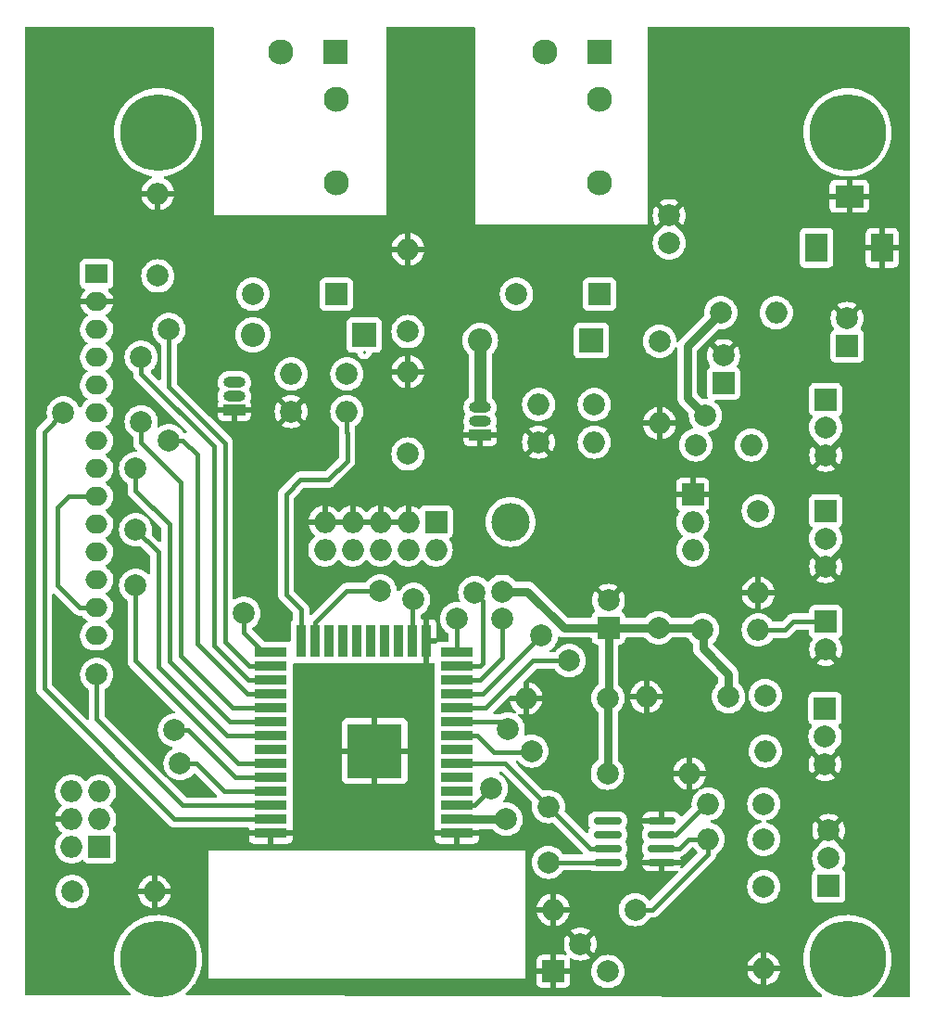
<source format=gbr>
%TF.GenerationSoftware,KiCad,Pcbnew,(6.0.2)*%
%TF.CreationDate,2022-03-18T09:14:39-04:00*%
%TF.ProjectId,Sedna_Hardware,5365646e-615f-4486-9172-64776172652e,1*%
%TF.SameCoordinates,Original*%
%TF.FileFunction,Copper,L1,Top*%
%TF.FilePolarity,Positive*%
%FSLAX46Y46*%
G04 Gerber Fmt 4.6, Leading zero omitted, Abs format (unit mm)*
G04 Created by KiCad (PCBNEW (6.0.2)) date 2022-03-18 09:14:39*
%MOMM*%
%LPD*%
G01*
G04 APERTURE LIST*
G04 Aperture macros list*
%AMRoundRect*
0 Rectangle with rounded corners*
0 $1 Rounding radius*
0 $2 $3 $4 $5 $6 $7 $8 $9 X,Y pos of 4 corners*
0 Add a 4 corners polygon primitive as box body*
4,1,4,$2,$3,$4,$5,$6,$7,$8,$9,$2,$3,0*
0 Add four circle primitives for the rounded corners*
1,1,$1+$1,$2,$3*
1,1,$1+$1,$4,$5*
1,1,$1+$1,$6,$7*
1,1,$1+$1,$8,$9*
0 Add four rect primitives between the rounded corners*
20,1,$1+$1,$2,$3,$4,$5,0*
20,1,$1+$1,$4,$5,$6,$7,0*
20,1,$1+$1,$6,$7,$8,$9,0*
20,1,$1+$1,$8,$9,$2,$3,0*%
G04 Aperture macros list end*
%TA.AperFunction,ComponentPad*%
%ADD10R,2.000000X2.000000*%
%TD*%
%TA.AperFunction,ComponentPad*%
%ADD11C,2.000000*%
%TD*%
%TA.AperFunction,ComponentPad*%
%ADD12O,2.000000X2.000000*%
%TD*%
%TA.AperFunction,ComponentPad*%
%ADD13C,7.000000*%
%TD*%
%TA.AperFunction,ComponentPad*%
%ADD14C,2.300000*%
%TD*%
%TA.AperFunction,ComponentPad*%
%ADD15R,2.200000X2.200000*%
%TD*%
%TA.AperFunction,ComponentPad*%
%ADD16O,2.200000X2.200000*%
%TD*%
%TA.AperFunction,SMDPad,CuDef*%
%ADD17R,3.000000X0.900000*%
%TD*%
%TA.AperFunction,SMDPad,CuDef*%
%ADD18R,0.900000X3.000000*%
%TD*%
%TA.AperFunction,SMDPad,CuDef*%
%ADD19R,5.000000X5.000000*%
%TD*%
%TA.AperFunction,ComponentPad*%
%ADD20R,2.300000X2.300000*%
%TD*%
%TA.AperFunction,SMDPad,CuDef*%
%ADD21RoundRect,0.150000X1.100000X0.150000X-1.100000X0.150000X-1.100000X-0.150000X1.100000X-0.150000X0*%
%TD*%
%TA.AperFunction,ComponentPad*%
%ADD22R,2.000000X1.700000*%
%TD*%
%TA.AperFunction,ComponentPad*%
%ADD23O,2.000000X1.700000*%
%TD*%
%TA.AperFunction,ComponentPad*%
%ADD24R,2.000000X2.600000*%
%TD*%
%TA.AperFunction,ComponentPad*%
%ADD25R,2.600000X2.000000*%
%TD*%
%TA.AperFunction,ComponentPad*%
%ADD26R,2.000000X1.000000*%
%TD*%
%TA.AperFunction,ComponentPad*%
%ADD27O,2.000000X1.000000*%
%TD*%
%TA.AperFunction,ComponentPad*%
%ADD28O,3.500000X3.500000*%
%TD*%
%TA.AperFunction,ViaPad*%
%ADD29C,2.000000*%
%TD*%
%TA.AperFunction,Conductor*%
%ADD30C,0.250000*%
%TD*%
%TA.AperFunction,Conductor*%
%ADD31C,0.762000*%
%TD*%
%TA.AperFunction,Conductor*%
%ADD32C,0.431800*%
%TD*%
%TA.AperFunction,Conductor*%
%ADD33C,1.066800*%
%TD*%
%TA.AperFunction,Conductor*%
%ADD34C,0.254000*%
%TD*%
G04 APERTURE END LIST*
D10*
%TO.P,J6,1,Pin_1*%
%TO.N,+3V3*%
X177107000Y-135856500D03*
D11*
%TO.P,J6,2,Pin_2*%
%TO.N,Net-(J6-Pad2)*%
X177107000Y-133316500D03*
%TO.P,J6,3,Pin_3*%
%TO.N,GND*%
X177107000Y-130776500D03*
%TD*%
%TO.P,C5,1*%
%TO.N,+5V*%
X161651000Y-86116000D03*
D12*
%TO.P,C5,2*%
%TO.N,GND*%
X161651000Y-93616000D03*
%TD*%
D10*
%TO.P,J9,1,Pin_1*%
%TO.N,+5V*%
X176839500Y-91440000D03*
D11*
%TO.P,J9,2,Pin_2*%
%TO.N,Net-(J9-Pad2)*%
X176839500Y-93980000D03*
%TO.P,J9,3,Pin_3*%
%TO.N,GND*%
X176839500Y-96520000D03*
%TD*%
D10*
%TO.P,C2,1*%
%TO.N,+3V3*%
X156977000Y-112268000D03*
D11*
%TO.P,C2,2*%
%TO.N,GND*%
X156977000Y-109768000D03*
%TD*%
%TO.P,R3,1*%
%TO.N,GND*%
X127996000Y-92533000D03*
D12*
%TO.P,R3,2*%
%TO.N,RELAY_CTRL_2*%
X133076000Y-92533000D03*
%TD*%
D11*
%TO.P,C7,1*%
%TO.N,+3V3*%
X138664000Y-96410000D03*
D12*
%TO.P,C7,2*%
%TO.N,GND*%
X138664000Y-88910000D03*
%TD*%
D13*
%TO.P,H3,1,Pin_1*%
%TO.N,unconnected-(H3-Pad1)*%
X178821000Y-142511755D03*
%TD*%
D10*
%TO.P,K1,1,1*%
%TO.N,+5V*%
X156180010Y-81825000D03*
D11*
%TO.P,K1,2,2*%
%TO.N,Net-(D2-Pad2)*%
X148580010Y-81825000D03*
D14*
%TO.P,K1,3,3*%
%TO.N,Net-(J7-Pad2)*%
X156180010Y-71665000D03*
%TO.P,K1,4,4*%
%TO.N,Net-(J7-Pad1)*%
X156180010Y-64045000D03*
%TD*%
D11*
%TO.P,R7,1*%
%TO.N,+3V3*%
X151491000Y-133681000D03*
D12*
%TO.P,R7,2*%
%TO.N,LIQUID_SEN_IN*%
X151491000Y-128601000D03*
%TD*%
D11*
%TO.P,C6,1*%
%TO.N,+5V*%
X138664000Y-85234000D03*
D12*
%TO.P,C6,2*%
%TO.N,GND*%
X138664000Y-77734000D03*
%TD*%
D11*
%TO.P,C10,1*%
%TO.N,+3V3*%
X171176000Y-135900000D03*
D12*
%TO.P,C10,2*%
%TO.N,GND*%
X171176000Y-143400000D03*
%TD*%
D13*
%TO.P,H4,1,Pin_1*%
%TO.N,unconnected-(H4-Pad1)*%
X115829000Y-142511762D03*
%TD*%
D10*
%TO.P,K2,1,1*%
%TO.N,+5V*%
X132099997Y-81825000D03*
D11*
%TO.P,K2,2,2*%
%TO.N,Net-(D3-Pad2)*%
X124499997Y-81825000D03*
D14*
%TO.P,K2,3,3*%
%TO.N,Net-(J8-Pad2)*%
X132099997Y-71665000D03*
%TO.P,K2,4,4*%
%TO.N,Net-(J8-Pad1)*%
X132099997Y-64045000D03*
%TD*%
D11*
%TO.P,C1,1*%
%TO.N,+5V*%
X162540000Y-77146000D03*
%TO.P,C1,2*%
%TO.N,GND*%
X162540000Y-74646000D03*
%TD*%
D15*
%TO.P,D3,1,K*%
%TO.N,+5V*%
X134657004Y-85548000D03*
D16*
%TO.P,D3,2,A*%
%TO.N,Net-(D3-Pad2)*%
X124497004Y-85548000D03*
%TD*%
D17*
%TO.P,U2,1,GND*%
%TO.N,GND*%
X143125000Y-131021000D03*
%TO.P,U2,2,VDD*%
%TO.N,+3V3*%
X143125000Y-129751000D03*
%TO.P,U2,3,EN*%
%TO.N,PROG_EN*%
X143125000Y-128481000D03*
%TO.P,U2,4,SENSOR_VP*%
%TO.N,unconnected-(U2-Pad4)*%
X143125000Y-127211000D03*
%TO.P,U2,5,SENSOR_VN*%
%TO.N,unconnected-(U2-Pad5)*%
X143125000Y-125941000D03*
%TO.P,U2,6,IO34*%
%TO.N,LIQUID_SEN_IN*%
X143125000Y-124671000D03*
%TO.P,U2,7,IO35*%
%TO.N,unconnected-(U2-Pad7)*%
X143125000Y-123401000D03*
%TO.P,U2,8,IO32*%
%TO.N,TEMP_SEN_IN*%
X143125000Y-122131000D03*
%TO.P,U2,9,IO33*%
%TO.N,FLOAT_SEN_IN*%
X143125000Y-120861000D03*
%TO.P,U2,10,IO25*%
%TO.N,LED_STRIP_CTRL*%
X143125000Y-119591000D03*
%TO.P,U2,11,IO26*%
%TO.N,SERVO_CTRL*%
X143125000Y-118321000D03*
%TO.P,U2,12,IO27*%
%TO.N,RELAY_CTRL_1*%
X143125000Y-117051000D03*
%TO.P,U2,13,IO14*%
X143125000Y-115781000D03*
%TO.P,U2,14,IO12*%
%TO.N,JTAG_TDI*%
X143125000Y-114511000D03*
D18*
%TO.P,U2,15,GND*%
%TO.N,GND*%
X140340000Y-113511000D03*
%TO.P,U2,16,IO13*%
%TO.N,JTAG_TCK*%
X139070000Y-113511000D03*
%TO.P,U2,17,SHD/SD2*%
%TO.N,unconnected-(U2-Pad17)*%
X137800000Y-113511000D03*
%TO.P,U2,18,SWP/SD3*%
%TO.N,unconnected-(U2-Pad18)*%
X136530000Y-113511000D03*
%TO.P,U2,19,SCS/CMD*%
%TO.N,unconnected-(U2-Pad19)*%
X135260000Y-113511000D03*
%TO.P,U2,20,SCK/CLK*%
%TO.N,unconnected-(U2-Pad20)*%
X133990000Y-113511000D03*
%TO.P,U2,21,SDO/SD0*%
%TO.N,unconnected-(U2-Pad21)*%
X132720000Y-113511000D03*
%TO.P,U2,22,SDI/SD1*%
%TO.N,unconnected-(U2-Pad22)*%
X131450000Y-113511000D03*
%TO.P,U2,23,IO15*%
%TO.N,JTAG_TDO*%
X130180000Y-113511000D03*
%TO.P,U2,24,IO2*%
%TO.N,RELAY_CTRL_2*%
X128910000Y-113511000D03*
D17*
%TO.P,U2,25,IO0*%
%TO.N,PROG_IO0*%
X126125000Y-114511000D03*
%TO.P,U2,26,IO4*%
%TO.N,LCD_CS*%
X126125000Y-115781000D03*
%TO.P,U2,27,IO16*%
%TO.N,LCD_RESET*%
X126125000Y-117051000D03*
%TO.P,U2,28,IO17*%
%TO.N,LCD_TOUCH_CLK*%
X126125000Y-118321000D03*
%TO.P,U2,29,IO5*%
%TO.N,LCD_DC{slash}RS*%
X126125000Y-119591000D03*
%TO.P,U2,30,IO18*%
%TO.N,LCD_Brightness*%
X126125000Y-120861000D03*
%TO.P,U2,31,IO19*%
%TO.N,MISO_LCD*%
X126125000Y-122131000D03*
%TO.P,U2,32,NC*%
%TO.N,unconnected-(U2-Pad32)*%
X126125000Y-123401000D03*
%TO.P,U2,33,IO21*%
%TO.N,TOUCH_CS*%
X126125000Y-124671000D03*
%TO.P,U2,34,RXD0/IO3*%
%TO.N,PROG_RXD0*%
X126125000Y-125941000D03*
%TO.P,U2,35,TXD0/IO1*%
%TO.N,PROG_TXD0*%
X126125000Y-127211000D03*
%TO.P,U2,36,IO22*%
%TO.N,TOUCH_IRQ*%
X126125000Y-128481000D03*
%TO.P,U2,37,IO23*%
%TO.N,MOSI_LCD*%
X126125000Y-129751000D03*
%TO.P,U2,38,GND*%
%TO.N,GND*%
X126125000Y-131021000D03*
D19*
%TO.P,U2,39,GND*%
X135625000Y-123521000D03*
%TD*%
D20*
%TO.P,J7,1*%
%TO.N,Net-(J7-Pad1)*%
X156200000Y-59750000D03*
D14*
%TO.P,J7,2*%
%TO.N,Net-(J7-Pad2)*%
X151200000Y-59750000D03*
%TD*%
D15*
%TO.P,D2,1,K*%
%TO.N,+5V*%
X155428000Y-86056000D03*
D16*
%TO.P,D2,2,A*%
%TO.N,Net-(D2-Pad2)*%
X145268000Y-86056000D03*
%TD*%
D11*
%TO.P,R8,1*%
%TO.N,+3V3*%
X171176000Y-131572000D03*
D12*
%TO.P,R8,2*%
%TO.N,Net-(C8-Pad1)*%
X166096000Y-131572000D03*
%TD*%
D11*
%TO.P,C4,1*%
%TO.N,+3V3*%
X167941000Y-118568000D03*
D12*
%TO.P,C4,2*%
%TO.N,GND*%
X160441000Y-118568000D03*
%TD*%
D10*
%TO.P,D1,1*%
%TO.N,Net-(D1-Pad1)*%
X178796000Y-86564000D03*
D11*
%TO.P,D1,2*%
%TO.N,GND*%
X178796000Y-84024000D03*
%TD*%
D13*
%TO.P,H1,1,Pin_1*%
%TO.N,unconnected-(H1-Pad1)*%
X115829000Y-67056000D03*
%TD*%
D11*
%TO.P,R11,1*%
%TO.N,+3V3*%
X165588000Y-112472000D03*
D12*
%TO.P,R11,2*%
%TO.N,FLOAT_SEN_IN*%
X170668000Y-112472000D03*
%TD*%
D11*
%TO.P,C9,1*%
%TO.N,+3V3*%
X107990000Y-136348000D03*
D12*
%TO.P,C9,2*%
%TO.N,GND*%
X115490000Y-136348000D03*
%TD*%
D10*
%TO.P,J5,1,Pin_1*%
%TO.N,+5V*%
X176839500Y-101600000D03*
D11*
%TO.P,J5,2,Pin_2*%
%TO.N,LED_STRIP_CTRL*%
X176839500Y-104140000D03*
%TO.P,J5,3,Pin_3*%
%TO.N,GND*%
X176839500Y-106680000D03*
%TD*%
D20*
%TO.P,J8,1*%
%TO.N,Net-(J8-Pad1)*%
X132050003Y-59700008D03*
D14*
%TO.P,J8,2*%
%TO.N,Net-(J8-Pad2)*%
X127050003Y-59700008D03*
%TD*%
D10*
%TO.P,J11,1,Pin_1*%
%TO.N,FLOAT_SEN_IN*%
X176839500Y-111710000D03*
D11*
%TO.P,J11,2,Pin_2*%
%TO.N,GND*%
X176839500Y-114250000D03*
%TD*%
%TO.P,R10,1*%
%TO.N,+3V3*%
X171303000Y-118441000D03*
D12*
%TO.P,R10,2*%
%TO.N,TEMP_SEN_IN*%
X171303000Y-123521000D03*
%TD*%
D11*
%TO.P,R1,1*%
%TO.N,+3V3*%
X167239000Y-83516000D03*
D12*
%TO.P,R1,2*%
%TO.N,Net-(D1-Pad1)*%
X172319000Y-83516000D03*
%TD*%
D10*
%TO.P,J10,1,Pin_1*%
%TO.N,+3V3*%
X176775000Y-119660200D03*
D11*
%TO.P,J10,2,Pin_2*%
%TO.N,TEMP_SEN_IN*%
X176775000Y-122200200D03*
%TO.P,J10,3,Pin_3*%
%TO.N,GND*%
X176775000Y-124740200D03*
%TD*%
D10*
%TO.P,J4,1,Pin_1*%
%TO.N,PROG_EN*%
X110475000Y-132269000D03*
D12*
%TO.P,J4,2,Pin_2*%
%TO.N,+3V3*%
X107935000Y-132269000D03*
%TO.P,J4,3,Pin_3*%
%TO.N,PROG_TXD0*%
X110475000Y-129729000D03*
%TO.P,J4,4,Pin_4*%
%TO.N,GND*%
X107935000Y-129729000D03*
%TO.P,J4,5,Pin_5*%
%TO.N,PROG_RXD0*%
X110475000Y-127189000D03*
%TO.P,J4,6,Pin_6*%
%TO.N,PROG_IO0*%
X107935000Y-127189000D03*
%TD*%
D11*
%TO.P,C3,1*%
%TO.N,+3V3*%
X156937000Y-118695000D03*
D12*
%TO.P,C3,2*%
%TO.N,GND*%
X149437000Y-118695000D03*
%TD*%
D10*
%TO.P,RV1,1,1*%
%TO.N,GND*%
X151918000Y-143642000D03*
D11*
%TO.P,RV1,2,2*%
X154418000Y-141142000D03*
%TO.P,RV1,3,3*%
%TO.N,Net-(C8-Pad1)*%
X156918000Y-143642000D03*
%TD*%
D10*
%TO.P,C12,1*%
%TO.N,+5V*%
X167493000Y-89928113D03*
D11*
%TO.P,C12,2*%
%TO.N,GND*%
X167493000Y-87428113D03*
%TD*%
D10*
%TO.P,J2,1,Pin_1*%
%TO.N,+3V3*%
X141224000Y-102616000D03*
D12*
%TO.P,J2,2,Pin_2*%
%TO.N,RELAY_CTRL_1*%
X141224000Y-105156000D03*
%TO.P,J2,3,Pin_3*%
%TO.N,GND*%
X138684000Y-102616000D03*
%TO.P,J2,4,Pin_4*%
%TO.N,JTAG_TCK*%
X138684000Y-105156000D03*
%TO.P,J2,5,Pin_5*%
%TO.N,GND*%
X136144000Y-102616000D03*
%TO.P,J2,6,Pin_6*%
%TO.N,JTAG_TDO*%
X136144000Y-105156000D03*
%TO.P,J2,7,Pin_7*%
%TO.N,GND*%
X133604000Y-102616000D03*
%TO.P,J2,8,Pin_8*%
%TO.N,JTAG_TDI*%
X133604000Y-105156000D03*
%TO.P,J2,9,Pin_9*%
%TO.N,GND*%
X131064000Y-102616000D03*
%TO.P,J2,10,Pin_10*%
%TO.N,unconnected-(J2-Pad10)*%
X131064000Y-105156000D03*
%TD*%
D11*
%TO.P,C14,1*%
%TO.N,+5V*%
X170668000Y-101610000D03*
D12*
%TO.P,C14,2*%
%TO.N,GND*%
X170668000Y-109110000D03*
%TD*%
D21*
%TO.P,U3,1*%
%TO.N,GND*%
X161840000Y-133681000D03*
%TO.P,U3,2*%
%TO.N,Net-(C8-Pad1)*%
X161840000Y-132411000D03*
%TO.P,U3,3*%
%TO.N,Net-(R6-Pad2)*%
X161840000Y-131141000D03*
%TO.P,U3,4*%
%TO.N,GND*%
X161840000Y-129871000D03*
%TO.P,U3,5*%
%TO.N,unconnected-(U3-Pad5)*%
X156890000Y-129871000D03*
%TO.P,U3,6*%
%TO.N,unconnected-(U3-Pad6)*%
X156890000Y-131141000D03*
%TO.P,U3,7*%
%TO.N,LIQUID_SEN_IN*%
X156890000Y-132411000D03*
%TO.P,U3,8*%
%TO.N,+3V3*%
X156890000Y-133681000D03*
%TD*%
D11*
%TO.P,R6,1*%
%TO.N,Net-(J6-Pad2)*%
X171176000Y-128347000D03*
D12*
%TO.P,R6,2*%
%TO.N,Net-(R6-Pad2)*%
X166096000Y-128347000D03*
%TD*%
D22*
%TO.P,J3,1,Pin_1*%
%TO.N,+3V3*%
X110216000Y-79960000D03*
D23*
%TO.P,J3,2,Pin_2*%
%TO.N,GND*%
X110216000Y-82500000D03*
%TO.P,J3,3,Pin_3*%
%TO.N,LCD_CS*%
X110216000Y-85040000D03*
%TO.P,J3,4,Pin_4*%
%TO.N,LCD_RESET*%
X110216000Y-87580000D03*
%TO.P,J3,5,Pin_5*%
%TO.N,LCD_DC{slash}RS*%
X110216000Y-90120000D03*
%TO.P,J3,6,Pin_6*%
%TO.N,MOSI_LCD*%
X110216000Y-92660000D03*
%TO.P,J3,7,Pin_7*%
%TO.N,LCD_TOUCH_CLK*%
X110216000Y-95200000D03*
%TO.P,J3,8,Pin_8*%
%TO.N,LCD_Brightness*%
X110216000Y-97740000D03*
%TO.P,J3,9,Pin_9*%
%TO.N,MISO_LCD*%
X110216000Y-100280000D03*
%TO.P,J3,10,Pin_10*%
%TO.N,LCD_TOUCH_CLK*%
X110216000Y-102820000D03*
%TO.P,J3,11,Pin_11*%
%TO.N,TOUCH_CS*%
X110216000Y-105360000D03*
%TO.P,J3,12,Pin_12*%
%TO.N,MOSI_LCD*%
X110216000Y-107900000D03*
%TO.P,J3,13,Pin_13*%
%TO.N,MISO_LCD*%
X110216000Y-110440000D03*
%TO.P,J3,14,Pin_14*%
%TO.N,TOUCH_IRQ*%
X110216000Y-112980000D03*
%TD*%
D24*
%TO.P,J1,1*%
%TO.N,+5V*%
X176002000Y-77589000D03*
%TO.P,J1,2*%
%TO.N,GND*%
X182002000Y-77589000D03*
D25*
%TO.P,J1,3*%
X179002000Y-72889000D03*
%TD*%
D26*
%TO.P,Q1,1,S*%
%TO.N,GND*%
X145262000Y-94692000D03*
D27*
%TO.P,Q1,2,G*%
%TO.N,Net-(Q1-Pad2)*%
X145262000Y-93422000D03*
%TO.P,Q1,3,D*%
%TO.N,Net-(D2-Pad2)*%
X145262000Y-92152000D03*
%TD*%
D11*
%TO.P,R4,1*%
%TO.N,RELAY_CTRL_1*%
X155682000Y-91898000D03*
D12*
%TO.P,R4,2*%
%TO.N,Net-(Q1-Pad2)*%
X150602000Y-91898000D03*
%TD*%
D11*
%TO.P,C11,1*%
%TO.N,+3V3*%
X115804000Y-80154000D03*
D12*
%TO.P,C11,2*%
%TO.N,GND*%
X115804000Y-72654000D03*
%TD*%
D11*
%TO.P,C8,1*%
%TO.N,Net-(C8-Pad1)*%
X159432000Y-137999000D03*
D12*
%TO.P,C8,2*%
%TO.N,GND*%
X151932000Y-137999000D03*
%TD*%
D11*
%TO.P,C13,1*%
%TO.N,+3V3*%
X156885000Y-125553000D03*
D12*
%TO.P,C13,2*%
%TO.N,GND*%
X164385000Y-125553000D03*
%TD*%
D28*
%TO.P,U1,*%
%TO.N,*%
X148023000Y-102616000D03*
D10*
%TO.P,U1,1,GND*%
%TO.N,GND*%
X164683000Y-100076000D03*
D12*
%TO.P,U1,2,VOUT*%
%TO.N,+3V3*%
X164683000Y-102616000D03*
%TO.P,U1,3,VIN*%
%TO.N,+5V*%
X164683000Y-105156000D03*
%TD*%
D13*
%TO.P,H2,1,Pin_1*%
%TO.N,unconnected-(H2-Pad1)*%
X178821000Y-67056000D03*
%TD*%
D11*
%TO.P,R5,1*%
%TO.N,RELAY_CTRL_2*%
X133076000Y-89104000D03*
D12*
%TO.P,R5,2*%
%TO.N,Net-(Q2-Pad2)*%
X127996000Y-89104000D03*
%TD*%
D26*
%TO.P,Q2,1,S*%
%TO.N,GND*%
X122783000Y-92406000D03*
D27*
%TO.P,Q2,2,G*%
%TO.N,Net-(Q2-Pad2)*%
X122783000Y-91136000D03*
%TO.P,Q2,3,D*%
%TO.N,Net-(D3-Pad2)*%
X122783000Y-89866000D03*
%TD*%
D11*
%TO.P,R2,1*%
%TO.N,GND*%
X150602000Y-95327000D03*
D12*
%TO.P,R2,2*%
%TO.N,RELAY_CTRL_1*%
X155682000Y-95327000D03*
%TD*%
D11*
%TO.P,R9,1*%
%TO.N,SERVO_CTRL*%
X164953000Y-95581000D03*
D12*
%TO.P,R9,2*%
%TO.N,Net-(J9-Pad2)*%
X170033000Y-95581000D03*
%TD*%
D29*
%TO.N,+3V3*%
X147278527Y-108951114D03*
X147622000Y-129751000D03*
X161549000Y-112268000D03*
X165842000Y-92914000D03*
%TO.N,JTAG_TCK*%
X139172000Y-109682415D03*
%TO.N,JTAG_TDO*%
X136124000Y-108916000D03*
%TO.N,JTAG_TDI*%
X143109000Y-111456000D03*
%TO.N,PROG_EN*%
X146284000Y-126950000D03*
%TO.N,PROG_TXD0*%
X117836000Y-124664000D03*
%TO.N,PROG_RXD0*%
X117328000Y-121616000D03*
%TO.N,PROG_IO0*%
X123661100Y-110948000D03*
%TO.N,LCD_CS*%
X116820000Y-85040000D03*
%TO.N,LCD_RESET*%
X114280000Y-87580000D03*
%TO.N,LCD_DC{slash}RS*%
X114280000Y-93463900D03*
%TO.N,MOSI_LCD*%
X107168000Y-92660000D03*
%TO.N,LCD_TOUCH_CLK*%
X116820000Y-95200000D03*
%TO.N,FLOAT_SEN_IN*%
X147808000Y-121489000D03*
%TO.N,MISO_LCD*%
X113772000Y-103328000D03*
%TO.N,TOUCH_CS*%
X113772000Y-108408000D03*
%TO.N,TOUCH_IRQ*%
X110216000Y-116536000D03*
%TO.N,SERVO_CTRL*%
X150856000Y-112980000D03*
%TO.N,TEMP_SEN_IN*%
X149967000Y-123521000D03*
%TO.N,LED_STRIP_CTRL*%
X153396000Y-115266000D03*
%TO.N,RELAY_CTRL_1*%
X147260483Y-111471261D03*
X144760000Y-109043000D03*
%TO.N,LCD_Brightness*%
X113772000Y-97740000D03*
%TD*%
D30*
%TO.N,+5V*%
X134697000Y-87075000D02*
X134657000Y-87115000D01*
D31*
%TO.N,+3V3*%
X165613000Y-114163000D02*
X167941000Y-116491000D01*
X164191000Y-86564000D02*
X167239000Y-83516000D01*
X149596114Y-108951114D02*
X152913000Y-112268000D01*
X147278527Y-108951114D02*
X149596114Y-108951114D01*
X164191000Y-91263000D02*
X164191000Y-86564000D01*
X156977000Y-118324000D02*
X156937000Y-118364000D01*
X156937000Y-118364000D02*
X156937000Y-124540000D01*
X161549000Y-112268000D02*
X157358000Y-112268000D01*
X167941000Y-116491000D02*
X167941000Y-118568000D01*
X147622000Y-129751000D02*
X143125000Y-129751000D01*
X161549000Y-112268000D02*
X165613000Y-112268000D01*
X171176000Y-131776000D02*
X171176000Y-131572000D01*
X165613000Y-112268000D02*
X165613000Y-114163000D01*
X152913000Y-112268000D02*
X156977000Y-112268000D01*
D32*
X151491000Y-133681000D02*
X156890000Y-133681000D01*
D31*
X156977000Y-112268000D02*
X156977000Y-118324000D01*
X165842000Y-92914000D02*
X164191000Y-91263000D01*
D33*
%TO.N,Net-(D2-Pad2)*%
X145268000Y-86056000D02*
X145268000Y-91747380D01*
X145268000Y-91747380D02*
X145389000Y-91868380D01*
D32*
%TO.N,JTAG_TCK*%
X139172000Y-109682415D02*
X139070000Y-109784415D01*
X138684000Y-105669000D02*
X139197000Y-105156000D01*
X139197000Y-105669000D02*
X138684000Y-105156000D01*
X139070000Y-109784415D02*
X139070000Y-113511000D01*
%TO.N,JTAG_TDO*%
X136144000Y-105161000D02*
X136144000Y-105156000D01*
X136124000Y-108916000D02*
X133076000Y-108916000D01*
X130180000Y-111812000D02*
X130180000Y-113511000D01*
X133076000Y-108916000D02*
X130180000Y-111812000D01*
%TO.N,JTAG_TDI*%
X143109000Y-111456000D02*
X143125000Y-111472000D01*
X143125000Y-111472000D02*
X143125000Y-114511000D01*
%TO.N,PROG_EN*%
X144753000Y-128481000D02*
X143125000Y-128481000D01*
X146284000Y-126950000D02*
X144753000Y-128481000D01*
%TO.N,PROG_TXD0*%
X121907000Y-127211000D02*
X126125000Y-127211000D01*
X117836000Y-124664000D02*
X119360000Y-124664000D01*
X119360000Y-124664000D02*
X121907000Y-127211000D01*
%TO.N,PROG_RXD0*%
X122859812Y-125941000D02*
X126125000Y-125941000D01*
X118534812Y-121616000D02*
X122859812Y-125941000D01*
X117328000Y-121616000D02*
X118534812Y-121616000D01*
D34*
%TO.N,PROG_IO0*%
X126125000Y-114511000D02*
X125184000Y-114511000D01*
D32*
X123661100Y-112709100D02*
X125463000Y-114511000D01*
X125463000Y-114511000D02*
X126125000Y-114511000D01*
X123661100Y-110948000D02*
X123661100Y-112709100D01*
%TO.N,LCD_CS*%
X124135507Y-115781000D02*
X126125000Y-115781000D01*
X116820000Y-85040000D02*
X116820000Y-90297640D01*
X121925000Y-95402640D02*
X121925000Y-113570493D01*
X116820000Y-90297640D02*
X121925000Y-95402640D01*
X121925000Y-113570493D02*
X124135507Y-115781000D01*
%TO.N,LCD_RESET*%
X124059147Y-117051000D02*
X126125000Y-117051000D01*
X120909000Y-95733000D02*
X120909000Y-113900853D01*
D30*
X125481000Y-116840000D02*
X125084978Y-116840000D01*
D32*
X120909000Y-113900853D02*
X124059147Y-117051000D01*
X114280000Y-87580000D02*
X114280000Y-89104000D01*
D30*
X126125000Y-117051000D02*
X125692000Y-117051000D01*
X125692000Y-117051000D02*
X125481000Y-116840000D01*
D32*
X114280000Y-89104000D02*
X120909000Y-95733000D01*
%TO.N,LCD_DC{slash}RS*%
X117861000Y-98975234D02*
X117861000Y-114808000D01*
X122644000Y-119591000D02*
X126125000Y-119591000D01*
X114280000Y-93463900D02*
X114280000Y-95394234D01*
X117861000Y-114808000D02*
X122644000Y-119591000D01*
X114280000Y-95394234D02*
X117861000Y-98975234D01*
D30*
X126125000Y-119591000D02*
X125029500Y-119591000D01*
D32*
%TO.N,MOSI_LCD*%
X105415000Y-117831000D02*
X117335000Y-129751000D01*
X117335000Y-129751000D02*
X126125000Y-129751000D01*
X107168000Y-92660000D02*
X105415000Y-94413000D01*
X105415000Y-94413000D02*
X105415000Y-117831000D01*
%TO.N,LCD_TOUCH_CLK*%
X123982788Y-118321000D02*
X126125000Y-118321000D01*
X119385000Y-96495000D02*
X119385000Y-113723212D01*
X116820000Y-95200000D02*
X118090000Y-95200000D01*
X119385000Y-113723212D02*
X123982788Y-118321000D01*
X118090000Y-95200000D02*
X119385000Y-96495000D01*
%TO.N,FLOAT_SEN_IN*%
X170668000Y-112472000D02*
X173081000Y-112472000D01*
X147180000Y-120861000D02*
X143125000Y-120861000D01*
X147808000Y-121489000D02*
X147180000Y-120861000D01*
X173081000Y-112472000D02*
X173843000Y-111710000D01*
X173843000Y-111710000D02*
X176839500Y-111710000D01*
%TO.N,MISO_LCD*%
X108692000Y-110440000D02*
X110216000Y-110440000D01*
X115829000Y-105385000D02*
X115829000Y-115824000D01*
X106660000Y-101296000D02*
X106660000Y-108408000D01*
X110216000Y-100280000D02*
X107676000Y-100280000D01*
X115829000Y-115824000D02*
X122136000Y-122131000D01*
X113772000Y-103328000D02*
X115829000Y-105385000D01*
X107676000Y-100280000D02*
X106660000Y-101296000D01*
X122136000Y-122131000D02*
X126125000Y-122131000D01*
X106660000Y-108408000D02*
X108692000Y-110440000D01*
%TO.N,TOUCH_CS*%
X113772000Y-108408000D02*
X113772000Y-115291000D01*
X110216000Y-105360000D02*
X109912000Y-105664000D01*
X123152000Y-124671000D02*
X126125000Y-124671000D01*
D30*
X126125000Y-124671000D02*
X125295978Y-124671000D01*
D32*
X113772000Y-115291000D02*
X123152000Y-124671000D01*
%TO.N,TOUCH_IRQ*%
X126125000Y-128481000D02*
X118097000Y-128481000D01*
X118097000Y-128481000D02*
X110216000Y-120600000D01*
X110216000Y-120600000D02*
X110216000Y-116536000D01*
D30*
%TO.N,SERVO_CTRL*%
X143125000Y-118321000D02*
X143218000Y-118321000D01*
D32*
X150856000Y-112980000D02*
X145515000Y-118321000D01*
D30*
X143218000Y-118321000D02*
X143261000Y-118364000D01*
D32*
X145515000Y-118321000D02*
X143125000Y-118321000D01*
%TO.N,TEMP_SEN_IN*%
X149967000Y-123521000D02*
X149840000Y-123648000D01*
X149840000Y-123648000D02*
X146513000Y-123648000D01*
X144996000Y-122131000D02*
X143125000Y-122131000D01*
X146513000Y-123648000D02*
X144996000Y-122131000D01*
%TO.N,LED_STRIP_CTRL*%
X145769000Y-119591000D02*
X143125000Y-119591000D01*
X153396000Y-115266000D02*
X150094000Y-115266000D01*
X150094000Y-115266000D02*
X145769000Y-119591000D01*
%TO.N,LIQUID_SEN_IN*%
X147561000Y-124671000D02*
X143125000Y-124671000D01*
X155301000Y-132411000D02*
X156890000Y-132411000D01*
X151491000Y-128601000D02*
X155301000Y-132411000D01*
X151491000Y-128601000D02*
X147561000Y-124671000D01*
%TO.N,RELAY_CTRL_1*%
X147300000Y-111510778D02*
X147300000Y-115012000D01*
D30*
X143125000Y-115781000D02*
X143218000Y-115781000D01*
X143218000Y-115781000D02*
X143261000Y-115824000D01*
D32*
X145522000Y-115536222D02*
X145277222Y-115781000D01*
X147260483Y-111471261D02*
X147300000Y-111510778D01*
X145261000Y-117051000D02*
X143125000Y-117051000D01*
X145277222Y-115781000D02*
X143125000Y-115781000D01*
X147300000Y-115012000D02*
X145261000Y-117051000D01*
X144760000Y-109043000D02*
X145522000Y-109805000D01*
X145522000Y-109805000D02*
X145522000Y-115536222D01*
%TO.N,RELAY_CTRL_2*%
X128833000Y-98756000D02*
X131373000Y-98756000D01*
X127513000Y-100076000D02*
X128833000Y-98756000D01*
X133101000Y-97028000D02*
X133101000Y-94488000D01*
X131373000Y-98756000D02*
X133101000Y-97028000D01*
X127513000Y-109220000D02*
X127513000Y-100076000D01*
X133076000Y-94463000D02*
X133076000Y-92152000D01*
X128910000Y-110617000D02*
X127513000Y-109220000D01*
X128910000Y-113511000D02*
X128910000Y-110617000D01*
X133101000Y-94488000D02*
X133076000Y-94463000D01*
%TO.N,LCD_Brightness*%
X116845000Y-115316000D02*
X122390000Y-120861000D01*
X113772000Y-99772000D02*
X116845000Y-102845000D01*
X116845000Y-102845000D02*
X116845000Y-115316000D01*
D30*
X126125000Y-120861000D02*
X125438000Y-120861000D01*
D32*
X113772000Y-97740000D02*
X113772000Y-99772000D01*
X122390000Y-120861000D02*
X126125000Y-120861000D01*
%TO.N,Net-(C8-Pad1)*%
X163429000Y-132411000D02*
X164268000Y-131572000D01*
X161016000Y-137999000D02*
X159432000Y-137999000D01*
X166096000Y-131572000D02*
X166096000Y-132919000D01*
X161840000Y-132411000D02*
X163429000Y-132411000D01*
X166096000Y-132919000D02*
X161016000Y-137999000D01*
X164268000Y-131572000D02*
X166096000Y-131572000D01*
X165994000Y-131699000D02*
X166121000Y-131572000D01*
%TO.N,Net-(R6-Pad2)*%
X165899787Y-128347000D02*
X166096000Y-128347000D01*
X163105787Y-131141000D02*
X165899787Y-128347000D01*
X161840000Y-131141000D02*
X163105787Y-131141000D01*
%TD*%
%TA.AperFunction,Conductor*%
%TO.N,GND*%
G36*
X120851121Y-57424002D02*
G01*
X120897614Y-57477658D01*
X120909000Y-57530000D01*
X120909000Y-74626000D01*
X136657000Y-74626000D01*
X136657000Y-57530000D01*
X136677002Y-57461879D01*
X136730658Y-57415386D01*
X136783000Y-57404000D01*
X144659000Y-57404000D01*
X144727121Y-57424002D01*
X144773614Y-57477658D01*
X144785000Y-57530000D01*
X144785000Y-75431000D01*
X160533000Y-75431000D01*
X160533000Y-74650930D01*
X161027725Y-74650930D01*
X161045572Y-74877699D01*
X161047115Y-74887446D01*
X161100217Y-75108627D01*
X161103266Y-75118012D01*
X161190313Y-75328163D01*
X161194795Y-75336958D01*
X161297432Y-75504445D01*
X161307890Y-75513907D01*
X161316666Y-75510124D01*
X162167978Y-74658812D01*
X162174356Y-74647132D01*
X162904408Y-74647132D01*
X162904539Y-74648965D01*
X162908790Y-74655580D01*
X163760290Y-75507080D01*
X163772670Y-75513840D01*
X163780320Y-75508113D01*
X163885205Y-75336958D01*
X163889687Y-75328163D01*
X163976734Y-75118012D01*
X163979783Y-75108627D01*
X164032885Y-74887446D01*
X164034428Y-74877699D01*
X164052275Y-74650930D01*
X164052275Y-74641070D01*
X164034428Y-74414301D01*
X164032885Y-74404554D01*
X163979783Y-74183373D01*
X163976734Y-74173988D01*
X163889687Y-73963837D01*
X163885205Y-73955042D01*
X163872108Y-73933669D01*
X177194001Y-73933669D01*
X177194371Y-73940490D01*
X177199895Y-73991352D01*
X177203521Y-74006604D01*
X177248676Y-74127054D01*
X177257214Y-74142649D01*
X177333715Y-74244724D01*
X177346276Y-74257285D01*
X177448351Y-74333786D01*
X177463946Y-74342324D01*
X177584394Y-74387478D01*
X177599649Y-74391105D01*
X177650514Y-74396631D01*
X177657328Y-74397000D01*
X178729885Y-74397000D01*
X178745124Y-74392525D01*
X178746329Y-74391135D01*
X178748000Y-74383452D01*
X178748000Y-74378884D01*
X179256000Y-74378884D01*
X179260475Y-74394123D01*
X179261865Y-74395328D01*
X179269548Y-74396999D01*
X180346669Y-74396999D01*
X180353490Y-74396629D01*
X180404352Y-74391105D01*
X180419604Y-74387479D01*
X180540054Y-74342324D01*
X180555649Y-74333786D01*
X180657724Y-74257285D01*
X180670285Y-74244724D01*
X180746786Y-74142649D01*
X180755324Y-74127054D01*
X180800478Y-74006606D01*
X180804105Y-73991351D01*
X180809631Y-73940486D01*
X180810000Y-73933672D01*
X180810000Y-73161115D01*
X180805525Y-73145876D01*
X180804135Y-73144671D01*
X180796452Y-73143000D01*
X179274115Y-73143000D01*
X179258876Y-73147475D01*
X179257671Y-73148865D01*
X179256000Y-73156548D01*
X179256000Y-74378884D01*
X178748000Y-74378884D01*
X178748000Y-73161115D01*
X178743525Y-73145876D01*
X178742135Y-73144671D01*
X178734452Y-73143000D01*
X177212116Y-73143000D01*
X177196877Y-73147475D01*
X177195672Y-73148865D01*
X177194001Y-73156548D01*
X177194001Y-73933669D01*
X163872108Y-73933669D01*
X163782568Y-73787555D01*
X163772110Y-73778093D01*
X163763334Y-73781876D01*
X162912022Y-74633188D01*
X162904408Y-74647132D01*
X162174356Y-74647132D01*
X162175592Y-74644868D01*
X162175461Y-74643035D01*
X162171210Y-74636420D01*
X161319710Y-73784920D01*
X161307330Y-73778160D01*
X161299680Y-73783887D01*
X161194795Y-73955042D01*
X161190313Y-73963837D01*
X161103266Y-74173988D01*
X161100217Y-74183373D01*
X161047115Y-74404554D01*
X161045572Y-74414301D01*
X161027725Y-74641070D01*
X161027725Y-74650930D01*
X160533000Y-74650930D01*
X160533000Y-73413890D01*
X161672093Y-73413890D01*
X161675876Y-73422666D01*
X162527188Y-74273978D01*
X162541132Y-74281592D01*
X162542965Y-74281461D01*
X162549580Y-74277210D01*
X163401080Y-73425710D01*
X163407840Y-73413330D01*
X163402113Y-73405680D01*
X163230958Y-73300795D01*
X163222163Y-73296313D01*
X163012012Y-73209266D01*
X163002627Y-73206217D01*
X162781446Y-73153115D01*
X162771699Y-73151572D01*
X162544930Y-73133725D01*
X162535070Y-73133725D01*
X162308301Y-73151572D01*
X162298554Y-73153115D01*
X162077373Y-73206217D01*
X162067988Y-73209266D01*
X161857837Y-73296313D01*
X161849042Y-73300795D01*
X161681555Y-73403432D01*
X161672093Y-73413890D01*
X160533000Y-73413890D01*
X160533000Y-72616885D01*
X177194000Y-72616885D01*
X177198475Y-72632124D01*
X177199865Y-72633329D01*
X177207548Y-72635000D01*
X178729885Y-72635000D01*
X178745124Y-72630525D01*
X178746329Y-72629135D01*
X178748000Y-72621452D01*
X178748000Y-72616885D01*
X179256000Y-72616885D01*
X179260475Y-72632124D01*
X179261865Y-72633329D01*
X179269548Y-72635000D01*
X180791884Y-72635000D01*
X180807123Y-72630525D01*
X180808328Y-72629135D01*
X180809999Y-72621452D01*
X180809999Y-71844331D01*
X180809629Y-71837510D01*
X180804105Y-71786648D01*
X180800479Y-71771396D01*
X180755324Y-71650946D01*
X180746786Y-71635351D01*
X180670285Y-71533276D01*
X180657724Y-71520715D01*
X180555649Y-71444214D01*
X180540054Y-71435676D01*
X180419606Y-71390522D01*
X180404351Y-71386895D01*
X180353486Y-71381369D01*
X180346672Y-71381000D01*
X179274115Y-71381000D01*
X179258876Y-71385475D01*
X179257671Y-71386865D01*
X179256000Y-71394548D01*
X179256000Y-72616885D01*
X178748000Y-72616885D01*
X178748000Y-71399116D01*
X178743525Y-71383877D01*
X178742135Y-71382672D01*
X178734452Y-71381001D01*
X177657331Y-71381001D01*
X177650510Y-71381371D01*
X177599648Y-71386895D01*
X177584396Y-71390521D01*
X177463946Y-71435676D01*
X177448351Y-71444214D01*
X177346276Y-71520715D01*
X177333715Y-71533276D01*
X177257214Y-71635351D01*
X177248676Y-71650946D01*
X177203522Y-71771394D01*
X177199895Y-71786649D01*
X177194369Y-71837514D01*
X177194000Y-71844328D01*
X177194000Y-72616885D01*
X160533000Y-72616885D01*
X160533000Y-66999788D01*
X174795342Y-66999788D01*
X174809070Y-67392891D01*
X174861092Y-67782779D01*
X174861792Y-67785763D01*
X174861793Y-67785769D01*
X174950209Y-68162733D01*
X174950912Y-68165730D01*
X175077673Y-68538088D01*
X175240165Y-68896299D01*
X175436837Y-69236944D01*
X175438626Y-69239442D01*
X175438628Y-69239446D01*
X175536925Y-69376745D01*
X175665811Y-69556772D01*
X175924902Y-69852729D01*
X175927150Y-69854840D01*
X176209382Y-70119874D01*
X176209389Y-70119880D01*
X176211637Y-70121991D01*
X176214087Y-70123878D01*
X176214092Y-70123882D01*
X176520836Y-70360107D01*
X176523279Y-70361988D01*
X176856853Y-70570428D01*
X177209175Y-70745322D01*
X177380902Y-70810555D01*
X177573996Y-70883905D01*
X177574001Y-70883907D01*
X177576882Y-70885001D01*
X177956465Y-70988131D01*
X177959508Y-70988646D01*
X177959514Y-70988647D01*
X178341259Y-71053215D01*
X178341266Y-71053216D01*
X178344300Y-71053729D01*
X178347371Y-71053944D01*
X178347373Y-71053944D01*
X178733619Y-71080953D01*
X178733627Y-71080953D01*
X178736685Y-71081167D01*
X178990288Y-71074083D01*
X179126801Y-71070270D01*
X179126804Y-71070270D01*
X179129875Y-71070184D01*
X179132928Y-71069798D01*
X179132932Y-71069798D01*
X179274041Y-71051972D01*
X179520116Y-71020885D01*
X179523120Y-71020203D01*
X179523123Y-71020202D01*
X179900689Y-70934422D01*
X179900695Y-70934420D01*
X179903685Y-70933741D01*
X179906604Y-70932770D01*
X180273995Y-70810555D01*
X180274001Y-70810553D01*
X180276919Y-70809582D01*
X180418799Y-70746413D01*
X180633456Y-70650842D01*
X180633462Y-70650839D01*
X180636256Y-70649595D01*
X180978265Y-70455306D01*
X180980780Y-70453532D01*
X181297153Y-70230357D01*
X181297161Y-70230351D01*
X181299684Y-70228571D01*
X181597443Y-69971552D01*
X181599564Y-69969325D01*
X181599570Y-69969319D01*
X181866583Y-69688927D01*
X181868700Y-69686704D01*
X182110866Y-69376745D01*
X182112522Y-69374135D01*
X182112528Y-69374127D01*
X182319976Y-69047242D01*
X182319980Y-69047235D01*
X182321630Y-69044635D01*
X182498980Y-68693542D01*
X182500087Y-68690688D01*
X182500091Y-68690679D01*
X182640107Y-68329695D01*
X182640110Y-68329686D01*
X182641222Y-68326819D01*
X182747000Y-67947965D01*
X182815303Y-67560598D01*
X182845480Y-67168414D01*
X182847050Y-67056000D01*
X182827835Y-66663126D01*
X182770375Y-66274003D01*
X182756646Y-66218937D01*
X182675964Y-65895346D01*
X182675216Y-65892344D01*
X182656095Y-65838644D01*
X182544301Y-65524691D01*
X182543269Y-65521792D01*
X182375791Y-65165884D01*
X182174383Y-64828018D01*
X181940965Y-64511418D01*
X181938909Y-64509135D01*
X181938902Y-64509126D01*
X181679836Y-64221404D01*
X181679828Y-64221396D01*
X181677767Y-64219107D01*
X181387301Y-63953875D01*
X181072339Y-63718253D01*
X181023964Y-63688956D01*
X180738515Y-63516082D01*
X180738506Y-63516077D01*
X180735887Y-63514491D01*
X180381157Y-63344533D01*
X180378267Y-63343481D01*
X180378262Y-63343479D01*
X180014434Y-63211057D01*
X180014431Y-63211056D01*
X180011535Y-63210002D01*
X179734708Y-63138924D01*
X179633534Y-63112947D01*
X179633531Y-63112946D01*
X179630550Y-63112181D01*
X179241837Y-63052005D01*
X179238780Y-63051834D01*
X179238779Y-63051834D01*
X179207819Y-63050103D01*
X178849107Y-63030048D01*
X178846029Y-63030177D01*
X178846025Y-63030177D01*
X178626800Y-63039366D01*
X178456109Y-63046520D01*
X178453065Y-63046948D01*
X178453063Y-63046948D01*
X178413743Y-63052474D01*
X178066593Y-63101262D01*
X177684279Y-63193754D01*
X177312815Y-63323111D01*
X177310017Y-63324404D01*
X176958544Y-63486807D01*
X176958534Y-63486812D01*
X176955747Y-63488100D01*
X176616483Y-63687145D01*
X176455977Y-63803759D01*
X176300743Y-63916543D01*
X176300737Y-63916548D01*
X176298262Y-63918346D01*
X176295976Y-63920375D01*
X176295973Y-63920378D01*
X176258245Y-63953875D01*
X176004120Y-64179497D01*
X176002030Y-64181754D01*
X176002028Y-64181756D01*
X175738962Y-64465842D01*
X175738957Y-64465848D01*
X175736867Y-64468105D01*
X175735007Y-64470555D01*
X175735004Y-64470559D01*
X175702112Y-64513893D01*
X175499052Y-64781415D01*
X175497439Y-64784037D01*
X175294560Y-65113810D01*
X175294556Y-65113818D01*
X175292945Y-65116436D01*
X175120515Y-65469970D01*
X175119444Y-65472851D01*
X175119441Y-65472857D01*
X175034334Y-65701703D01*
X174983407Y-65838644D01*
X174882929Y-66218937D01*
X174820041Y-66607221D01*
X174795342Y-66999788D01*
X160533000Y-66999788D01*
X160533000Y-57530000D01*
X160553002Y-57461879D01*
X160606658Y-57415386D01*
X160659000Y-57404000D01*
X184405000Y-57404000D01*
X184473121Y-57424002D01*
X184519614Y-57477658D01*
X184531000Y-57530000D01*
X184531000Y-145873681D01*
X184510998Y-145941802D01*
X184457342Y-145988295D01*
X184404682Y-145999681D01*
X182787875Y-145995604D01*
X181260758Y-145991754D01*
X181192690Y-145971580D01*
X181146333Y-145917807D01*
X181136406Y-145847508D01*
X181166062Y-145783002D01*
X181188448Y-145762794D01*
X181297153Y-145686112D01*
X181297161Y-145686106D01*
X181299684Y-145684326D01*
X181368792Y-145624674D01*
X181595105Y-145429325D01*
X181597443Y-145427307D01*
X181599564Y-145425080D01*
X181599570Y-145425074D01*
X181863459Y-145147963D01*
X181868700Y-145142459D01*
X181873394Y-145136452D01*
X182108956Y-144834945D01*
X182108958Y-144834942D01*
X182110866Y-144832500D01*
X182112523Y-144829889D01*
X182112528Y-144829882D01*
X182319976Y-144502997D01*
X182319980Y-144502990D01*
X182321630Y-144500390D01*
X182339074Y-144465858D01*
X182446149Y-144253885D01*
X182498980Y-144149297D01*
X182500088Y-144146441D01*
X182500091Y-144146434D01*
X182640107Y-143785450D01*
X182640110Y-143785441D01*
X182641222Y-143782574D01*
X182747000Y-143403720D01*
X182815303Y-143016353D01*
X182838949Y-142709042D01*
X182845330Y-142626121D01*
X182845330Y-142626115D01*
X182845480Y-142624169D01*
X182847050Y-142511755D01*
X182846824Y-142507117D01*
X182831295Y-142189624D01*
X182827835Y-142118881D01*
X182770375Y-141729758D01*
X182757404Y-141677732D01*
X182684029Y-141383446D01*
X182675216Y-141348099D01*
X182656095Y-141294399D01*
X182597266Y-141129188D01*
X182543269Y-140977547D01*
X182375791Y-140621639D01*
X182346319Y-140572198D01*
X182175963Y-140286424D01*
X182174383Y-140283773D01*
X181940965Y-139967173D01*
X181938908Y-139964888D01*
X181938902Y-139964881D01*
X181679836Y-139677159D01*
X181679828Y-139677151D01*
X181677767Y-139674862D01*
X181387301Y-139409630D01*
X181072339Y-139174008D01*
X181020985Y-139142907D01*
X180738515Y-138971837D01*
X180738506Y-138971832D01*
X180735887Y-138970246D01*
X180513108Y-138863508D01*
X180383929Y-138801616D01*
X180383927Y-138801615D01*
X180381157Y-138800288D01*
X180378267Y-138799236D01*
X180378262Y-138799234D01*
X180014434Y-138666812D01*
X180014431Y-138666811D01*
X180011535Y-138665757D01*
X179706746Y-138587500D01*
X179633534Y-138568702D01*
X179633531Y-138568701D01*
X179630550Y-138567936D01*
X179241837Y-138507760D01*
X179238780Y-138507589D01*
X179238779Y-138507589D01*
X179207819Y-138505858D01*
X178849107Y-138485803D01*
X178846029Y-138485932D01*
X178846025Y-138485932D01*
X178626800Y-138495121D01*
X178456109Y-138502275D01*
X178453065Y-138502703D01*
X178453063Y-138502703D01*
X178374622Y-138513727D01*
X178066593Y-138557017D01*
X177684279Y-138649509D01*
X177312815Y-138778866D01*
X177243945Y-138810688D01*
X176958544Y-138942562D01*
X176958534Y-138942567D01*
X176955747Y-138943855D01*
X176616483Y-139142900D01*
X176571115Y-139175862D01*
X176300743Y-139372298D01*
X176300737Y-139372303D01*
X176298262Y-139374101D01*
X176295976Y-139376130D01*
X176295973Y-139376133D01*
X176174551Y-139483937D01*
X176004120Y-139635252D01*
X176002030Y-139637509D01*
X176002028Y-139637511D01*
X175738962Y-139921597D01*
X175738957Y-139921603D01*
X175736867Y-139923860D01*
X175735007Y-139926310D01*
X175735004Y-139926314D01*
X175500910Y-140234722D01*
X175499052Y-140237170D01*
X175497439Y-140239792D01*
X175294560Y-140569565D01*
X175294556Y-140569572D01*
X175292945Y-140572191D01*
X175120515Y-140925725D01*
X175119444Y-140928606D01*
X175119441Y-140928612D01*
X175100162Y-140980453D01*
X174983407Y-141294399D01*
X174882929Y-141674692D01*
X174858720Y-141824163D01*
X174829575Y-142004113D01*
X174820041Y-142062976D01*
X174819847Y-142066056D01*
X174819847Y-142066058D01*
X174798364Y-142407518D01*
X174795342Y-142455543D01*
X174797305Y-142511755D01*
X174805454Y-142745096D01*
X174809070Y-142848646D01*
X174861092Y-143238534D01*
X174861792Y-143241518D01*
X174861793Y-143241524D01*
X174950209Y-143618488D01*
X174950912Y-143621485D01*
X175077673Y-143993843D01*
X175240165Y-144352054D01*
X175436837Y-144692699D01*
X175438626Y-144695197D01*
X175438628Y-144695201D01*
X175659338Y-145003485D01*
X175665811Y-145012527D01*
X175667838Y-145014842D01*
X175667840Y-145014845D01*
X175801494Y-145167516D01*
X175924902Y-145308484D01*
X175927150Y-145310595D01*
X176209382Y-145575629D01*
X176209389Y-145575635D01*
X176211637Y-145577746D01*
X176214087Y-145579633D01*
X176214092Y-145579637D01*
X176439955Y-145753575D01*
X176481723Y-145810986D01*
X176485821Y-145881864D01*
X176450948Y-145943706D01*
X176388178Y-145976878D01*
X176362764Y-145979402D01*
X118473441Y-145833425D01*
X118405374Y-145813252D01*
X118359017Y-145759479D01*
X118349090Y-145689180D01*
X118378746Y-145624674D01*
X118391431Y-145612045D01*
X118603105Y-145429332D01*
X118605443Y-145427314D01*
X118607564Y-145425087D01*
X118607570Y-145425081D01*
X118874583Y-145144689D01*
X118876700Y-145142466D01*
X118913532Y-145095324D01*
X119116956Y-144834952D01*
X119116961Y-144834945D01*
X119118866Y-144832507D01*
X119120522Y-144829897D01*
X119120528Y-144829889D01*
X119211418Y-144686669D01*
X150410001Y-144686669D01*
X150410371Y-144693490D01*
X150415895Y-144744352D01*
X150419521Y-144759604D01*
X150464676Y-144880054D01*
X150473214Y-144895649D01*
X150549715Y-144997724D01*
X150562276Y-145010285D01*
X150664351Y-145086786D01*
X150679946Y-145095324D01*
X150800394Y-145140478D01*
X150815649Y-145144105D01*
X150866514Y-145149631D01*
X150873328Y-145150000D01*
X151645885Y-145150000D01*
X151661124Y-145145525D01*
X151662329Y-145144135D01*
X151664000Y-145136452D01*
X151664000Y-145131884D01*
X152172000Y-145131884D01*
X152176475Y-145147123D01*
X152177865Y-145148328D01*
X152185548Y-145149999D01*
X152962669Y-145149999D01*
X152969490Y-145149629D01*
X153020352Y-145144105D01*
X153035604Y-145140479D01*
X153156054Y-145095324D01*
X153171649Y-145086786D01*
X153273724Y-145010285D01*
X153286285Y-144997724D01*
X153362786Y-144895649D01*
X153371324Y-144880054D01*
X153416478Y-144759606D01*
X153420105Y-144744351D01*
X153425631Y-144693486D01*
X153426000Y-144686672D01*
X153426000Y-143914115D01*
X153421525Y-143898876D01*
X153420135Y-143897671D01*
X153412452Y-143896000D01*
X152190115Y-143896000D01*
X152174876Y-143900475D01*
X152173671Y-143901865D01*
X152172000Y-143909548D01*
X152172000Y-145131884D01*
X151664000Y-145131884D01*
X151664000Y-143914115D01*
X151659525Y-143898876D01*
X151658135Y-143897671D01*
X151650452Y-143896000D01*
X150428116Y-143896000D01*
X150412877Y-143900475D01*
X150411672Y-143901865D01*
X150410001Y-143909548D01*
X150410001Y-144686669D01*
X119211418Y-144686669D01*
X119327976Y-144503004D01*
X119327980Y-144502997D01*
X119329630Y-144500397D01*
X119331023Y-144497641D01*
X119445002Y-144272000D01*
X120401000Y-144272000D01*
X149357000Y-144272000D01*
X149357000Y-143642000D01*
X155392096Y-143642000D01*
X155410882Y-143880704D01*
X155412036Y-143885511D01*
X155412037Y-143885517D01*
X155418903Y-143914115D01*
X155466779Y-144113530D01*
X155468672Y-144118101D01*
X155468673Y-144118103D01*
X155541070Y-144292883D01*
X155558410Y-144334746D01*
X155683518Y-144538904D01*
X155686730Y-144542664D01*
X155686733Y-144542669D01*
X155753256Y-144620557D01*
X155839023Y-144720977D01*
X155842785Y-144724190D01*
X156017331Y-144873267D01*
X156017336Y-144873270D01*
X156021096Y-144876482D01*
X156225254Y-145001590D01*
X156229824Y-145003483D01*
X156229828Y-145003485D01*
X156441897Y-145091327D01*
X156446470Y-145093221D01*
X156528335Y-145112875D01*
X156674483Y-145147963D01*
X156674489Y-145147964D01*
X156679296Y-145149118D01*
X156918000Y-145167904D01*
X157156704Y-145149118D01*
X157161511Y-145147964D01*
X157161517Y-145147963D01*
X157307665Y-145112875D01*
X157389530Y-145093221D01*
X157394103Y-145091327D01*
X157606172Y-145003485D01*
X157606176Y-145003483D01*
X157610746Y-145001590D01*
X157814904Y-144876482D01*
X157818664Y-144873270D01*
X157818669Y-144873267D01*
X157993215Y-144724190D01*
X157996977Y-144720977D01*
X158082744Y-144620557D01*
X158149267Y-144542669D01*
X158149270Y-144542664D01*
X158152482Y-144538904D01*
X158277590Y-144334746D01*
X158294931Y-144292883D01*
X158367327Y-144118103D01*
X158367328Y-144118101D01*
X158369221Y-144113530D01*
X158417097Y-143914115D01*
X158423963Y-143885517D01*
X158423964Y-143885511D01*
X158425118Y-143880704D01*
X158441903Y-143667431D01*
X169689353Y-143667431D01*
X169736218Y-143862634D01*
X169739264Y-143872008D01*
X169826313Y-144082163D01*
X169830795Y-144090958D01*
X169949643Y-144284899D01*
X169955443Y-144292883D01*
X170103178Y-144465858D01*
X170110142Y-144472822D01*
X170283117Y-144620557D01*
X170291101Y-144626357D01*
X170485042Y-144745205D01*
X170493837Y-144749687D01*
X170703992Y-144836736D01*
X170713366Y-144839782D01*
X170904385Y-144885642D01*
X170918469Y-144884937D01*
X170922000Y-144876056D01*
X170922000Y-144871756D01*
X171430000Y-144871756D01*
X171433973Y-144885287D01*
X171443431Y-144886647D01*
X171638634Y-144839782D01*
X171648008Y-144836736D01*
X171858163Y-144749687D01*
X171866958Y-144745205D01*
X172060899Y-144626357D01*
X172068883Y-144620557D01*
X172241858Y-144472822D01*
X172248822Y-144465858D01*
X172396557Y-144292883D01*
X172402357Y-144284899D01*
X172521205Y-144090958D01*
X172525687Y-144082163D01*
X172612736Y-143872008D01*
X172615782Y-143862634D01*
X172661642Y-143671615D01*
X172660937Y-143657531D01*
X172652056Y-143654000D01*
X171448115Y-143654000D01*
X171432876Y-143658475D01*
X171431671Y-143659865D01*
X171430000Y-143667548D01*
X171430000Y-144871756D01*
X170922000Y-144871756D01*
X170922000Y-143672115D01*
X170917525Y-143656876D01*
X170916135Y-143655671D01*
X170908452Y-143654000D01*
X169704244Y-143654000D01*
X169690713Y-143657973D01*
X169689353Y-143667431D01*
X158441903Y-143667431D01*
X158443904Y-143642000D01*
X158425118Y-143403296D01*
X158423964Y-143398489D01*
X158423963Y-143398483D01*
X158386280Y-143241524D01*
X158369221Y-143170470D01*
X158357623Y-143142469D01*
X158351789Y-143128385D01*
X169690358Y-143128385D01*
X169691063Y-143142469D01*
X169699944Y-143146000D01*
X170903885Y-143146000D01*
X170919124Y-143141525D01*
X170920329Y-143140135D01*
X170922000Y-143132452D01*
X170922000Y-143127885D01*
X171430000Y-143127885D01*
X171434475Y-143143124D01*
X171435865Y-143144329D01*
X171443548Y-143146000D01*
X172647756Y-143146000D01*
X172661287Y-143142027D01*
X172662647Y-143132569D01*
X172615782Y-142937366D01*
X172612736Y-142927992D01*
X172525687Y-142717837D01*
X172521205Y-142709042D01*
X172402357Y-142515101D01*
X172396557Y-142507117D01*
X172248822Y-142334142D01*
X172241858Y-142327178D01*
X172068883Y-142179443D01*
X172060899Y-142173643D01*
X171866958Y-142054795D01*
X171858163Y-142050313D01*
X171648008Y-141963264D01*
X171638634Y-141960218D01*
X171447615Y-141914358D01*
X171433531Y-141915063D01*
X171430000Y-141923944D01*
X171430000Y-143127885D01*
X170922000Y-143127885D01*
X170922000Y-141928244D01*
X170918027Y-141914713D01*
X170908569Y-141913353D01*
X170713366Y-141960218D01*
X170703992Y-141963264D01*
X170493837Y-142050313D01*
X170485042Y-142054795D01*
X170291101Y-142173643D01*
X170283117Y-142179443D01*
X170110142Y-142327178D01*
X170103178Y-142334142D01*
X169955443Y-142507117D01*
X169949643Y-142515101D01*
X169830795Y-142709042D01*
X169826313Y-142717837D01*
X169739264Y-142927992D01*
X169736218Y-142937366D01*
X169690358Y-143128385D01*
X158351789Y-143128385D01*
X158279485Y-142953828D01*
X158279483Y-142953824D01*
X158277590Y-142949254D01*
X158152482Y-142745096D01*
X158149270Y-142741336D01*
X158149267Y-142741331D01*
X158000190Y-142566785D01*
X157996977Y-142563023D01*
X157969610Y-142539649D01*
X157818669Y-142410733D01*
X157818664Y-142410730D01*
X157814904Y-142407518D01*
X157610746Y-142282410D01*
X157606176Y-142280517D01*
X157606172Y-142280515D01*
X157394103Y-142192673D01*
X157394101Y-142192672D01*
X157389530Y-142190779D01*
X157307665Y-142171125D01*
X157161517Y-142136037D01*
X157161511Y-142136036D01*
X157156704Y-142134882D01*
X156918000Y-142116096D01*
X156679296Y-142134882D01*
X156674489Y-142136036D01*
X156674483Y-142136037D01*
X156528335Y-142171125D01*
X156446470Y-142190779D01*
X156441899Y-142192672D01*
X156441897Y-142192673D01*
X156229828Y-142280515D01*
X156229824Y-142280517D01*
X156225254Y-142282410D01*
X156021096Y-142407518D01*
X156017336Y-142410730D01*
X156017331Y-142410733D01*
X155866390Y-142539649D01*
X155839023Y-142563023D01*
X155835810Y-142566785D01*
X155686733Y-142741331D01*
X155686730Y-142741336D01*
X155683518Y-142745096D01*
X155558410Y-142949254D01*
X155556517Y-142953824D01*
X155556515Y-142953828D01*
X155478377Y-143142469D01*
X155466779Y-143170470D01*
X155449720Y-143241524D01*
X155412037Y-143398483D01*
X155412036Y-143398489D01*
X155410882Y-143403296D01*
X155392096Y-143642000D01*
X149357000Y-143642000D01*
X149357000Y-143369885D01*
X150410000Y-143369885D01*
X150414475Y-143385124D01*
X150415865Y-143386329D01*
X150423548Y-143388000D01*
X151645885Y-143388000D01*
X151661124Y-143383525D01*
X151662329Y-143382135D01*
X151664000Y-143374452D01*
X151664000Y-143369885D01*
X152172000Y-143369885D01*
X152176475Y-143385124D01*
X152177865Y-143386329D01*
X152185548Y-143388000D01*
X153407884Y-143388000D01*
X153423123Y-143383525D01*
X153424328Y-143382135D01*
X153425999Y-143374452D01*
X153425999Y-142597331D01*
X153425629Y-142590509D01*
X153419827Y-142537085D01*
X153432356Y-142467203D01*
X153480678Y-142415188D01*
X153549450Y-142397555D01*
X153610925Y-142416048D01*
X153727042Y-142487205D01*
X153735837Y-142491687D01*
X153945988Y-142578734D01*
X153955373Y-142581783D01*
X154176554Y-142634885D01*
X154186301Y-142636428D01*
X154413070Y-142654275D01*
X154422930Y-142654275D01*
X154649699Y-142636428D01*
X154659446Y-142634885D01*
X154880627Y-142581783D01*
X154890012Y-142578734D01*
X155100163Y-142491687D01*
X155108958Y-142487205D01*
X155276445Y-142384568D01*
X155285907Y-142374110D01*
X155282124Y-142365334D01*
X154059922Y-141143132D01*
X154782408Y-141143132D01*
X154782539Y-141144965D01*
X154786790Y-141151580D01*
X155638290Y-142003080D01*
X155650670Y-142009840D01*
X155658320Y-142004113D01*
X155763205Y-141832958D01*
X155767687Y-141824163D01*
X155854734Y-141614012D01*
X155857783Y-141604627D01*
X155910885Y-141383446D01*
X155912428Y-141373699D01*
X155930275Y-141146930D01*
X155930275Y-141137070D01*
X155912428Y-140910301D01*
X155910885Y-140900554D01*
X155857783Y-140679373D01*
X155854734Y-140669988D01*
X155767687Y-140459837D01*
X155763205Y-140451042D01*
X155660568Y-140283555D01*
X155650110Y-140274093D01*
X155641334Y-140277876D01*
X154790022Y-141129188D01*
X154782408Y-141143132D01*
X154059922Y-141143132D01*
X153197710Y-140280920D01*
X153185330Y-140274160D01*
X153177680Y-140279887D01*
X153072795Y-140451042D01*
X153068313Y-140459837D01*
X152981266Y-140669988D01*
X152978217Y-140679373D01*
X152925115Y-140900554D01*
X152923572Y-140910301D01*
X152905725Y-141137070D01*
X152905725Y-141146930D01*
X152923572Y-141373699D01*
X152925115Y-141383446D01*
X152978217Y-141604627D01*
X152981266Y-141614012D01*
X153068313Y-141824163D01*
X153072795Y-141832958D01*
X153143952Y-141949075D01*
X153162491Y-142017608D01*
X153141035Y-142085285D01*
X153086396Y-142130618D01*
X153022912Y-142140173D01*
X152969486Y-142134369D01*
X152962672Y-142134000D01*
X152190115Y-142134000D01*
X152174876Y-142138475D01*
X152173671Y-142139865D01*
X152172000Y-142147548D01*
X152172000Y-143369885D01*
X151664000Y-143369885D01*
X151664000Y-142152116D01*
X151659525Y-142136877D01*
X151658135Y-142135672D01*
X151650452Y-142134001D01*
X150873331Y-142134001D01*
X150866510Y-142134371D01*
X150815648Y-142139895D01*
X150800396Y-142143521D01*
X150679946Y-142188676D01*
X150664351Y-142197214D01*
X150562276Y-142273715D01*
X150549715Y-142286276D01*
X150473214Y-142388351D01*
X150464676Y-142403946D01*
X150419522Y-142524394D01*
X150415895Y-142539649D01*
X150410369Y-142590514D01*
X150410000Y-142597328D01*
X150410000Y-143369885D01*
X149357000Y-143369885D01*
X149357000Y-139909890D01*
X153550093Y-139909890D01*
X153553876Y-139918666D01*
X154405188Y-140769978D01*
X154419132Y-140777592D01*
X154420965Y-140777461D01*
X154427580Y-140773210D01*
X155279080Y-139921710D01*
X155285840Y-139909330D01*
X155280113Y-139901680D01*
X155108958Y-139796795D01*
X155100163Y-139792313D01*
X154890012Y-139705266D01*
X154880627Y-139702217D01*
X154659446Y-139649115D01*
X154649699Y-139647572D01*
X154422930Y-139629725D01*
X154413070Y-139629725D01*
X154186301Y-139647572D01*
X154176554Y-139649115D01*
X153955373Y-139702217D01*
X153945988Y-139705266D01*
X153735837Y-139792313D01*
X153727042Y-139796795D01*
X153559555Y-139899432D01*
X153550093Y-139909890D01*
X149357000Y-139909890D01*
X149357000Y-138266431D01*
X150445353Y-138266431D01*
X150492218Y-138461634D01*
X150495264Y-138471008D01*
X150582313Y-138681163D01*
X150586795Y-138689958D01*
X150705643Y-138883899D01*
X150711443Y-138891883D01*
X150859178Y-139064858D01*
X150866142Y-139071822D01*
X151039117Y-139219557D01*
X151047101Y-139225357D01*
X151241042Y-139344205D01*
X151249837Y-139348687D01*
X151459992Y-139435736D01*
X151469366Y-139438782D01*
X151660385Y-139484642D01*
X151674469Y-139483937D01*
X151678000Y-139475056D01*
X151678000Y-139470756D01*
X152186000Y-139470756D01*
X152189973Y-139484287D01*
X152199431Y-139485647D01*
X152394634Y-139438782D01*
X152404008Y-139435736D01*
X152614163Y-139348687D01*
X152622958Y-139344205D01*
X152816899Y-139225357D01*
X152824883Y-139219557D01*
X152997858Y-139071822D01*
X153004822Y-139064858D01*
X153152557Y-138891883D01*
X153158357Y-138883899D01*
X153277205Y-138689958D01*
X153281687Y-138681163D01*
X153368736Y-138471008D01*
X153371782Y-138461634D01*
X153417642Y-138270615D01*
X153416937Y-138256531D01*
X153408056Y-138253000D01*
X152204115Y-138253000D01*
X152188876Y-138257475D01*
X152187671Y-138258865D01*
X152186000Y-138266548D01*
X152186000Y-139470756D01*
X151678000Y-139470756D01*
X151678000Y-138271115D01*
X151673525Y-138255876D01*
X151672135Y-138254671D01*
X151664452Y-138253000D01*
X150460244Y-138253000D01*
X150446713Y-138256973D01*
X150445353Y-138266431D01*
X149357000Y-138266431D01*
X149357000Y-137999000D01*
X157906096Y-137999000D01*
X157924882Y-138237704D01*
X157926036Y-138242511D01*
X157926037Y-138242517D01*
X157932783Y-138270615D01*
X157980779Y-138470530D01*
X157982672Y-138475101D01*
X157982673Y-138475103D01*
X158062414Y-138667613D01*
X158072410Y-138691746D01*
X158197518Y-138895904D01*
X158200730Y-138899664D01*
X158200733Y-138899669D01*
X158261012Y-138970246D01*
X158353023Y-139077977D01*
X158356785Y-139081190D01*
X158531331Y-139230267D01*
X158531336Y-139230270D01*
X158535096Y-139233482D01*
X158739254Y-139358590D01*
X158743824Y-139360483D01*
X158743828Y-139360485D01*
X158955897Y-139448327D01*
X158960470Y-139450221D01*
X159042335Y-139469875D01*
X159188483Y-139504963D01*
X159188489Y-139504964D01*
X159193296Y-139506118D01*
X159432000Y-139524904D01*
X159670704Y-139506118D01*
X159675511Y-139504964D01*
X159675517Y-139504963D01*
X159821665Y-139469875D01*
X159903530Y-139450221D01*
X159908103Y-139448327D01*
X160120172Y-139360485D01*
X160120176Y-139360483D01*
X160124746Y-139358590D01*
X160328904Y-139233482D01*
X160332664Y-139230270D01*
X160332669Y-139230267D01*
X160507215Y-139081190D01*
X160510977Y-139077977D01*
X160602988Y-138970246D01*
X160663267Y-138899669D01*
X160663270Y-138899664D01*
X160666482Y-138895904D01*
X160700716Y-138840040D01*
X160727541Y-138796265D01*
X160780189Y-138748634D01*
X160834974Y-138736100D01*
X160950555Y-138736100D01*
X160969505Y-138737533D01*
X160982866Y-138739566D01*
X160982870Y-138739566D01*
X160990100Y-138740666D01*
X160997392Y-138740073D01*
X160997396Y-138740073D01*
X161041137Y-138736515D01*
X161051351Y-138736100D01*
X161059041Y-138736100D01*
X161062675Y-138735676D01*
X161062681Y-138735676D01*
X161075268Y-138734208D01*
X161086411Y-138732909D01*
X161090764Y-138732479D01*
X161107616Y-138731108D01*
X161154116Y-138727326D01*
X161154119Y-138727325D01*
X161161415Y-138726732D01*
X161168377Y-138724476D01*
X161173935Y-138723366D01*
X161179452Y-138722062D01*
X161186724Y-138721214D01*
X161193608Y-138718715D01*
X161193613Y-138718714D01*
X161253362Y-138697026D01*
X161257523Y-138695597D01*
X161274930Y-138689958D01*
X161324929Y-138673761D01*
X161331185Y-138669965D01*
X161336323Y-138667613D01*
X161341408Y-138665066D01*
X161348290Y-138662568D01*
X161407585Y-138623693D01*
X161411267Y-138621370D01*
X161467082Y-138587500D01*
X161467084Y-138587498D01*
X161471872Y-138584593D01*
X161480018Y-138577399D01*
X161480035Y-138577418D01*
X161483312Y-138574511D01*
X161485904Y-138572344D01*
X161492031Y-138568327D01*
X161502739Y-138557024D01*
X161543754Y-138513727D01*
X161546132Y-138511285D01*
X164157417Y-135900000D01*
X169650096Y-135900000D01*
X169668882Y-136138704D01*
X169670036Y-136143511D01*
X169670037Y-136143517D01*
X169705125Y-136289665D01*
X169724779Y-136371530D01*
X169726672Y-136376101D01*
X169726673Y-136376103D01*
X169811864Y-136581770D01*
X169816410Y-136592746D01*
X169818996Y-136596966D01*
X169824823Y-136606475D01*
X169941518Y-136796904D01*
X169944730Y-136800664D01*
X169944733Y-136800669D01*
X170051928Y-136926178D01*
X170097023Y-136978977D01*
X170100785Y-136982190D01*
X170275331Y-137131267D01*
X170275336Y-137131270D01*
X170279096Y-137134482D01*
X170483254Y-137259590D01*
X170487824Y-137261483D01*
X170487828Y-137261485D01*
X170699897Y-137349327D01*
X170704470Y-137351221D01*
X170759506Y-137364434D01*
X170932483Y-137405963D01*
X170932489Y-137405964D01*
X170937296Y-137407118D01*
X171176000Y-137425904D01*
X171414704Y-137407118D01*
X171419511Y-137405964D01*
X171419517Y-137405963D01*
X171592494Y-137364434D01*
X171647530Y-137351221D01*
X171652103Y-137349327D01*
X171864172Y-137261485D01*
X171864176Y-137261483D01*
X171868746Y-137259590D01*
X172072904Y-137134482D01*
X172076664Y-137131270D01*
X172076669Y-137131267D01*
X172251215Y-136982190D01*
X172254977Y-136978977D01*
X172300072Y-136926178D01*
X172407267Y-136800669D01*
X172407270Y-136800664D01*
X172410482Y-136796904D01*
X172527177Y-136606475D01*
X172533004Y-136596966D01*
X172535590Y-136592746D01*
X172540137Y-136581770D01*
X172625327Y-136376103D01*
X172625328Y-136376101D01*
X172627221Y-136371530D01*
X172646875Y-136289665D01*
X172681963Y-136143517D01*
X172681964Y-136143511D01*
X172683118Y-136138704D01*
X172701904Y-135900000D01*
X172683118Y-135661296D01*
X172681964Y-135656489D01*
X172681963Y-135656483D01*
X172628376Y-135433282D01*
X172627221Y-135428470D01*
X172535590Y-135207254D01*
X172410482Y-135003096D01*
X172407270Y-134999336D01*
X172407267Y-134999331D01*
X172258190Y-134824785D01*
X172254977Y-134821023D01*
X172187263Y-134763190D01*
X172076669Y-134668733D01*
X172076664Y-134668730D01*
X172072904Y-134665518D01*
X171868746Y-134540410D01*
X171864176Y-134538517D01*
X171864172Y-134538515D01*
X171652103Y-134450673D01*
X171652101Y-134450672D01*
X171647530Y-134448779D01*
X171519744Y-134418100D01*
X171419517Y-134394037D01*
X171419511Y-134394036D01*
X171414704Y-134392882D01*
X171176000Y-134374096D01*
X170937296Y-134392882D01*
X170932489Y-134394036D01*
X170932483Y-134394037D01*
X170832256Y-134418100D01*
X170704470Y-134448779D01*
X170699899Y-134450672D01*
X170699897Y-134450673D01*
X170487828Y-134538515D01*
X170487824Y-134538517D01*
X170483254Y-134540410D01*
X170279096Y-134665518D01*
X170275336Y-134668730D01*
X170275331Y-134668733D01*
X170164737Y-134763190D01*
X170097023Y-134821023D01*
X170093810Y-134824785D01*
X169944733Y-134999331D01*
X169944730Y-134999336D01*
X169941518Y-135003096D01*
X169816410Y-135207254D01*
X169724779Y-135428470D01*
X169723624Y-135433282D01*
X169670037Y-135656483D01*
X169670036Y-135656489D01*
X169668882Y-135661296D01*
X169650096Y-135900000D01*
X164157417Y-135900000D01*
X166570931Y-133486486D01*
X166585344Y-133474099D01*
X166596224Y-133466093D01*
X166596228Y-133466089D01*
X166602123Y-133461751D01*
X166635278Y-133422725D01*
X166642208Y-133415209D01*
X166647643Y-133409774D01*
X166664749Y-133388152D01*
X166667509Y-133384786D01*
X166708669Y-133336338D01*
X166713408Y-133330760D01*
X166716738Y-133324238D01*
X166719892Y-133319509D01*
X166721751Y-133316500D01*
X175581096Y-133316500D01*
X175599882Y-133555204D01*
X175601036Y-133560011D01*
X175601037Y-133560017D01*
X175630083Y-133681000D01*
X175655779Y-133788030D01*
X175657672Y-133792601D01*
X175657673Y-133792603D01*
X175727260Y-133960599D01*
X175747410Y-134009246D01*
X175872518Y-134213404D01*
X175875734Y-134217169D01*
X175878640Y-134221169D01*
X175876725Y-134222560D01*
X175901702Y-134278539D01*
X175890986Y-134348722D01*
X175847131Y-134396040D01*
X175848736Y-134398154D01*
X175734991Y-134484491D01*
X175648654Y-134598236D01*
X175596086Y-134731008D01*
X175585800Y-134816008D01*
X175585800Y-136896992D01*
X175596086Y-136981992D01*
X175599066Y-136989518D01*
X175642148Y-137098331D01*
X175648654Y-137114764D01*
X175734991Y-137228509D01*
X175848736Y-137314846D01*
X175856717Y-137318006D01*
X175856719Y-137318007D01*
X175921664Y-137343720D01*
X175981508Y-137367414D01*
X175989546Y-137368387D01*
X175989547Y-137368387D01*
X176019463Y-137372007D01*
X176066508Y-137377700D01*
X178147492Y-137377700D01*
X178194537Y-137372007D01*
X178224453Y-137368387D01*
X178224454Y-137368387D01*
X178232492Y-137367414D01*
X178292336Y-137343720D01*
X178357281Y-137318007D01*
X178357283Y-137318006D01*
X178365264Y-137314846D01*
X178479009Y-137228509D01*
X178565346Y-137114764D01*
X178571853Y-137098331D01*
X178614934Y-136989518D01*
X178617914Y-136981992D01*
X178628200Y-136896992D01*
X178628200Y-134816008D01*
X178617914Y-134731008D01*
X178565346Y-134598236D01*
X178479009Y-134484491D01*
X178365264Y-134398154D01*
X178366681Y-134396287D01*
X178325789Y-134354296D01*
X178311618Y-134284728D01*
X178337474Y-134222705D01*
X178335360Y-134221169D01*
X178338266Y-134217169D01*
X178341482Y-134213404D01*
X178466590Y-134009246D01*
X178486741Y-133960599D01*
X178556327Y-133792603D01*
X178556328Y-133792601D01*
X178558221Y-133788030D01*
X178583917Y-133681000D01*
X178612963Y-133560017D01*
X178612964Y-133560011D01*
X178614118Y-133555204D01*
X178632904Y-133316500D01*
X178614118Y-133077796D01*
X178612964Y-133072989D01*
X178612963Y-133072983D01*
X178575938Y-132918768D01*
X178558221Y-132844970D01*
X178556327Y-132840397D01*
X178468485Y-132628328D01*
X178468483Y-132628324D01*
X178466590Y-132623754D01*
X178341482Y-132419596D01*
X178338270Y-132415836D01*
X178338267Y-132415831D01*
X178189190Y-132241285D01*
X178185977Y-132237523D01*
X178022807Y-132098163D01*
X177983998Y-132038714D01*
X177983317Y-132028122D01*
X177971123Y-131999833D01*
X177119812Y-131148522D01*
X177105868Y-131140908D01*
X177104035Y-131141039D01*
X177097420Y-131145290D01*
X176245920Y-131996790D01*
X176229178Y-132027449D01*
X176221857Y-132061108D01*
X176193099Y-132096535D01*
X176028023Y-132237523D01*
X176024810Y-132241285D01*
X175875733Y-132415831D01*
X175875730Y-132415836D01*
X175872518Y-132419596D01*
X175747410Y-132623754D01*
X175745517Y-132628324D01*
X175745515Y-132628328D01*
X175657673Y-132840397D01*
X175655779Y-132844970D01*
X175638062Y-132918768D01*
X175601037Y-133072983D01*
X175601036Y-133072989D01*
X175599882Y-133077796D01*
X175581096Y-133316500D01*
X166721751Y-133316500D01*
X166722860Y-133314705D01*
X166727403Y-133308962D01*
X166743178Y-133275210D01*
X166757422Y-133244731D01*
X166759355Y-133240778D01*
X166788245Y-133184202D01*
X166788246Y-133184200D01*
X166791574Y-133177682D01*
X166793314Y-133170573D01*
X166795290Y-133165259D01*
X166797081Y-133159876D01*
X166800178Y-133153249D01*
X166801789Y-133145508D01*
X166814618Y-133083829D01*
X166815589Y-133079542D01*
X166826610Y-133034501D01*
X166832427Y-133010727D01*
X166833100Y-132999880D01*
X166833125Y-132999882D01*
X166833386Y-132995535D01*
X166833689Y-132992136D01*
X166835180Y-132984970D01*
X166834972Y-132977269D01*
X166835039Y-132977013D01*
X166835633Y-132970360D01*
X166836771Y-132970462D01*
X166853119Y-132908633D01*
X166895091Y-132866422D01*
X166988681Y-132809070D01*
X166988687Y-132809066D01*
X166992904Y-132806482D01*
X166996664Y-132803270D01*
X166996669Y-132803267D01*
X167171215Y-132654190D01*
X167174977Y-132650977D01*
X167203532Y-132617543D01*
X167327267Y-132472669D01*
X167327270Y-132472664D01*
X167330482Y-132468904D01*
X167455590Y-132264746D01*
X167466867Y-132237523D01*
X167545327Y-132048103D01*
X167545328Y-132048101D01*
X167547221Y-132043530D01*
X167590016Y-131865279D01*
X167601963Y-131815517D01*
X167601964Y-131815511D01*
X167603118Y-131810704D01*
X167621904Y-131572000D01*
X169650096Y-131572000D01*
X169668882Y-131810704D01*
X169670036Y-131815511D01*
X169670037Y-131815517D01*
X169681984Y-131865279D01*
X169724779Y-132043530D01*
X169726672Y-132048101D01*
X169726673Y-132048103D01*
X169805134Y-132237523D01*
X169816410Y-132264746D01*
X169941518Y-132468904D01*
X169944730Y-132472664D01*
X169944733Y-132472669D01*
X170068468Y-132617543D01*
X170097023Y-132650977D01*
X170100785Y-132654190D01*
X170275331Y-132803267D01*
X170275336Y-132803270D01*
X170279096Y-132806482D01*
X170483254Y-132931590D01*
X170487824Y-132933483D01*
X170487828Y-132933485D01*
X170687486Y-133016186D01*
X170704470Y-133023221D01*
X170756511Y-133035715D01*
X170932483Y-133077963D01*
X170932489Y-133077964D01*
X170937296Y-133079118D01*
X171176000Y-133097904D01*
X171414704Y-133079118D01*
X171419511Y-133077964D01*
X171419517Y-133077963D01*
X171595489Y-133035715D01*
X171647530Y-133023221D01*
X171664514Y-133016186D01*
X171864172Y-132933485D01*
X171864176Y-132933483D01*
X171868746Y-132931590D01*
X172072904Y-132806482D01*
X172076664Y-132803270D01*
X172076669Y-132803267D01*
X172251215Y-132654190D01*
X172254977Y-132650977D01*
X172283532Y-132617543D01*
X172407267Y-132472669D01*
X172407270Y-132472664D01*
X172410482Y-132468904D01*
X172535590Y-132264746D01*
X172546867Y-132237523D01*
X172625327Y-132048103D01*
X172625328Y-132048101D01*
X172627221Y-132043530D01*
X172670016Y-131865279D01*
X172681963Y-131815517D01*
X172681964Y-131815511D01*
X172683118Y-131810704D01*
X172701904Y-131572000D01*
X172683118Y-131333296D01*
X172681964Y-131328489D01*
X172681963Y-131328483D01*
X172646875Y-131182335D01*
X172627221Y-131100470D01*
X172593359Y-131018719D01*
X172537485Y-130883828D01*
X172537483Y-130883824D01*
X172535590Y-130879254D01*
X172475643Y-130781430D01*
X175594725Y-130781430D01*
X175612572Y-131008199D01*
X175614115Y-131017946D01*
X175667217Y-131239127D01*
X175670266Y-131248512D01*
X175757313Y-131458663D01*
X175761795Y-131467458D01*
X175864432Y-131634945D01*
X175874890Y-131644407D01*
X175883666Y-131640624D01*
X176734978Y-130789312D01*
X176741356Y-130777632D01*
X177471408Y-130777632D01*
X177471539Y-130779465D01*
X177475790Y-130786080D01*
X178327290Y-131637580D01*
X178339670Y-131644340D01*
X178347320Y-131638613D01*
X178452205Y-131467458D01*
X178456687Y-131458663D01*
X178543734Y-131248512D01*
X178546783Y-131239127D01*
X178599885Y-131017946D01*
X178601428Y-131008199D01*
X178619275Y-130781430D01*
X178619275Y-130771570D01*
X178601428Y-130544801D01*
X178599885Y-130535054D01*
X178546783Y-130313873D01*
X178543734Y-130304488D01*
X178456687Y-130094337D01*
X178452205Y-130085542D01*
X178349568Y-129918055D01*
X178339110Y-129908593D01*
X178330334Y-129912376D01*
X177479022Y-130763688D01*
X177471408Y-130777632D01*
X176741356Y-130777632D01*
X176742592Y-130775368D01*
X176742461Y-130773535D01*
X176738210Y-130766920D01*
X175886710Y-129915420D01*
X175874330Y-129908660D01*
X175866680Y-129914387D01*
X175761795Y-130085542D01*
X175757313Y-130094337D01*
X175670266Y-130304488D01*
X175667217Y-130313873D01*
X175614115Y-130535054D01*
X175612572Y-130544801D01*
X175594725Y-130771570D01*
X175594725Y-130781430D01*
X172475643Y-130781430D01*
X172410482Y-130675096D01*
X172407270Y-130671336D01*
X172407267Y-130671331D01*
X172258190Y-130496785D01*
X172254977Y-130493023D01*
X172208581Y-130453397D01*
X172076669Y-130340733D01*
X172076664Y-130340730D01*
X172072904Y-130337518D01*
X171868746Y-130212410D01*
X171864176Y-130210517D01*
X171864172Y-130210515D01*
X171652103Y-130122673D01*
X171652101Y-130122672D01*
X171647530Y-130120779D01*
X171486084Y-130082019D01*
X171424515Y-130046667D01*
X171391832Y-129983640D01*
X171398413Y-129912949D01*
X171442167Y-129857038D01*
X171486084Y-129836981D01*
X171505719Y-129832267D01*
X171647530Y-129798221D01*
X171652103Y-129796327D01*
X171864172Y-129708485D01*
X171864176Y-129708483D01*
X171868746Y-129706590D01*
X172072904Y-129581482D01*
X172076664Y-129578270D01*
X172076669Y-129578267D01*
X172116334Y-129544390D01*
X176239093Y-129544390D01*
X176242876Y-129553166D01*
X177094188Y-130404478D01*
X177108132Y-130412092D01*
X177109965Y-130411961D01*
X177116580Y-130407710D01*
X177968080Y-129556210D01*
X177974840Y-129543830D01*
X177969113Y-129536180D01*
X177797958Y-129431295D01*
X177789163Y-129426813D01*
X177579012Y-129339766D01*
X177569627Y-129336717D01*
X177348446Y-129283615D01*
X177338699Y-129282072D01*
X177111930Y-129264225D01*
X177102070Y-129264225D01*
X176875301Y-129282072D01*
X176865554Y-129283615D01*
X176644373Y-129336717D01*
X176634988Y-129339766D01*
X176424837Y-129426813D01*
X176416042Y-129431295D01*
X176248555Y-129533932D01*
X176239093Y-129544390D01*
X172116334Y-129544390D01*
X172251215Y-129429190D01*
X172254977Y-129425977D01*
X172328608Y-129339766D01*
X172407267Y-129247669D01*
X172407270Y-129247664D01*
X172410482Y-129243904D01*
X172535590Y-129039746D01*
X172538785Y-129032034D01*
X172625327Y-128823103D01*
X172625328Y-128823101D01*
X172627221Y-128818530D01*
X172656610Y-128696118D01*
X172681963Y-128590517D01*
X172681964Y-128590511D01*
X172683118Y-128585704D01*
X172701904Y-128347000D01*
X172683118Y-128108296D01*
X172681964Y-128103489D01*
X172681963Y-128103483D01*
X172646875Y-127957335D01*
X172627221Y-127875470D01*
X172595802Y-127799618D01*
X172537485Y-127658828D01*
X172537483Y-127658824D01*
X172535590Y-127654254D01*
X172410482Y-127450096D01*
X172407270Y-127446336D01*
X172407267Y-127446331D01*
X172258190Y-127271785D01*
X172254977Y-127268023D01*
X172221598Y-127239515D01*
X172076669Y-127115733D01*
X172076664Y-127115730D01*
X172072904Y-127112518D01*
X171868746Y-126987410D01*
X171864176Y-126985517D01*
X171864172Y-126985515D01*
X171652103Y-126897673D01*
X171652101Y-126897672D01*
X171647530Y-126895779D01*
X171565665Y-126876125D01*
X171419517Y-126841037D01*
X171419511Y-126841036D01*
X171414704Y-126839882D01*
X171176000Y-126821096D01*
X170937296Y-126839882D01*
X170932489Y-126841036D01*
X170932483Y-126841037D01*
X170786335Y-126876125D01*
X170704470Y-126895779D01*
X170699899Y-126897672D01*
X170699897Y-126897673D01*
X170487828Y-126985515D01*
X170487824Y-126985517D01*
X170483254Y-126987410D01*
X170279096Y-127112518D01*
X170275336Y-127115730D01*
X170275331Y-127115733D01*
X170130402Y-127239515D01*
X170097023Y-127268023D01*
X170093810Y-127271785D01*
X169944733Y-127446331D01*
X169944730Y-127446336D01*
X169941518Y-127450096D01*
X169816410Y-127654254D01*
X169814517Y-127658824D01*
X169814515Y-127658828D01*
X169756198Y-127799618D01*
X169724779Y-127875470D01*
X169705125Y-127957335D01*
X169670037Y-128103483D01*
X169670036Y-128103489D01*
X169668882Y-128108296D01*
X169650096Y-128347000D01*
X169668882Y-128585704D01*
X169670036Y-128590511D01*
X169670037Y-128590517D01*
X169695390Y-128696118D01*
X169724779Y-128818530D01*
X169726672Y-128823101D01*
X169726673Y-128823103D01*
X169813216Y-129032034D01*
X169816410Y-129039746D01*
X169941518Y-129243904D01*
X169944730Y-129247664D01*
X169944733Y-129247669D01*
X170023392Y-129339766D01*
X170097023Y-129425977D01*
X170100785Y-129429190D01*
X170275331Y-129578267D01*
X170275336Y-129578270D01*
X170279096Y-129581482D01*
X170483254Y-129706590D01*
X170487824Y-129708483D01*
X170487828Y-129708485D01*
X170699897Y-129796327D01*
X170704470Y-129798221D01*
X170846281Y-129832267D01*
X170865916Y-129836981D01*
X170927485Y-129872333D01*
X170960168Y-129935360D01*
X170953587Y-130006051D01*
X170909833Y-130061962D01*
X170865916Y-130082019D01*
X170704470Y-130120779D01*
X170699899Y-130122672D01*
X170699897Y-130122673D01*
X170487828Y-130210515D01*
X170487824Y-130210517D01*
X170483254Y-130212410D01*
X170279096Y-130337518D01*
X170275336Y-130340730D01*
X170275331Y-130340733D01*
X170143419Y-130453397D01*
X170097023Y-130493023D01*
X170093810Y-130496785D01*
X169944733Y-130671331D01*
X169944730Y-130671336D01*
X169941518Y-130675096D01*
X169816410Y-130879254D01*
X169814517Y-130883824D01*
X169814515Y-130883828D01*
X169758641Y-131018719D01*
X169724779Y-131100470D01*
X169705125Y-131182335D01*
X169670037Y-131328483D01*
X169670036Y-131328489D01*
X169668882Y-131333296D01*
X169650096Y-131572000D01*
X167621904Y-131572000D01*
X167603118Y-131333296D01*
X167601964Y-131328489D01*
X167601963Y-131328483D01*
X167566875Y-131182335D01*
X167547221Y-131100470D01*
X167513359Y-131018719D01*
X167457485Y-130883828D01*
X167457483Y-130883824D01*
X167455590Y-130879254D01*
X167330482Y-130675096D01*
X167327270Y-130671336D01*
X167327267Y-130671331D01*
X167178190Y-130496785D01*
X167174977Y-130493023D01*
X167128581Y-130453397D01*
X166996669Y-130340733D01*
X166996664Y-130340730D01*
X166992904Y-130337518D01*
X166788746Y-130212410D01*
X166784176Y-130210517D01*
X166784172Y-130210515D01*
X166572103Y-130122673D01*
X166572101Y-130122672D01*
X166567530Y-130120779D01*
X166406084Y-130082019D01*
X166344515Y-130046667D01*
X166311832Y-129983640D01*
X166318413Y-129912949D01*
X166362167Y-129857038D01*
X166406084Y-129836981D01*
X166425719Y-129832267D01*
X166567530Y-129798221D01*
X166572103Y-129796327D01*
X166784172Y-129708485D01*
X166784176Y-129708483D01*
X166788746Y-129706590D01*
X166992904Y-129581482D01*
X166996664Y-129578270D01*
X166996669Y-129578267D01*
X167171215Y-129429190D01*
X167174977Y-129425977D01*
X167248608Y-129339766D01*
X167327267Y-129247669D01*
X167327270Y-129247664D01*
X167330482Y-129243904D01*
X167455590Y-129039746D01*
X167458785Y-129032034D01*
X167545327Y-128823103D01*
X167545328Y-128823101D01*
X167547221Y-128818530D01*
X167576610Y-128696118D01*
X167601963Y-128590517D01*
X167601964Y-128590511D01*
X167603118Y-128585704D01*
X167621904Y-128347000D01*
X167603118Y-128108296D01*
X167601964Y-128103489D01*
X167601963Y-128103483D01*
X167566875Y-127957335D01*
X167547221Y-127875470D01*
X167515802Y-127799618D01*
X167457485Y-127658828D01*
X167457483Y-127658824D01*
X167455590Y-127654254D01*
X167330482Y-127450096D01*
X167327270Y-127446336D01*
X167327267Y-127446331D01*
X167178190Y-127271785D01*
X167174977Y-127268023D01*
X167141598Y-127239515D01*
X166996669Y-127115733D01*
X166996664Y-127115730D01*
X166992904Y-127112518D01*
X166788746Y-126987410D01*
X166784176Y-126985517D01*
X166784172Y-126985515D01*
X166572103Y-126897673D01*
X166572101Y-126897672D01*
X166567530Y-126895779D01*
X166485665Y-126876125D01*
X166339517Y-126841037D01*
X166339511Y-126841036D01*
X166334704Y-126839882D01*
X166096000Y-126821096D01*
X165857296Y-126839882D01*
X165852489Y-126841036D01*
X165852483Y-126841037D01*
X165706335Y-126876125D01*
X165624470Y-126895779D01*
X165619899Y-126897672D01*
X165619897Y-126897673D01*
X165408625Y-126985185D01*
X165338035Y-126992774D01*
X165274548Y-126960995D01*
X165238321Y-126899937D01*
X165240855Y-126828985D01*
X165278576Y-126772965D01*
X165450858Y-126625822D01*
X165457822Y-126618858D01*
X165605557Y-126445883D01*
X165611357Y-126437899D01*
X165730205Y-126243958D01*
X165734687Y-126235163D01*
X165821736Y-126025008D01*
X165824782Y-126015634D01*
X165835049Y-125972870D01*
X175907160Y-125972870D01*
X175912887Y-125980520D01*
X176084042Y-126085405D01*
X176092837Y-126089887D01*
X176302988Y-126176934D01*
X176312373Y-126179983D01*
X176533554Y-126233085D01*
X176543301Y-126234628D01*
X176770070Y-126252475D01*
X176779930Y-126252475D01*
X177006699Y-126234628D01*
X177016446Y-126233085D01*
X177237627Y-126179983D01*
X177247012Y-126176934D01*
X177457163Y-126089887D01*
X177465958Y-126085405D01*
X177633445Y-125982768D01*
X177642907Y-125972310D01*
X177639124Y-125963534D01*
X176787812Y-125112222D01*
X176773868Y-125104608D01*
X176772035Y-125104739D01*
X176765420Y-125108990D01*
X175913920Y-125960490D01*
X175907160Y-125972870D01*
X165835049Y-125972870D01*
X165870642Y-125824615D01*
X165869937Y-125810531D01*
X165861056Y-125807000D01*
X164657115Y-125807000D01*
X164641876Y-125811475D01*
X164640671Y-125812865D01*
X164639000Y-125820548D01*
X164639000Y-127024756D01*
X164642973Y-127038287D01*
X164652431Y-127039647D01*
X164847634Y-126992782D01*
X164857007Y-126989736D01*
X165065392Y-126903420D01*
X165135982Y-126895831D01*
X165199469Y-126927610D01*
X165235696Y-126988668D01*
X165233162Y-127059620D01*
X165195442Y-127115639D01*
X165017023Y-127268023D01*
X165013810Y-127271785D01*
X164864733Y-127446331D01*
X164864730Y-127446336D01*
X164861518Y-127450096D01*
X164736410Y-127654254D01*
X164734517Y-127658824D01*
X164734515Y-127658828D01*
X164676198Y-127799618D01*
X164644779Y-127875470D01*
X164625125Y-127957335D01*
X164590037Y-128103483D01*
X164590036Y-128103489D01*
X164588882Y-128108296D01*
X164570096Y-128347000D01*
X164584358Y-128528213D01*
X164586498Y-128555408D01*
X164571902Y-128624888D01*
X164549981Y-128654389D01*
X163737157Y-129467213D01*
X163674845Y-129501239D01*
X163604030Y-129496174D01*
X163547194Y-129453627D01*
X163539608Y-129442257D01*
X163468089Y-129321322D01*
X163458449Y-129308896D01*
X163352104Y-129202551D01*
X163339678Y-129192911D01*
X163210221Y-129116352D01*
X163195790Y-129110107D01*
X163049935Y-129067731D01*
X163037333Y-129065430D01*
X163008916Y-129063193D01*
X163003986Y-129063000D01*
X162112115Y-129063000D01*
X162096876Y-129067475D01*
X162095671Y-129068865D01*
X162094000Y-129076548D01*
X162094000Y-129999000D01*
X162073998Y-130067121D01*
X162020342Y-130113614D01*
X161968000Y-130125000D01*
X160103122Y-130125000D01*
X160089591Y-130128973D01*
X160088456Y-130136871D01*
X160129107Y-130276790D01*
X160135352Y-130291221D01*
X160215945Y-130427498D01*
X160214075Y-130428604D01*
X160235937Y-130484286D01*
X160222036Y-130553908D01*
X160211453Y-130570281D01*
X160207930Y-130573804D01*
X160123773Y-130712763D01*
X160121502Y-130720010D01*
X160121501Y-130720012D01*
X160107814Y-130763688D01*
X160075192Y-130867785D01*
X160068800Y-130937348D01*
X160068800Y-131344652D01*
X160075192Y-131414215D01*
X160123773Y-131569237D01*
X160127707Y-131575732D01*
X160127707Y-131575733D01*
X160207930Y-131708196D01*
X160205778Y-131709499D01*
X160227586Y-131764213D01*
X160214045Y-131833906D01*
X160207753Y-131843697D01*
X160207930Y-131843804D01*
X160123773Y-131982763D01*
X160121502Y-131990010D01*
X160121501Y-131990012D01*
X160110385Y-132025483D01*
X160075192Y-132137785D01*
X160068800Y-132207348D01*
X160068800Y-132614652D01*
X160075192Y-132684215D01*
X160123773Y-132839237D01*
X160127707Y-132845732D01*
X160127707Y-132845733D01*
X160175046Y-132923898D01*
X160207930Y-132978196D01*
X160210260Y-132980526D01*
X160235877Y-133044767D01*
X160222345Y-133114462D01*
X160215934Y-133124496D01*
X160215945Y-133124502D01*
X160135352Y-133260779D01*
X160129107Y-133275210D01*
X160090061Y-133409605D01*
X160090101Y-133423706D01*
X160097370Y-133427000D01*
X163576878Y-133427000D01*
X163590409Y-133423027D01*
X163591544Y-133415129D01*
X163551158Y-133276120D01*
X163551361Y-133205124D01*
X163589914Y-133145508D01*
X163629163Y-133122529D01*
X163666362Y-133109026D01*
X163670523Y-133107597D01*
X163737929Y-133085761D01*
X163744185Y-133081965D01*
X163749323Y-133079613D01*
X163754408Y-133077066D01*
X163761290Y-133074568D01*
X163820585Y-133035693D01*
X163824267Y-133033370D01*
X163880082Y-132999500D01*
X163880084Y-132999498D01*
X163884872Y-132996593D01*
X163889136Y-132992828D01*
X163893018Y-132989399D01*
X163893035Y-132989418D01*
X163896312Y-132986511D01*
X163898904Y-132984344D01*
X163905031Y-132980327D01*
X163956755Y-132925726D01*
X163959132Y-132923285D01*
X164536412Y-132346005D01*
X164598724Y-132311979D01*
X164625507Y-132309100D01*
X164693026Y-132309100D01*
X164761147Y-132329102D01*
X164800459Y-132369265D01*
X164861518Y-132468904D01*
X164864730Y-132472664D01*
X164864733Y-132472669D01*
X165013805Y-132647210D01*
X165013810Y-132647215D01*
X165017023Y-132650977D01*
X165020785Y-132654190D01*
X165020787Y-132654192D01*
X165077653Y-132702760D01*
X165116462Y-132762211D01*
X165116968Y-132833205D01*
X165084917Y-132887666D01*
X163760756Y-134211827D01*
X163698444Y-134245853D01*
X163627629Y-134240788D01*
X163570793Y-134198241D01*
X163545982Y-134131721D01*
X163550664Y-134087578D01*
X163589939Y-133952395D01*
X163589899Y-133938294D01*
X163582630Y-133935000D01*
X162112115Y-133935000D01*
X162096876Y-133939475D01*
X162095671Y-133940865D01*
X162094000Y-133948548D01*
X162094000Y-134470884D01*
X162098475Y-134486123D01*
X162099865Y-134487328D01*
X162107548Y-134488999D01*
X163003984Y-134488999D01*
X163008920Y-134488805D01*
X163037336Y-134486570D01*
X163049931Y-134484270D01*
X163196578Y-134441664D01*
X163267575Y-134441867D01*
X163327191Y-134480420D01*
X163356500Y-134545085D01*
X163346196Y-134615330D01*
X163320827Y-134651756D01*
X160856368Y-137116215D01*
X160794056Y-137150241D01*
X160723241Y-137145176D01*
X160666509Y-137102073D01*
X160666482Y-137102096D01*
X160666376Y-137101972D01*
X160605046Y-137030163D01*
X160514190Y-136923785D01*
X160510977Y-136920023D01*
X160479575Y-136893203D01*
X160332669Y-136767733D01*
X160332664Y-136767730D01*
X160328904Y-136764518D01*
X160124746Y-136639410D01*
X160120176Y-136637517D01*
X160120172Y-136637515D01*
X159908103Y-136549673D01*
X159908101Y-136549672D01*
X159903530Y-136547779D01*
X159800086Y-136522944D01*
X159675517Y-136493037D01*
X159675511Y-136493036D01*
X159670704Y-136491882D01*
X159432000Y-136473096D01*
X159193296Y-136491882D01*
X159188489Y-136493036D01*
X159188483Y-136493037D01*
X159063914Y-136522944D01*
X158960470Y-136547779D01*
X158955899Y-136549672D01*
X158955897Y-136549673D01*
X158743828Y-136637515D01*
X158743824Y-136637517D01*
X158739254Y-136639410D01*
X158535096Y-136764518D01*
X158531336Y-136767730D01*
X158531331Y-136767733D01*
X158384425Y-136893203D01*
X158353023Y-136920023D01*
X158349810Y-136923785D01*
X158200733Y-137098331D01*
X158200730Y-137098336D01*
X158197518Y-137102096D01*
X158072410Y-137306254D01*
X158070517Y-137310824D01*
X158070515Y-137310828D01*
X158021074Y-137430190D01*
X157980779Y-137527470D01*
X157979624Y-137532282D01*
X157926037Y-137755483D01*
X157926036Y-137755489D01*
X157924882Y-137760296D01*
X157906096Y-137999000D01*
X149357000Y-137999000D01*
X149357000Y-137727385D01*
X150446358Y-137727385D01*
X150447063Y-137741469D01*
X150455944Y-137745000D01*
X151659885Y-137745000D01*
X151675124Y-137740525D01*
X151676329Y-137739135D01*
X151678000Y-137731452D01*
X151678000Y-137726885D01*
X152186000Y-137726885D01*
X152190475Y-137742124D01*
X152191865Y-137743329D01*
X152199548Y-137745000D01*
X153403756Y-137745000D01*
X153417287Y-137741027D01*
X153418647Y-137731569D01*
X153371782Y-137536366D01*
X153368736Y-137526992D01*
X153281687Y-137316837D01*
X153277205Y-137308042D01*
X153158357Y-137114101D01*
X153152557Y-137106117D01*
X153004822Y-136933142D01*
X152997858Y-136926178D01*
X152824883Y-136778443D01*
X152816899Y-136772643D01*
X152622958Y-136653795D01*
X152614163Y-136649313D01*
X152404008Y-136562264D01*
X152394634Y-136559218D01*
X152203615Y-136513358D01*
X152189531Y-136514063D01*
X152186000Y-136522944D01*
X152186000Y-137726885D01*
X151678000Y-137726885D01*
X151678000Y-136527244D01*
X151674027Y-136513713D01*
X151664569Y-136512353D01*
X151469366Y-136559218D01*
X151459992Y-136562264D01*
X151249837Y-136649313D01*
X151241042Y-136653795D01*
X151047101Y-136772643D01*
X151039117Y-136778443D01*
X150866142Y-136926178D01*
X150859178Y-136933142D01*
X150711443Y-137106117D01*
X150705643Y-137114101D01*
X150586795Y-137308042D01*
X150582313Y-137316837D01*
X150495264Y-137526992D01*
X150492218Y-137536366D01*
X150446358Y-137727385D01*
X149357000Y-137727385D01*
X149357000Y-132588000D01*
X120401000Y-132588000D01*
X120401000Y-144272000D01*
X119445002Y-144272000D01*
X119445846Y-144270329D01*
X119506980Y-144149304D01*
X119508087Y-144146450D01*
X119508091Y-144146441D01*
X119648107Y-143785457D01*
X119648110Y-143785448D01*
X119649222Y-143782581D01*
X119755000Y-143403727D01*
X119823303Y-143016360D01*
X119853480Y-142624176D01*
X119855050Y-142511762D01*
X119854954Y-142509785D01*
X119839351Y-142190779D01*
X119835835Y-142118888D01*
X119778375Y-141729765D01*
X119764646Y-141674699D01*
X119683964Y-141351108D01*
X119683216Y-141348106D01*
X119682177Y-141345186D01*
X119552301Y-140980453D01*
X119551269Y-140977554D01*
X119383791Y-140621646D01*
X119382210Y-140618993D01*
X119183963Y-140286431D01*
X119182383Y-140283780D01*
X118948965Y-139967180D01*
X118946909Y-139964897D01*
X118946902Y-139964888D01*
X118687836Y-139677166D01*
X118687828Y-139677158D01*
X118685767Y-139674869D01*
X118395301Y-139409637D01*
X118080339Y-139174015D01*
X118031952Y-139144711D01*
X117746515Y-138971844D01*
X117746506Y-138971839D01*
X117743887Y-138970253D01*
X117389157Y-138800295D01*
X117386267Y-138799243D01*
X117386262Y-138799241D01*
X117022434Y-138666819D01*
X117022431Y-138666818D01*
X117019535Y-138665764D01*
X116703397Y-138584593D01*
X116641534Y-138568709D01*
X116641531Y-138568708D01*
X116638550Y-138567943D01*
X116249837Y-138507767D01*
X116246780Y-138507596D01*
X116246779Y-138507596D01*
X116215819Y-138505865D01*
X115857107Y-138485810D01*
X115854029Y-138485939D01*
X115854025Y-138485939D01*
X115634800Y-138495128D01*
X115464109Y-138502282D01*
X115461065Y-138502710D01*
X115461063Y-138502710D01*
X115382672Y-138513727D01*
X115074593Y-138557024D01*
X114692279Y-138649516D01*
X114320815Y-138778873D01*
X114276750Y-138799234D01*
X113966544Y-138942569D01*
X113966534Y-138942574D01*
X113963747Y-138943862D01*
X113624483Y-139142907D01*
X113511000Y-139225357D01*
X113308743Y-139372305D01*
X113308737Y-139372310D01*
X113306262Y-139374108D01*
X113303976Y-139376137D01*
X113303973Y-139376140D01*
X113197405Y-139470756D01*
X113012120Y-139635259D01*
X113010035Y-139637511D01*
X113010028Y-139637518D01*
X112746962Y-139921604D01*
X112746957Y-139921610D01*
X112744867Y-139923867D01*
X112743010Y-139926314D01*
X112743004Y-139926321D01*
X112710117Y-139969648D01*
X112507052Y-140237177D01*
X112505439Y-140239799D01*
X112302560Y-140569572D01*
X112302556Y-140569580D01*
X112300945Y-140572198D01*
X112128515Y-140925732D01*
X112127444Y-140928612D01*
X112127441Y-140928619D01*
X112052851Y-141129188D01*
X111991407Y-141294406D01*
X111890929Y-141674699D01*
X111828041Y-142062983D01*
X111827848Y-142066058D01*
X111827847Y-142066065D01*
X111803537Y-142452457D01*
X111803342Y-142455550D01*
X111804604Y-142491687D01*
X111813454Y-142745096D01*
X111817070Y-142848653D01*
X111869092Y-143238541D01*
X111869792Y-143241524D01*
X111869793Y-143241531D01*
X111908892Y-143408230D01*
X111958912Y-143621492D01*
X112085673Y-143993850D01*
X112248165Y-144352061D01*
X112444837Y-144692706D01*
X112446623Y-144695201D01*
X112446628Y-144695208D01*
X112667333Y-145003485D01*
X112673811Y-145012534D01*
X112675834Y-145014845D01*
X112675840Y-145014852D01*
X112809827Y-145167904D01*
X112932902Y-145308491D01*
X112935143Y-145310595D01*
X112935150Y-145310602D01*
X113217382Y-145575636D01*
X113217389Y-145575642D01*
X113219637Y-145577753D01*
X113241007Y-145594210D01*
X113282772Y-145651616D01*
X113286871Y-145722495D01*
X113252000Y-145784337D01*
X113189230Y-145817510D01*
X113163809Y-145820036D01*
X112162086Y-145817510D01*
X103757682Y-145796317D01*
X103689612Y-145776143D01*
X103643255Y-145722370D01*
X103632000Y-145670317D01*
X103632000Y-136348000D01*
X106464096Y-136348000D01*
X106482882Y-136586704D01*
X106484036Y-136591511D01*
X106484037Y-136591517D01*
X106497913Y-136649313D01*
X106538779Y-136819530D01*
X106540672Y-136824101D01*
X106540673Y-136824103D01*
X106609191Y-136989518D01*
X106630410Y-137040746D01*
X106755518Y-137244904D01*
X106758730Y-137248664D01*
X106758733Y-137248669D01*
X106846321Y-137351221D01*
X106911023Y-137426977D01*
X106914785Y-137430190D01*
X107089331Y-137579267D01*
X107089336Y-137579270D01*
X107093096Y-137582482D01*
X107297254Y-137707590D01*
X107301824Y-137709483D01*
X107301828Y-137709485D01*
X107513897Y-137797327D01*
X107518470Y-137799221D01*
X107600335Y-137818875D01*
X107746483Y-137853963D01*
X107746489Y-137853964D01*
X107751296Y-137855118D01*
X107990000Y-137873904D01*
X108228704Y-137855118D01*
X108233511Y-137853964D01*
X108233517Y-137853963D01*
X108379665Y-137818875D01*
X108461530Y-137799221D01*
X108466103Y-137797327D01*
X108678172Y-137709485D01*
X108678176Y-137709483D01*
X108682746Y-137707590D01*
X108886904Y-137582482D01*
X108890664Y-137579270D01*
X108890669Y-137579267D01*
X109065215Y-137430190D01*
X109068977Y-137426977D01*
X109133679Y-137351221D01*
X109221267Y-137248669D01*
X109221270Y-137248664D01*
X109224482Y-137244904D01*
X109349590Y-137040746D01*
X109370810Y-136989518D01*
X109439327Y-136824103D01*
X109439328Y-136824101D01*
X109441221Y-136819530D01*
X109482087Y-136649313D01*
X109490222Y-136615431D01*
X114003353Y-136615431D01*
X114050218Y-136810634D01*
X114053264Y-136820008D01*
X114140313Y-137030163D01*
X114144795Y-137038958D01*
X114263643Y-137232899D01*
X114269443Y-137240883D01*
X114417178Y-137413858D01*
X114424142Y-137420822D01*
X114597117Y-137568557D01*
X114605101Y-137574357D01*
X114799042Y-137693205D01*
X114807837Y-137697687D01*
X115017992Y-137784736D01*
X115027366Y-137787782D01*
X115218385Y-137833642D01*
X115232469Y-137832937D01*
X115236000Y-137824056D01*
X115236000Y-137819756D01*
X115744000Y-137819756D01*
X115747973Y-137833287D01*
X115757431Y-137834647D01*
X115952634Y-137787782D01*
X115962008Y-137784736D01*
X116172163Y-137697687D01*
X116180958Y-137693205D01*
X116374899Y-137574357D01*
X116382883Y-137568557D01*
X116555858Y-137420822D01*
X116562822Y-137413858D01*
X116710557Y-137240883D01*
X116716357Y-137232899D01*
X116835205Y-137038958D01*
X116839687Y-137030163D01*
X116926736Y-136820008D01*
X116929782Y-136810634D01*
X116975642Y-136619615D01*
X116974937Y-136605531D01*
X116966056Y-136602000D01*
X115762115Y-136602000D01*
X115746876Y-136606475D01*
X115745671Y-136607865D01*
X115744000Y-136615548D01*
X115744000Y-137819756D01*
X115236000Y-137819756D01*
X115236000Y-136620115D01*
X115231525Y-136604876D01*
X115230135Y-136603671D01*
X115222452Y-136602000D01*
X114018244Y-136602000D01*
X114004713Y-136605973D01*
X114003353Y-136615431D01*
X109490222Y-136615431D01*
X109495963Y-136591517D01*
X109495964Y-136591511D01*
X109497118Y-136586704D01*
X109515904Y-136348000D01*
X109497118Y-136109296D01*
X109495964Y-136104489D01*
X109495963Y-136104483D01*
X109489217Y-136076385D01*
X114004358Y-136076385D01*
X114005063Y-136090469D01*
X114013944Y-136094000D01*
X115217885Y-136094000D01*
X115233124Y-136089525D01*
X115234329Y-136088135D01*
X115236000Y-136080452D01*
X115236000Y-136075885D01*
X115744000Y-136075885D01*
X115748475Y-136091124D01*
X115749865Y-136092329D01*
X115757548Y-136094000D01*
X116961756Y-136094000D01*
X116975287Y-136090027D01*
X116976647Y-136080569D01*
X116929782Y-135885366D01*
X116926736Y-135875992D01*
X116839687Y-135665837D01*
X116835205Y-135657042D01*
X116716357Y-135463101D01*
X116710557Y-135455117D01*
X116562822Y-135282142D01*
X116555858Y-135275178D01*
X116382883Y-135127443D01*
X116374899Y-135121643D01*
X116180958Y-135002795D01*
X116172163Y-134998313D01*
X115962008Y-134911264D01*
X115952634Y-134908218D01*
X115761615Y-134862358D01*
X115747531Y-134863063D01*
X115744000Y-134871944D01*
X115744000Y-136075885D01*
X115236000Y-136075885D01*
X115236000Y-134876244D01*
X115232027Y-134862713D01*
X115222569Y-134861353D01*
X115027366Y-134908218D01*
X115017992Y-134911264D01*
X114807837Y-134998313D01*
X114799042Y-135002795D01*
X114605101Y-135121643D01*
X114597117Y-135127443D01*
X114424142Y-135275178D01*
X114417178Y-135282142D01*
X114269443Y-135455117D01*
X114263643Y-135463101D01*
X114144795Y-135657042D01*
X114140313Y-135665837D01*
X114053264Y-135875992D01*
X114050218Y-135885366D01*
X114004358Y-136076385D01*
X109489217Y-136076385D01*
X109442376Y-135881282D01*
X109441221Y-135876470D01*
X109439327Y-135871897D01*
X109351485Y-135659828D01*
X109351483Y-135659824D01*
X109349590Y-135655254D01*
X109224482Y-135451096D01*
X109221270Y-135447336D01*
X109221267Y-135447331D01*
X109072190Y-135272785D01*
X109068977Y-135269023D01*
X108974704Y-135188506D01*
X108890669Y-135116733D01*
X108890664Y-135116730D01*
X108886904Y-135113518D01*
X108682746Y-134988410D01*
X108678176Y-134986517D01*
X108678172Y-134986515D01*
X108466103Y-134898673D01*
X108466101Y-134898672D01*
X108461530Y-134896779D01*
X108358086Y-134871944D01*
X108233517Y-134842037D01*
X108233511Y-134842036D01*
X108228704Y-134840882D01*
X107990000Y-134822096D01*
X107751296Y-134840882D01*
X107746489Y-134842036D01*
X107746483Y-134842037D01*
X107621914Y-134871944D01*
X107518470Y-134896779D01*
X107513899Y-134898672D01*
X107513897Y-134898673D01*
X107301828Y-134986515D01*
X107301824Y-134986517D01*
X107297254Y-134988410D01*
X107093096Y-135113518D01*
X107089336Y-135116730D01*
X107089331Y-135116733D01*
X107005296Y-135188506D01*
X106911023Y-135269023D01*
X106907810Y-135272785D01*
X106758733Y-135447331D01*
X106758730Y-135447336D01*
X106755518Y-135451096D01*
X106630410Y-135655254D01*
X106628517Y-135659824D01*
X106628515Y-135659828D01*
X106540673Y-135871897D01*
X106538779Y-135876470D01*
X106537624Y-135881282D01*
X106484037Y-136104483D01*
X106484036Y-136104489D01*
X106482882Y-136109296D01*
X106464096Y-136348000D01*
X103632000Y-136348000D01*
X103632000Y-132269000D01*
X106409096Y-132269000D01*
X106427882Y-132507704D01*
X106429036Y-132512511D01*
X106429037Y-132512517D01*
X106452862Y-132611754D01*
X106483779Y-132740530D01*
X106485672Y-132745101D01*
X106485673Y-132745103D01*
X106561848Y-132929004D01*
X106575410Y-132961746D01*
X106700518Y-133165904D01*
X106703730Y-133169664D01*
X106703733Y-133169669D01*
X106780894Y-133260012D01*
X106856023Y-133347977D01*
X106859785Y-133351190D01*
X107034331Y-133500267D01*
X107034336Y-133500270D01*
X107038096Y-133503482D01*
X107242254Y-133628590D01*
X107246824Y-133630483D01*
X107246828Y-133630485D01*
X107458897Y-133718327D01*
X107463470Y-133720221D01*
X107545335Y-133739875D01*
X107691483Y-133774963D01*
X107691489Y-133774964D01*
X107696296Y-133776118D01*
X107935000Y-133794904D01*
X108173704Y-133776118D01*
X108178511Y-133774964D01*
X108178517Y-133774963D01*
X108324665Y-133739875D01*
X108406530Y-133720221D01*
X108411103Y-133718327D01*
X108623172Y-133630485D01*
X108623176Y-133630483D01*
X108627746Y-133628590D01*
X108831904Y-133503482D01*
X108835669Y-133500266D01*
X108839669Y-133497360D01*
X108841060Y-133499275D01*
X108897039Y-133474298D01*
X108967222Y-133485014D01*
X109014540Y-133528869D01*
X109016654Y-133527264D01*
X109102991Y-133641009D01*
X109216736Y-133727346D01*
X109224717Y-133730506D01*
X109224719Y-133730507D01*
X109289664Y-133756220D01*
X109349508Y-133779914D01*
X109357546Y-133780887D01*
X109357547Y-133780887D01*
X109376811Y-133783218D01*
X109434508Y-133790200D01*
X111515492Y-133790200D01*
X111573189Y-133783218D01*
X111592453Y-133780887D01*
X111592454Y-133780887D01*
X111600492Y-133779914D01*
X111660336Y-133756220D01*
X111725281Y-133730507D01*
X111725283Y-133730506D01*
X111733264Y-133727346D01*
X111847009Y-133641009D01*
X111933346Y-133527264D01*
X111954396Y-133474099D01*
X111976278Y-133418830D01*
X111985914Y-133394492D01*
X111996200Y-133309492D01*
X111996200Y-131515669D01*
X124117001Y-131515669D01*
X124117371Y-131522490D01*
X124122895Y-131573352D01*
X124126521Y-131588604D01*
X124171676Y-131709054D01*
X124180214Y-131724649D01*
X124256715Y-131826724D01*
X124269276Y-131839285D01*
X124371351Y-131915786D01*
X124386946Y-131924324D01*
X124507394Y-131969478D01*
X124522649Y-131973105D01*
X124573514Y-131978631D01*
X124580328Y-131979000D01*
X125852885Y-131979000D01*
X125868124Y-131974525D01*
X125869329Y-131973135D01*
X125871000Y-131965452D01*
X125871000Y-131960884D01*
X126379000Y-131960884D01*
X126383475Y-131976123D01*
X126384865Y-131977328D01*
X126392548Y-131978999D01*
X127669669Y-131978999D01*
X127676490Y-131978629D01*
X127727352Y-131973105D01*
X127742604Y-131969479D01*
X127863054Y-131924324D01*
X127878649Y-131915786D01*
X127980724Y-131839285D01*
X127993285Y-131826724D01*
X128069786Y-131724649D01*
X128078324Y-131709054D01*
X128123478Y-131588606D01*
X128127105Y-131573351D01*
X128132631Y-131522486D01*
X128133000Y-131515672D01*
X128133000Y-131515669D01*
X141117001Y-131515669D01*
X141117371Y-131522490D01*
X141122895Y-131573352D01*
X141126521Y-131588604D01*
X141171676Y-131709054D01*
X141180214Y-131724649D01*
X141256715Y-131826724D01*
X141269276Y-131839285D01*
X141371351Y-131915786D01*
X141386946Y-131924324D01*
X141507394Y-131969478D01*
X141522649Y-131973105D01*
X141573514Y-131978631D01*
X141580328Y-131979000D01*
X142852885Y-131979000D01*
X142868124Y-131974525D01*
X142869329Y-131973135D01*
X142871000Y-131965452D01*
X142871000Y-131960884D01*
X143379000Y-131960884D01*
X143383475Y-131976123D01*
X143384865Y-131977328D01*
X143392548Y-131978999D01*
X144669669Y-131978999D01*
X144676490Y-131978629D01*
X144727352Y-131973105D01*
X144742604Y-131969479D01*
X144863054Y-131924324D01*
X144878649Y-131915786D01*
X144980724Y-131839285D01*
X144993285Y-131826724D01*
X145069786Y-131724649D01*
X145078324Y-131709054D01*
X145123478Y-131588606D01*
X145127105Y-131573351D01*
X145132631Y-131522486D01*
X145133000Y-131515672D01*
X145133000Y-131293115D01*
X145128525Y-131277876D01*
X145127135Y-131276671D01*
X145119452Y-131275000D01*
X143397115Y-131275000D01*
X143381876Y-131279475D01*
X143380671Y-131280865D01*
X143379000Y-131288548D01*
X143379000Y-131960884D01*
X142871000Y-131960884D01*
X142871000Y-131293115D01*
X142866525Y-131277876D01*
X142865135Y-131276671D01*
X142857452Y-131275000D01*
X141135116Y-131275000D01*
X141119877Y-131279475D01*
X141118672Y-131280865D01*
X141117001Y-131288548D01*
X141117001Y-131515669D01*
X128133000Y-131515669D01*
X128133000Y-131293115D01*
X128128525Y-131277876D01*
X128127135Y-131276671D01*
X128119452Y-131275000D01*
X126397115Y-131275000D01*
X126381876Y-131279475D01*
X126380671Y-131280865D01*
X126379000Y-131288548D01*
X126379000Y-131960884D01*
X125871000Y-131960884D01*
X125871000Y-131293115D01*
X125866525Y-131277876D01*
X125865135Y-131276671D01*
X125857452Y-131275000D01*
X124135116Y-131275000D01*
X124119877Y-131279475D01*
X124118672Y-131280865D01*
X124117001Y-131288548D01*
X124117001Y-131515669D01*
X111996200Y-131515669D01*
X111996200Y-131228508D01*
X111985914Y-131143508D01*
X111933346Y-131010736D01*
X111847009Y-130896991D01*
X111733264Y-130810654D01*
X111734681Y-130808787D01*
X111693789Y-130766796D01*
X111679618Y-130697228D01*
X111705474Y-130635205D01*
X111703360Y-130633669D01*
X111706266Y-130629669D01*
X111709482Y-130625904D01*
X111834590Y-130421746D01*
X111837652Y-130414355D01*
X111924327Y-130205103D01*
X111924328Y-130205101D01*
X111926221Y-130200530D01*
X111951716Y-130094337D01*
X111980963Y-129972517D01*
X111980964Y-129972511D01*
X111982118Y-129967704D01*
X112000904Y-129729000D01*
X111982118Y-129490296D01*
X111980964Y-129485489D01*
X111980963Y-129485483D01*
X111927860Y-129264297D01*
X111926221Y-129257470D01*
X111903473Y-129202551D01*
X111836485Y-129040828D01*
X111836483Y-129040824D01*
X111834590Y-129036254D01*
X111709482Y-128832096D01*
X111706270Y-128828336D01*
X111706267Y-128828331D01*
X111557190Y-128653785D01*
X111553977Y-128650023D01*
X111442498Y-128554811D01*
X111403688Y-128495361D01*
X111403182Y-128424366D01*
X111442498Y-128363189D01*
X111550215Y-128271190D01*
X111553977Y-128267977D01*
X111580241Y-128237226D01*
X111706267Y-128089669D01*
X111706270Y-128089664D01*
X111709482Y-128085904D01*
X111834590Y-127881746D01*
X111859470Y-127821682D01*
X111924327Y-127665103D01*
X111924328Y-127665101D01*
X111926221Y-127660530D01*
X111975730Y-127454313D01*
X111980963Y-127432517D01*
X111980964Y-127432511D01*
X111982118Y-127427704D01*
X112000904Y-127189000D01*
X111982118Y-126950296D01*
X111980964Y-126945489D01*
X111980963Y-126945483D01*
X111943650Y-126790066D01*
X111926221Y-126717470D01*
X111892271Y-126635508D01*
X111836485Y-126500828D01*
X111836483Y-126500824D01*
X111834590Y-126496254D01*
X111709482Y-126292096D01*
X111706270Y-126288336D01*
X111706267Y-126288331D01*
X111559403Y-126116376D01*
X111553977Y-126110023D01*
X111525153Y-126085405D01*
X111375669Y-125957733D01*
X111375664Y-125957730D01*
X111371904Y-125954518D01*
X111167746Y-125829410D01*
X111163176Y-125827517D01*
X111163172Y-125827515D01*
X110951103Y-125739673D01*
X110951101Y-125739672D01*
X110946530Y-125737779D01*
X110843044Y-125712934D01*
X110718517Y-125683037D01*
X110718511Y-125683036D01*
X110713704Y-125681882D01*
X110475000Y-125663096D01*
X110236296Y-125681882D01*
X110231489Y-125683036D01*
X110231483Y-125683037D01*
X110106956Y-125712934D01*
X110003470Y-125737779D01*
X109998899Y-125739672D01*
X109998897Y-125739673D01*
X109786828Y-125827515D01*
X109786824Y-125827517D01*
X109782254Y-125829410D01*
X109578096Y-125954518D01*
X109574336Y-125957730D01*
X109574331Y-125957733D01*
X109424847Y-126085405D01*
X109396023Y-126110023D01*
X109390597Y-126116376D01*
X109300811Y-126221502D01*
X109241361Y-126260312D01*
X109170366Y-126260818D01*
X109109189Y-126221502D01*
X109019403Y-126116376D01*
X109013977Y-126110023D01*
X108985153Y-126085405D01*
X108835669Y-125957733D01*
X108835664Y-125957730D01*
X108831904Y-125954518D01*
X108627746Y-125829410D01*
X108623176Y-125827517D01*
X108623172Y-125827515D01*
X108411103Y-125739673D01*
X108411101Y-125739672D01*
X108406530Y-125737779D01*
X108303044Y-125712934D01*
X108178517Y-125683037D01*
X108178511Y-125683036D01*
X108173704Y-125681882D01*
X107935000Y-125663096D01*
X107696296Y-125681882D01*
X107691489Y-125683036D01*
X107691483Y-125683037D01*
X107566956Y-125712934D01*
X107463470Y-125737779D01*
X107458899Y-125739672D01*
X107458897Y-125739673D01*
X107246828Y-125827515D01*
X107246824Y-125827517D01*
X107242254Y-125829410D01*
X107038096Y-125954518D01*
X107034336Y-125957730D01*
X107034331Y-125957733D01*
X106884847Y-126085405D01*
X106856023Y-126110023D01*
X106850597Y-126116376D01*
X106703733Y-126288331D01*
X106703730Y-126288336D01*
X106700518Y-126292096D01*
X106575410Y-126496254D01*
X106573517Y-126500824D01*
X106573515Y-126500828D01*
X106517729Y-126635508D01*
X106483779Y-126717470D01*
X106466350Y-126790066D01*
X106429037Y-126945483D01*
X106429036Y-126945489D01*
X106427882Y-126950296D01*
X106409096Y-127189000D01*
X106427882Y-127427704D01*
X106429036Y-127432511D01*
X106429037Y-127432517D01*
X106434270Y-127454313D01*
X106483779Y-127660530D01*
X106485672Y-127665101D01*
X106485673Y-127665103D01*
X106550531Y-127821682D01*
X106575410Y-127881746D01*
X106700518Y-128085904D01*
X106703730Y-128089664D01*
X106703733Y-128089669D01*
X106829759Y-128237226D01*
X106856023Y-128267977D01*
X106972234Y-128367230D01*
X106977664Y-128371868D01*
X107016474Y-128431318D01*
X107016981Y-128502313D01*
X106977665Y-128563490D01*
X106869142Y-128656178D01*
X106862178Y-128663142D01*
X106714443Y-128836117D01*
X106708643Y-128844101D01*
X106589795Y-129038042D01*
X106585313Y-129046837D01*
X106498264Y-129256992D01*
X106495218Y-129266366D01*
X106449358Y-129457385D01*
X106450063Y-129471469D01*
X106458944Y-129475000D01*
X108063000Y-129475000D01*
X108131121Y-129495002D01*
X108177614Y-129548658D01*
X108189000Y-129601000D01*
X108189000Y-129857000D01*
X108168998Y-129925121D01*
X108115342Y-129971614D01*
X108063000Y-129983000D01*
X106463244Y-129983000D01*
X106449713Y-129986973D01*
X106448353Y-129996431D01*
X106495218Y-130191634D01*
X106498264Y-130201008D01*
X106585313Y-130411163D01*
X106589795Y-130419958D01*
X106708643Y-130613899D01*
X106714443Y-130621883D01*
X106862178Y-130794858D01*
X106869142Y-130801822D01*
X106977665Y-130894510D01*
X107016474Y-130953961D01*
X107016980Y-131024956D01*
X106977664Y-131086132D01*
X106856023Y-131190023D01*
X106852810Y-131193785D01*
X106703733Y-131368331D01*
X106703730Y-131368336D01*
X106700518Y-131372096D01*
X106575410Y-131576254D01*
X106573517Y-131580824D01*
X106573515Y-131580828D01*
X106492672Y-131776000D01*
X106483779Y-131797470D01*
X106473740Y-131839285D01*
X106429037Y-132025483D01*
X106429036Y-132025489D01*
X106427882Y-132030296D01*
X106409096Y-132269000D01*
X103632000Y-132269000D01*
X103632000Y-117805100D01*
X104673334Y-117805100D01*
X104673927Y-117812392D01*
X104673927Y-117812396D01*
X104677485Y-117856137D01*
X104677900Y-117866351D01*
X104677900Y-117874041D01*
X104678324Y-117877675D01*
X104678324Y-117877681D01*
X104681089Y-117901393D01*
X104681521Y-117905764D01*
X104687268Y-117976415D01*
X104689524Y-117983377D01*
X104690634Y-117988935D01*
X104691938Y-117994452D01*
X104692786Y-118001724D01*
X104695285Y-118008608D01*
X104695286Y-118008613D01*
X104716974Y-118068362D01*
X104718400Y-118072516D01*
X104740239Y-118139929D01*
X104744035Y-118146185D01*
X104746387Y-118151323D01*
X104748934Y-118156408D01*
X104751432Y-118163290D01*
X104790307Y-118222585D01*
X104792630Y-118226267D01*
X104829407Y-118286872D01*
X104833114Y-118291069D01*
X104833115Y-118291071D01*
X104836601Y-118295018D01*
X104836582Y-118295035D01*
X104839489Y-118298312D01*
X104841656Y-118300904D01*
X104845673Y-118307031D01*
X104850989Y-118312066D01*
X104850989Y-118312067D01*
X104900273Y-118358754D01*
X104902715Y-118361132D01*
X116767514Y-130225931D01*
X116779901Y-130240344D01*
X116787907Y-130251224D01*
X116787911Y-130251228D01*
X116792249Y-130257123D01*
X116797832Y-130261866D01*
X116831275Y-130290278D01*
X116838791Y-130297208D01*
X116844226Y-130302643D01*
X116865848Y-130319749D01*
X116869213Y-130322508D01*
X116923240Y-130368408D01*
X116929762Y-130371738D01*
X116934491Y-130374892D01*
X116939295Y-130377860D01*
X116945038Y-130382403D01*
X116951667Y-130385501D01*
X116951670Y-130385503D01*
X117009269Y-130412422D01*
X117013222Y-130414355D01*
X117069798Y-130443245D01*
X117069800Y-130443246D01*
X117076318Y-130446574D01*
X117083427Y-130448314D01*
X117088741Y-130450290D01*
X117094124Y-130452081D01*
X117100751Y-130455178D01*
X117107908Y-130456667D01*
X117107912Y-130456668D01*
X117170171Y-130469618D01*
X117174458Y-130470589D01*
X117204946Y-130478049D01*
X117243273Y-130487427D01*
X117248880Y-130487775D01*
X117248881Y-130487775D01*
X117254120Y-130488100D01*
X117254118Y-130488125D01*
X117258465Y-130488386D01*
X117261863Y-130488689D01*
X117269030Y-130490180D01*
X117344203Y-130488146D01*
X117347611Y-130488100D01*
X123991000Y-130488100D01*
X124059121Y-130508102D01*
X124105614Y-130561758D01*
X124117000Y-130614100D01*
X124117000Y-130748885D01*
X124121475Y-130764124D01*
X124122865Y-130765329D01*
X124130548Y-130767000D01*
X128114884Y-130767000D01*
X128130123Y-130762525D01*
X128131328Y-130761135D01*
X128132999Y-130753452D01*
X128132999Y-130526331D01*
X128132629Y-130519510D01*
X128127105Y-130468648D01*
X128123479Y-130453397D01*
X128122135Y-130449811D01*
X128121916Y-130446823D01*
X128121651Y-130445707D01*
X128121831Y-130445664D01*
X128116952Y-130379004D01*
X128122965Y-130359197D01*
X128135914Y-130326492D01*
X128146200Y-130241492D01*
X128146200Y-129260508D01*
X128139187Y-129202551D01*
X128136887Y-129183547D01*
X128136887Y-129183546D01*
X128135914Y-129175508D01*
X128132936Y-129167986D01*
X128132933Y-129167975D01*
X128130718Y-129162382D01*
X128124239Y-129091682D01*
X128130718Y-129069618D01*
X128132933Y-129064025D01*
X128132936Y-129064014D01*
X128135914Y-129056492D01*
X128137083Y-129046837D01*
X128145744Y-128975258D01*
X128146200Y-128971492D01*
X128146200Y-127990508D01*
X128135914Y-127905508D01*
X128132936Y-127897986D01*
X128132933Y-127897975D01*
X128130718Y-127892382D01*
X128124239Y-127821682D01*
X128130718Y-127799618D01*
X128132933Y-127794025D01*
X128132936Y-127794014D01*
X128135914Y-127786492D01*
X128146200Y-127701492D01*
X128146200Y-126720508D01*
X128135914Y-126635508D01*
X128132936Y-126627986D01*
X128132933Y-126627975D01*
X128130718Y-126622382D01*
X128124239Y-126551682D01*
X128130718Y-126529618D01*
X128132933Y-126524025D01*
X128132936Y-126524014D01*
X128135914Y-126516492D01*
X128146200Y-126431492D01*
X128146200Y-126065669D01*
X132617001Y-126065669D01*
X132617371Y-126072490D01*
X132622895Y-126123352D01*
X132626521Y-126138604D01*
X132671676Y-126259054D01*
X132680214Y-126274649D01*
X132756715Y-126376724D01*
X132769276Y-126389285D01*
X132871351Y-126465786D01*
X132886946Y-126474324D01*
X133007394Y-126519478D01*
X133022649Y-126523105D01*
X133073514Y-126528631D01*
X133080328Y-126529000D01*
X135352885Y-126529000D01*
X135368124Y-126524525D01*
X135369329Y-126523135D01*
X135371000Y-126515452D01*
X135371000Y-126510884D01*
X135879000Y-126510884D01*
X135883475Y-126526123D01*
X135884865Y-126527328D01*
X135892548Y-126528999D01*
X138169669Y-126528999D01*
X138176490Y-126528629D01*
X138227352Y-126523105D01*
X138242604Y-126519479D01*
X138363054Y-126474324D01*
X138378649Y-126465786D01*
X138480724Y-126389285D01*
X138493285Y-126376724D01*
X138569786Y-126274649D01*
X138578324Y-126259054D01*
X138623478Y-126138606D01*
X138627105Y-126123351D01*
X138632631Y-126072486D01*
X138633000Y-126065672D01*
X138633000Y-123793115D01*
X138628525Y-123777876D01*
X138627135Y-123776671D01*
X138619452Y-123775000D01*
X135897115Y-123775000D01*
X135881876Y-123779475D01*
X135880671Y-123780865D01*
X135879000Y-123788548D01*
X135879000Y-126510884D01*
X135371000Y-126510884D01*
X135371000Y-123793115D01*
X135366525Y-123777876D01*
X135365135Y-123776671D01*
X135357452Y-123775000D01*
X132635116Y-123775000D01*
X132619877Y-123779475D01*
X132618672Y-123780865D01*
X132617001Y-123788548D01*
X132617001Y-126065669D01*
X128146200Y-126065669D01*
X128146200Y-125450508D01*
X128135914Y-125365508D01*
X128132936Y-125357986D01*
X128132933Y-125357975D01*
X128130718Y-125352382D01*
X128124239Y-125281682D01*
X128130718Y-125259618D01*
X128132933Y-125254025D01*
X128132936Y-125254014D01*
X128135914Y-125246492D01*
X128146200Y-125161492D01*
X128146200Y-124180508D01*
X128135914Y-124095508D01*
X128132936Y-124087986D01*
X128132933Y-124087975D01*
X128130718Y-124082382D01*
X128124239Y-124011682D01*
X128130718Y-123989618D01*
X128132933Y-123984025D01*
X128132936Y-123984014D01*
X128135914Y-123976492D01*
X128137265Y-123965332D01*
X128142446Y-123922514D01*
X128146200Y-123891492D01*
X128146200Y-123248885D01*
X132617000Y-123248885D01*
X132621475Y-123264124D01*
X132622865Y-123265329D01*
X132630548Y-123267000D01*
X135352885Y-123267000D01*
X135368124Y-123262525D01*
X135369329Y-123261135D01*
X135371000Y-123253452D01*
X135371000Y-123248885D01*
X135879000Y-123248885D01*
X135883475Y-123264124D01*
X135884865Y-123265329D01*
X135892548Y-123267000D01*
X138614884Y-123267000D01*
X138630123Y-123262525D01*
X138631328Y-123261135D01*
X138632999Y-123253452D01*
X138632999Y-120976331D01*
X138632629Y-120969510D01*
X138627105Y-120918648D01*
X138623479Y-120903396D01*
X138578324Y-120782946D01*
X138569786Y-120767351D01*
X138493285Y-120665276D01*
X138480724Y-120652715D01*
X138378649Y-120576214D01*
X138363054Y-120567676D01*
X138242606Y-120522522D01*
X138227351Y-120518895D01*
X138176486Y-120513369D01*
X138169672Y-120513000D01*
X135897115Y-120513000D01*
X135881876Y-120517475D01*
X135880671Y-120518865D01*
X135879000Y-120526548D01*
X135879000Y-123248885D01*
X135371000Y-123248885D01*
X135371000Y-120531116D01*
X135366525Y-120515877D01*
X135365135Y-120514672D01*
X135357452Y-120513001D01*
X133080331Y-120513001D01*
X133073510Y-120513371D01*
X133022648Y-120518895D01*
X133007396Y-120522521D01*
X132886946Y-120567676D01*
X132871351Y-120576214D01*
X132769276Y-120652715D01*
X132756715Y-120665276D01*
X132680214Y-120767351D01*
X132671676Y-120782946D01*
X132626522Y-120903394D01*
X132622895Y-120918649D01*
X132617369Y-120969514D01*
X132617000Y-120976328D01*
X132617000Y-123248885D01*
X128146200Y-123248885D01*
X128146200Y-122910508D01*
X128135914Y-122825508D01*
X128132936Y-122817986D01*
X128132933Y-122817975D01*
X128130718Y-122812382D01*
X128124239Y-122741682D01*
X128130718Y-122719618D01*
X128132933Y-122714025D01*
X128132936Y-122714014D01*
X128135914Y-122706492D01*
X128137308Y-122694977D01*
X128140703Y-122666918D01*
X128146200Y-122621492D01*
X128146200Y-121640508D01*
X128135914Y-121555508D01*
X128132936Y-121547986D01*
X128132933Y-121547975D01*
X128130718Y-121542382D01*
X128124239Y-121471682D01*
X128130718Y-121449618D01*
X128132933Y-121444025D01*
X128132936Y-121444014D01*
X128135914Y-121436492D01*
X128146200Y-121351492D01*
X128146200Y-120370508D01*
X128135914Y-120285508D01*
X128132936Y-120277986D01*
X128132933Y-120277975D01*
X128130718Y-120272382D01*
X128124239Y-120201682D01*
X128130718Y-120179618D01*
X128132933Y-120174025D01*
X128132936Y-120174014D01*
X128135914Y-120166492D01*
X128146200Y-120081492D01*
X128146200Y-119100508D01*
X128138239Y-119034718D01*
X128136887Y-119023547D01*
X128136887Y-119023546D01*
X128135914Y-119015508D01*
X128132936Y-119007986D01*
X128132933Y-119007975D01*
X128130718Y-119002382D01*
X128124239Y-118931682D01*
X128130718Y-118909618D01*
X128132933Y-118904025D01*
X128132936Y-118904014D01*
X128135914Y-118896492D01*
X128146200Y-118811492D01*
X128146200Y-117830508D01*
X128135914Y-117745508D01*
X128132936Y-117737986D01*
X128132933Y-117737975D01*
X128130718Y-117732382D01*
X128124239Y-117661682D01*
X128130718Y-117639618D01*
X128132933Y-117634025D01*
X128132936Y-117634014D01*
X128135914Y-117626492D01*
X128137308Y-117614977D01*
X128143647Y-117562588D01*
X128146200Y-117541492D01*
X128146200Y-116560508D01*
X128135914Y-116475508D01*
X128132936Y-116467986D01*
X128132933Y-116467975D01*
X128130718Y-116462382D01*
X128124239Y-116391682D01*
X128130718Y-116369618D01*
X128132933Y-116364025D01*
X128132936Y-116364014D01*
X128135914Y-116356492D01*
X128137308Y-116344977D01*
X128145744Y-116275258D01*
X128146200Y-116271492D01*
X128146200Y-115632761D01*
X128166202Y-115564640D01*
X128219858Y-115518147D01*
X128290132Y-115508043D01*
X128318585Y-115515610D01*
X128326978Y-115518933D01*
X128326980Y-115518934D01*
X128334508Y-115521914D01*
X128342546Y-115522887D01*
X128342547Y-115522887D01*
X128372463Y-115526507D01*
X128419508Y-115532200D01*
X129400492Y-115532200D01*
X129447537Y-115526507D01*
X129477453Y-115522887D01*
X129477454Y-115522887D01*
X129485492Y-115521914D01*
X129493014Y-115518936D01*
X129493025Y-115518933D01*
X129498618Y-115516718D01*
X129569318Y-115510239D01*
X129591382Y-115516718D01*
X129596975Y-115518933D01*
X129596986Y-115518936D01*
X129604508Y-115521914D01*
X129612546Y-115522887D01*
X129612547Y-115522887D01*
X129642463Y-115526507D01*
X129689508Y-115532200D01*
X130670492Y-115532200D01*
X130717537Y-115526507D01*
X130747453Y-115522887D01*
X130747454Y-115522887D01*
X130755492Y-115521914D01*
X130763014Y-115518936D01*
X130763025Y-115518933D01*
X130768618Y-115516718D01*
X130839318Y-115510239D01*
X130861382Y-115516718D01*
X130866975Y-115518933D01*
X130866986Y-115518936D01*
X130874508Y-115521914D01*
X130882546Y-115522887D01*
X130882547Y-115522887D01*
X130912463Y-115526507D01*
X130959508Y-115532200D01*
X131940492Y-115532200D01*
X131987537Y-115526507D01*
X132017453Y-115522887D01*
X132017454Y-115522887D01*
X132025492Y-115521914D01*
X132033014Y-115518936D01*
X132033025Y-115518933D01*
X132038618Y-115516718D01*
X132109318Y-115510239D01*
X132131382Y-115516718D01*
X132136975Y-115518933D01*
X132136986Y-115518936D01*
X132144508Y-115521914D01*
X132152546Y-115522887D01*
X132152547Y-115522887D01*
X132182463Y-115526507D01*
X132229508Y-115532200D01*
X133210492Y-115532200D01*
X133257537Y-115526507D01*
X133287453Y-115522887D01*
X133287454Y-115522887D01*
X133295492Y-115521914D01*
X133303014Y-115518936D01*
X133303025Y-115518933D01*
X133308618Y-115516718D01*
X133379318Y-115510239D01*
X133401382Y-115516718D01*
X133406975Y-115518933D01*
X133406986Y-115518936D01*
X133414508Y-115521914D01*
X133422546Y-115522887D01*
X133422547Y-115522887D01*
X133452463Y-115526507D01*
X133499508Y-115532200D01*
X134480492Y-115532200D01*
X134527537Y-115526507D01*
X134557453Y-115522887D01*
X134557454Y-115522887D01*
X134565492Y-115521914D01*
X134573014Y-115518936D01*
X134573025Y-115518933D01*
X134578618Y-115516718D01*
X134649318Y-115510239D01*
X134671382Y-115516718D01*
X134676975Y-115518933D01*
X134676986Y-115518936D01*
X134684508Y-115521914D01*
X134692546Y-115522887D01*
X134692547Y-115522887D01*
X134722463Y-115526507D01*
X134769508Y-115532200D01*
X135750492Y-115532200D01*
X135797537Y-115526507D01*
X135827453Y-115522887D01*
X135827454Y-115522887D01*
X135835492Y-115521914D01*
X135843014Y-115518936D01*
X135843025Y-115518933D01*
X135848618Y-115516718D01*
X135919318Y-115510239D01*
X135941382Y-115516718D01*
X135946975Y-115518933D01*
X135946986Y-115518936D01*
X135954508Y-115521914D01*
X135962546Y-115522887D01*
X135962547Y-115522887D01*
X135992463Y-115526507D01*
X136039508Y-115532200D01*
X137020492Y-115532200D01*
X137067537Y-115526507D01*
X137097453Y-115522887D01*
X137097454Y-115522887D01*
X137105492Y-115521914D01*
X137113014Y-115518936D01*
X137113025Y-115518933D01*
X137118618Y-115516718D01*
X137189318Y-115510239D01*
X137211382Y-115516718D01*
X137216975Y-115518933D01*
X137216986Y-115518936D01*
X137224508Y-115521914D01*
X137232546Y-115522887D01*
X137232547Y-115522887D01*
X137262463Y-115526507D01*
X137309508Y-115532200D01*
X138290492Y-115532200D01*
X138337537Y-115526507D01*
X138367453Y-115522887D01*
X138367454Y-115522887D01*
X138375492Y-115521914D01*
X138383014Y-115518936D01*
X138383025Y-115518933D01*
X138388618Y-115516718D01*
X138459318Y-115510239D01*
X138481382Y-115516718D01*
X138486975Y-115518933D01*
X138486986Y-115518936D01*
X138494508Y-115521914D01*
X138502546Y-115522887D01*
X138502547Y-115522887D01*
X138532463Y-115526507D01*
X138579508Y-115532200D01*
X139560492Y-115532200D01*
X139607537Y-115526507D01*
X139637453Y-115522887D01*
X139637454Y-115522887D01*
X139645492Y-115521914D01*
X139678198Y-115508965D01*
X139748897Y-115502486D01*
X139768811Y-115508135D01*
X139772394Y-115509478D01*
X139787649Y-115513105D01*
X139838514Y-115518631D01*
X139845328Y-115519000D01*
X140067885Y-115519000D01*
X140083124Y-115514525D01*
X140084329Y-115513135D01*
X140086000Y-115505452D01*
X140086000Y-115500884D01*
X140594000Y-115500884D01*
X140598475Y-115516123D01*
X140599865Y-115517328D01*
X140607548Y-115518999D01*
X140834669Y-115518999D01*
X140841490Y-115518629D01*
X140892352Y-115513105D01*
X140907607Y-115509478D01*
X140933571Y-115499745D01*
X141004378Y-115494562D01*
X141066747Y-115528483D01*
X141100876Y-115590739D01*
X141103800Y-115617727D01*
X141103800Y-116271492D01*
X141104256Y-116275258D01*
X141112693Y-116344977D01*
X141114086Y-116356492D01*
X141117064Y-116364014D01*
X141117067Y-116364025D01*
X141119282Y-116369618D01*
X141125761Y-116440318D01*
X141119282Y-116462382D01*
X141117067Y-116467975D01*
X141117064Y-116467986D01*
X141114086Y-116475508D01*
X141103800Y-116560508D01*
X141103800Y-117541492D01*
X141106353Y-117562588D01*
X141112693Y-117614977D01*
X141114086Y-117626492D01*
X141117064Y-117634014D01*
X141117067Y-117634025D01*
X141119282Y-117639618D01*
X141125761Y-117710318D01*
X141119282Y-117732382D01*
X141117067Y-117737975D01*
X141117064Y-117737986D01*
X141114086Y-117745508D01*
X141103800Y-117830508D01*
X141103800Y-118811492D01*
X141114086Y-118896492D01*
X141117064Y-118904014D01*
X141117067Y-118904025D01*
X141119282Y-118909618D01*
X141125761Y-118980318D01*
X141119282Y-119002382D01*
X141117067Y-119007975D01*
X141117064Y-119007986D01*
X141114086Y-119015508D01*
X141113113Y-119023546D01*
X141113113Y-119023547D01*
X141111761Y-119034718D01*
X141103800Y-119100508D01*
X141103800Y-120081492D01*
X141114086Y-120166492D01*
X141117064Y-120174014D01*
X141117067Y-120174025D01*
X141119282Y-120179618D01*
X141125761Y-120250318D01*
X141119282Y-120272382D01*
X141117067Y-120277975D01*
X141117064Y-120277986D01*
X141114086Y-120285508D01*
X141103800Y-120370508D01*
X141103800Y-121351492D01*
X141114086Y-121436492D01*
X141117064Y-121444014D01*
X141117067Y-121444025D01*
X141119282Y-121449618D01*
X141125761Y-121520318D01*
X141119282Y-121542382D01*
X141117067Y-121547975D01*
X141117064Y-121547986D01*
X141114086Y-121555508D01*
X141103800Y-121640508D01*
X141103800Y-122621492D01*
X141109297Y-122666918D01*
X141112693Y-122694977D01*
X141114086Y-122706492D01*
X141117064Y-122714014D01*
X141117067Y-122714025D01*
X141119282Y-122719618D01*
X141125761Y-122790318D01*
X141119282Y-122812382D01*
X141117067Y-122817975D01*
X141117064Y-122817986D01*
X141114086Y-122825508D01*
X141103800Y-122910508D01*
X141103800Y-123891492D01*
X141107554Y-123922514D01*
X141112736Y-123965332D01*
X141114086Y-123976492D01*
X141117064Y-123984014D01*
X141117067Y-123984025D01*
X141119282Y-123989618D01*
X141125761Y-124060318D01*
X141119282Y-124082382D01*
X141117067Y-124087975D01*
X141117064Y-124087986D01*
X141114086Y-124095508D01*
X141103800Y-124180508D01*
X141103800Y-125161492D01*
X141114086Y-125246492D01*
X141117064Y-125254014D01*
X141117067Y-125254025D01*
X141119282Y-125259618D01*
X141125761Y-125330318D01*
X141119282Y-125352382D01*
X141117067Y-125357975D01*
X141117064Y-125357986D01*
X141114086Y-125365508D01*
X141103800Y-125450508D01*
X141103800Y-126431492D01*
X141114086Y-126516492D01*
X141117064Y-126524014D01*
X141117067Y-126524025D01*
X141119282Y-126529618D01*
X141125761Y-126600318D01*
X141119282Y-126622382D01*
X141117067Y-126627975D01*
X141117064Y-126627986D01*
X141114086Y-126635508D01*
X141103800Y-126720508D01*
X141103800Y-127701492D01*
X141114086Y-127786492D01*
X141117064Y-127794014D01*
X141117067Y-127794025D01*
X141119282Y-127799618D01*
X141125761Y-127870318D01*
X141119282Y-127892382D01*
X141117067Y-127897975D01*
X141117064Y-127897986D01*
X141114086Y-127905508D01*
X141103800Y-127990508D01*
X141103800Y-128971492D01*
X141104256Y-128975258D01*
X141112918Y-129046837D01*
X141114086Y-129056492D01*
X141117064Y-129064014D01*
X141117067Y-129064025D01*
X141119282Y-129069618D01*
X141125761Y-129140318D01*
X141119282Y-129162382D01*
X141117067Y-129167975D01*
X141117064Y-129167986D01*
X141114086Y-129175508D01*
X141113113Y-129183546D01*
X141113113Y-129183547D01*
X141110813Y-129202551D01*
X141103800Y-129260508D01*
X141103800Y-130241492D01*
X141114086Y-130326492D01*
X141127035Y-130359197D01*
X141133514Y-130429897D01*
X141127865Y-130449811D01*
X141126522Y-130453394D01*
X141122895Y-130468649D01*
X141117369Y-130519514D01*
X141117000Y-130526328D01*
X141117000Y-130748885D01*
X141121475Y-130764124D01*
X141122865Y-130765329D01*
X141130548Y-130767000D01*
X145114884Y-130767000D01*
X145130123Y-130762525D01*
X145131328Y-130761135D01*
X145133224Y-130752418D01*
X145167249Y-130690105D01*
X145229561Y-130656080D01*
X145256345Y-130653200D01*
X146333954Y-130653200D01*
X146402075Y-130673202D01*
X146429765Y-130697370D01*
X146539802Y-130826207D01*
X146539810Y-130826215D01*
X146543023Y-130829977D01*
X146546785Y-130833190D01*
X146546790Y-130833195D01*
X146721331Y-130982267D01*
X146721336Y-130982270D01*
X146725096Y-130985482D01*
X146929254Y-131110590D01*
X146933824Y-131112483D01*
X146933828Y-131112485D01*
X147145897Y-131200327D01*
X147150470Y-131202221D01*
X147232335Y-131221875D01*
X147378483Y-131256963D01*
X147378489Y-131256964D01*
X147383296Y-131258118D01*
X147622000Y-131276904D01*
X147860704Y-131258118D01*
X147865511Y-131256964D01*
X147865517Y-131256963D01*
X148011665Y-131221875D01*
X148093530Y-131202221D01*
X148098103Y-131200327D01*
X148310172Y-131112485D01*
X148310176Y-131112483D01*
X148314746Y-131110590D01*
X148518904Y-130985482D01*
X148522664Y-130982270D01*
X148522669Y-130982267D01*
X148697215Y-130833190D01*
X148700977Y-130829977D01*
X148725024Y-130801822D01*
X148853267Y-130651669D01*
X148853270Y-130651664D01*
X148856482Y-130647904D01*
X148981590Y-130443746D01*
X148987327Y-130429897D01*
X149071327Y-130227103D01*
X149071328Y-130227101D01*
X149073221Y-130222530D01*
X149097195Y-130122673D01*
X149127963Y-129994517D01*
X149127964Y-129994511D01*
X149129118Y-129989704D01*
X149147904Y-129751000D01*
X149129118Y-129512296D01*
X149127964Y-129507489D01*
X149127963Y-129507483D01*
X149080623Y-129310300D01*
X149073221Y-129279470D01*
X149066936Y-129264297D01*
X148983485Y-129062828D01*
X148983483Y-129062824D01*
X148981590Y-129058254D01*
X148856482Y-128854096D01*
X148853270Y-128850336D01*
X148853267Y-128850331D01*
X148704190Y-128675785D01*
X148700977Y-128672023D01*
X148663742Y-128640221D01*
X148522669Y-128519733D01*
X148522664Y-128519730D01*
X148518904Y-128516518D01*
X148314746Y-128391410D01*
X148310176Y-128389517D01*
X148310172Y-128389515D01*
X148098103Y-128301673D01*
X148098101Y-128301672D01*
X148093530Y-128299779D01*
X148011665Y-128280125D01*
X147865517Y-128245037D01*
X147865511Y-128245036D01*
X147860704Y-128243882D01*
X147622000Y-128225096D01*
X147617070Y-128225484D01*
X147617069Y-128225484D01*
X147467866Y-128237226D01*
X147398386Y-128222630D01*
X147347827Y-128172787D01*
X147332241Y-128103522D01*
X147356577Y-128036827D01*
X147363181Y-128029151D01*
X147362977Y-128028977D01*
X147515267Y-127850669D01*
X147515270Y-127850664D01*
X147518482Y-127846904D01*
X147643590Y-127642746D01*
X147693596Y-127522023D01*
X147733327Y-127426103D01*
X147733328Y-127426101D01*
X147735221Y-127421530D01*
X147772845Y-127264815D01*
X147789963Y-127193517D01*
X147789964Y-127193511D01*
X147791118Y-127188704D01*
X147809904Y-126950000D01*
X147791118Y-126711296D01*
X147789964Y-126706489D01*
X147789963Y-126706483D01*
X147746951Y-126527328D01*
X147735221Y-126478470D01*
X147712109Y-126422672D01*
X147645485Y-126261828D01*
X147645483Y-126261824D01*
X147643590Y-126257254D01*
X147518482Y-126053096D01*
X147515270Y-126049336D01*
X147515267Y-126049331D01*
X147364159Y-125872407D01*
X147363642Y-125871253D01*
X147361593Y-125869841D01*
X147184669Y-125718733D01*
X147184664Y-125718730D01*
X147180904Y-125715518D01*
X147060171Y-125641533D01*
X147012540Y-125588885D01*
X147000933Y-125518844D01*
X147029036Y-125453646D01*
X147087926Y-125413992D01*
X147126006Y-125408100D01*
X147203493Y-125408100D01*
X147271614Y-125428102D01*
X147292588Y-125445005D01*
X147532518Y-125684935D01*
X147535572Y-125690529D01*
X147549065Y-125701482D01*
X149977739Y-128130156D01*
X150011765Y-128192468D01*
X150011162Y-128248666D01*
X149985039Y-128357474D01*
X149985038Y-128357482D01*
X149983882Y-128362296D01*
X149965096Y-128601000D01*
X149983882Y-128839704D01*
X149985036Y-128844511D01*
X149985037Y-128844517D01*
X150011162Y-128953334D01*
X150039779Y-129072530D01*
X150041672Y-129077101D01*
X150041673Y-129077103D01*
X150127490Y-129284282D01*
X150131410Y-129293746D01*
X150256518Y-129497904D01*
X150259730Y-129501664D01*
X150259733Y-129501669D01*
X150397390Y-129662844D01*
X150412023Y-129679977D01*
X150415785Y-129683190D01*
X150590331Y-129832267D01*
X150590336Y-129832270D01*
X150594096Y-129835482D01*
X150798254Y-129960590D01*
X150802824Y-129962483D01*
X150802828Y-129962485D01*
X151014897Y-130050327D01*
X151019470Y-130052221D01*
X151100830Y-130071754D01*
X151247483Y-130106963D01*
X151247489Y-130106964D01*
X151252296Y-130108118D01*
X151491000Y-130126904D01*
X151729704Y-130108118D01*
X151734518Y-130106962D01*
X151734526Y-130106961D01*
X151843334Y-130080838D01*
X151914242Y-130084384D01*
X151961844Y-130114261D01*
X154576388Y-132728805D01*
X154610414Y-132791117D01*
X154605349Y-132861932D01*
X154562802Y-132918768D01*
X154496282Y-132943579D01*
X154487293Y-132943900D01*
X152893974Y-132943900D01*
X152825853Y-132923898D01*
X152786541Y-132883735D01*
X152728066Y-132788313D01*
X152725482Y-132784096D01*
X152722270Y-132780336D01*
X152722267Y-132780331D01*
X152573190Y-132605785D01*
X152569977Y-132602023D01*
X152414115Y-132468904D01*
X152391669Y-132449733D01*
X152391664Y-132449730D01*
X152387904Y-132446518D01*
X152183746Y-132321410D01*
X152179176Y-132319517D01*
X152179172Y-132319515D01*
X151967103Y-132231673D01*
X151967101Y-132231672D01*
X151962530Y-132229779D01*
X151857057Y-132204457D01*
X151734517Y-132175037D01*
X151734511Y-132175036D01*
X151729704Y-132173882D01*
X151491000Y-132155096D01*
X151252296Y-132173882D01*
X151247489Y-132175036D01*
X151247483Y-132175037D01*
X151124943Y-132204457D01*
X151019470Y-132229779D01*
X151014899Y-132231672D01*
X151014897Y-132231673D01*
X150802828Y-132319515D01*
X150802824Y-132319517D01*
X150798254Y-132321410D01*
X150594096Y-132446518D01*
X150590336Y-132449730D01*
X150590331Y-132449733D01*
X150567885Y-132468904D01*
X150412023Y-132602023D01*
X150408810Y-132605785D01*
X150259733Y-132780331D01*
X150259730Y-132780336D01*
X150256518Y-132784096D01*
X150131410Y-132988254D01*
X150129517Y-132992824D01*
X150129515Y-132992828D01*
X150052946Y-133177682D01*
X150039779Y-133209470D01*
X150038624Y-133214282D01*
X149985037Y-133437483D01*
X149985036Y-133437489D01*
X149983882Y-133442296D01*
X149965096Y-133681000D01*
X149983882Y-133919704D01*
X149985036Y-133924511D01*
X149985037Y-133924517D01*
X149991730Y-133952395D01*
X150039779Y-134152530D01*
X150041672Y-134157101D01*
X150041673Y-134157103D01*
X150126988Y-134363070D01*
X150131410Y-134373746D01*
X150256518Y-134577904D01*
X150259730Y-134581664D01*
X150259733Y-134581669D01*
X150329140Y-134662934D01*
X150412023Y-134759977D01*
X150415785Y-134763190D01*
X150590331Y-134912267D01*
X150590336Y-134912270D01*
X150594096Y-134915482D01*
X150798254Y-135040590D01*
X150802824Y-135042483D01*
X150802828Y-135042485D01*
X151014897Y-135130327D01*
X151019470Y-135132221D01*
X151101335Y-135151875D01*
X151247483Y-135186963D01*
X151247489Y-135186964D01*
X151252296Y-135188118D01*
X151491000Y-135206904D01*
X151729704Y-135188118D01*
X151734511Y-135186964D01*
X151734517Y-135186963D01*
X151880665Y-135151875D01*
X151962530Y-135132221D01*
X151967103Y-135130327D01*
X152179172Y-135042485D01*
X152179176Y-135042483D01*
X152183746Y-135040590D01*
X152387904Y-134915482D01*
X152391664Y-134912270D01*
X152391669Y-134912267D01*
X152566215Y-134763190D01*
X152569977Y-134759977D01*
X152652860Y-134662934D01*
X152722267Y-134581669D01*
X152722270Y-134581664D01*
X152725482Y-134577904D01*
X152759716Y-134522040D01*
X152786541Y-134478265D01*
X152839189Y-134430634D01*
X152893974Y-134418100D01*
X155428488Y-134418100D01*
X155493759Y-134436324D01*
X155505263Y-134443291D01*
X155505267Y-134443293D01*
X155511763Y-134447227D01*
X155519010Y-134449498D01*
X155519012Y-134449499D01*
X155581837Y-134469187D01*
X155666785Y-134495808D01*
X155736348Y-134502200D01*
X158043652Y-134502200D01*
X158113215Y-134495808D01*
X158198163Y-134469187D01*
X158260988Y-134449499D01*
X158260990Y-134449498D01*
X158268237Y-134447227D01*
X158277045Y-134441893D01*
X158400700Y-134367004D01*
X158407196Y-134363070D01*
X158522070Y-134248196D01*
X158606227Y-134109237D01*
X158613262Y-134086790D01*
X158652807Y-133960599D01*
X158654808Y-133954215D01*
X158655483Y-133946871D01*
X160088456Y-133946871D01*
X160129107Y-134086790D01*
X160135352Y-134101221D01*
X160211911Y-134230678D01*
X160221551Y-134243104D01*
X160327896Y-134349449D01*
X160340322Y-134359089D01*
X160469779Y-134435648D01*
X160484210Y-134441893D01*
X160630065Y-134484269D01*
X160642667Y-134486570D01*
X160671084Y-134488807D01*
X160676014Y-134489000D01*
X161567885Y-134489000D01*
X161583124Y-134484525D01*
X161584329Y-134483135D01*
X161586000Y-134475452D01*
X161586000Y-133953115D01*
X161581525Y-133937876D01*
X161580135Y-133936671D01*
X161572452Y-133935000D01*
X160103122Y-133935000D01*
X160089591Y-133938973D01*
X160088456Y-133946871D01*
X158655483Y-133946871D01*
X158661200Y-133884652D01*
X158661200Y-133477348D01*
X158654808Y-133407785D01*
X158613547Y-133276120D01*
X158608499Y-133260012D01*
X158608498Y-133260010D01*
X158606227Y-133252763D01*
X158589903Y-133225808D01*
X158522070Y-133113804D01*
X158524222Y-133112501D01*
X158502414Y-133057787D01*
X158515955Y-132988094D01*
X158522247Y-132978303D01*
X158522070Y-132978196D01*
X158602293Y-132845733D01*
X158602293Y-132845732D01*
X158606227Y-132839237D01*
X158654808Y-132684215D01*
X158661200Y-132614652D01*
X158661200Y-132207348D01*
X158654808Y-132137785D01*
X158619615Y-132025483D01*
X158608499Y-131990012D01*
X158608498Y-131990010D01*
X158606227Y-131982763D01*
X158522070Y-131843804D01*
X158524222Y-131842501D01*
X158502414Y-131787787D01*
X158515955Y-131718094D01*
X158522247Y-131708303D01*
X158522070Y-131708196D01*
X158602293Y-131575733D01*
X158602293Y-131575732D01*
X158606227Y-131569237D01*
X158654808Y-131414215D01*
X158661200Y-131344652D01*
X158661200Y-130937348D01*
X158654808Y-130867785D01*
X158622186Y-130763688D01*
X158608499Y-130720012D01*
X158608498Y-130720010D01*
X158606227Y-130712763D01*
X158522070Y-130573804D01*
X158524222Y-130572501D01*
X158502414Y-130517787D01*
X158515955Y-130448094D01*
X158522247Y-130438303D01*
X158522070Y-130438196D01*
X158602293Y-130305733D01*
X158602293Y-130305732D01*
X158606227Y-130299237D01*
X158613262Y-130276790D01*
X158630266Y-130222530D01*
X158654808Y-130144215D01*
X158661200Y-130074652D01*
X158661200Y-129667348D01*
X158654975Y-129599605D01*
X160090061Y-129599605D01*
X160090101Y-129613706D01*
X160097370Y-129617000D01*
X161567885Y-129617000D01*
X161583124Y-129612525D01*
X161584329Y-129611135D01*
X161586000Y-129603452D01*
X161586000Y-129081116D01*
X161581525Y-129065877D01*
X161580135Y-129064672D01*
X161572452Y-129063001D01*
X160676017Y-129063001D01*
X160671080Y-129063195D01*
X160642664Y-129065430D01*
X160630069Y-129067730D01*
X160484210Y-129110107D01*
X160469779Y-129116352D01*
X160340322Y-129192911D01*
X160327896Y-129202551D01*
X160221551Y-129308896D01*
X160211911Y-129321322D01*
X160135352Y-129450779D01*
X160129107Y-129465210D01*
X160090061Y-129599605D01*
X158654975Y-129599605D01*
X158654808Y-129597785D01*
X158619615Y-129485483D01*
X158608499Y-129450012D01*
X158608498Y-129450010D01*
X158606227Y-129442763D01*
X158522070Y-129303804D01*
X158407196Y-129188930D01*
X158337716Y-129146851D01*
X158274733Y-129108707D01*
X158274732Y-129108707D01*
X158268237Y-129104773D01*
X158260990Y-129102502D01*
X158260988Y-129102501D01*
X158178171Y-129076548D01*
X158113215Y-129056192D01*
X158043652Y-129049800D01*
X155736348Y-129049800D01*
X155666785Y-129056192D01*
X155601829Y-129076548D01*
X155519012Y-129102501D01*
X155519010Y-129102502D01*
X155511763Y-129104773D01*
X155505268Y-129108707D01*
X155505267Y-129108707D01*
X155442284Y-129146851D01*
X155372804Y-129188930D01*
X155257930Y-129303804D01*
X155173773Y-129442763D01*
X155171502Y-129450010D01*
X155171501Y-129450012D01*
X155160385Y-129485483D01*
X155125192Y-129597785D01*
X155118800Y-129667348D01*
X155118800Y-130074652D01*
X155125192Y-130144215D01*
X155149734Y-130222530D01*
X155166739Y-130276790D01*
X155173773Y-130299237D01*
X155177707Y-130305732D01*
X155177707Y-130305733D01*
X155257930Y-130438196D01*
X155255778Y-130439499D01*
X155277586Y-130494213D01*
X155264045Y-130563906D01*
X155257753Y-130573697D01*
X155257930Y-130573804D01*
X155173773Y-130712763D01*
X155171502Y-130720010D01*
X155171501Y-130720012D01*
X155157814Y-130763688D01*
X155125192Y-130867785D01*
X155122426Y-130897882D01*
X155096277Y-130963883D01*
X155038592Y-131005272D01*
X154967689Y-131008904D01*
X154907861Y-130975445D01*
X154026754Y-130094337D01*
X153004261Y-129071844D01*
X152970235Y-129009532D01*
X152970838Y-128953334D01*
X152996961Y-128844526D01*
X152996962Y-128844517D01*
X152998118Y-128839704D01*
X153016904Y-128601000D01*
X152998118Y-128362296D01*
X152996964Y-128357489D01*
X152996963Y-128357483D01*
X152954365Y-128180052D01*
X152942221Y-128129470D01*
X152935494Y-128113230D01*
X152852485Y-127912828D01*
X152852483Y-127912824D01*
X152850590Y-127908254D01*
X152725482Y-127704096D01*
X152722270Y-127700336D01*
X152722267Y-127700331D01*
X152573190Y-127525785D01*
X152569977Y-127522023D01*
X152490699Y-127454313D01*
X152391669Y-127369733D01*
X152391664Y-127369730D01*
X152387904Y-127366518D01*
X152183746Y-127241410D01*
X152179176Y-127239517D01*
X152179172Y-127239515D01*
X151967103Y-127151673D01*
X151967101Y-127151672D01*
X151962530Y-127149779D01*
X151843333Y-127121162D01*
X151734517Y-127095037D01*
X151734511Y-127095036D01*
X151729704Y-127093882D01*
X151491000Y-127075096D01*
X151252296Y-127093882D01*
X151247482Y-127095038D01*
X151247474Y-127095039D01*
X151138666Y-127121162D01*
X151067758Y-127117616D01*
X151020156Y-127087739D01*
X148718482Y-124786065D01*
X148715428Y-124780471D01*
X148701935Y-124769518D01*
X148532612Y-124600195D01*
X148498586Y-124537883D01*
X148503651Y-124467068D01*
X148546198Y-124410232D01*
X148612718Y-124385421D01*
X148621707Y-124385100D01*
X148646414Y-124385100D01*
X148714535Y-124405102D01*
X148742224Y-124429268D01*
X148886842Y-124598594D01*
X148887359Y-124599748D01*
X148889407Y-124601159D01*
X149066331Y-124752267D01*
X149066336Y-124752270D01*
X149070096Y-124755482D01*
X149274254Y-124880590D01*
X149278824Y-124882483D01*
X149278828Y-124882485D01*
X149490897Y-124970327D01*
X149495470Y-124972221D01*
X149534728Y-124981646D01*
X149723483Y-125026963D01*
X149723489Y-125026964D01*
X149728296Y-125028118D01*
X149967000Y-125046904D01*
X150205704Y-125028118D01*
X150210511Y-125026964D01*
X150210517Y-125026963D01*
X150399272Y-124981646D01*
X150438530Y-124972221D01*
X150443103Y-124970327D01*
X150655172Y-124882485D01*
X150655176Y-124882483D01*
X150659746Y-124880590D01*
X150863904Y-124755482D01*
X150867664Y-124752270D01*
X150867669Y-124752267D01*
X151042215Y-124603190D01*
X151045977Y-124599977D01*
X151132430Y-124498754D01*
X151198267Y-124421669D01*
X151198270Y-124421664D01*
X151201482Y-124417904D01*
X151326590Y-124213746D01*
X151338789Y-124184297D01*
X151416327Y-123997103D01*
X151416328Y-123997101D01*
X151418221Y-123992530D01*
X151446193Y-123876021D01*
X151472963Y-123764517D01*
X151472964Y-123764511D01*
X151474118Y-123759704D01*
X151492904Y-123521000D01*
X151474118Y-123282296D01*
X151472964Y-123277489D01*
X151472963Y-123277483D01*
X151429657Y-123097104D01*
X151418221Y-123049470D01*
X151377047Y-122950068D01*
X151328485Y-122832828D01*
X151328483Y-122832824D01*
X151326590Y-122828254D01*
X151201482Y-122624096D01*
X151198270Y-122620336D01*
X151198267Y-122620331D01*
X151049190Y-122445785D01*
X151045977Y-122442023D01*
X150980270Y-122385904D01*
X150867669Y-122289733D01*
X150867664Y-122289730D01*
X150863904Y-122286518D01*
X150659746Y-122161410D01*
X150655176Y-122159517D01*
X150655172Y-122159515D01*
X150443103Y-122071673D01*
X150443101Y-122071672D01*
X150438530Y-122069779D01*
X150356665Y-122050125D01*
X150210517Y-122015037D01*
X150210511Y-122015036D01*
X150205704Y-122013882D01*
X149967000Y-121995096D01*
X149728296Y-122013882D01*
X149723489Y-122015036D01*
X149723483Y-122015037D01*
X149577335Y-122050125D01*
X149495470Y-122069779D01*
X149490899Y-122071672D01*
X149490897Y-122071673D01*
X149432474Y-122095873D01*
X149361885Y-122103462D01*
X149298398Y-122071683D01*
X149262170Y-122010625D01*
X149261737Y-121950050D01*
X149313963Y-121732517D01*
X149313964Y-121732511D01*
X149315118Y-121727704D01*
X149333904Y-121489000D01*
X149315118Y-121250296D01*
X149313964Y-121245489D01*
X149313963Y-121245483D01*
X149264006Y-121037400D01*
X149259221Y-121017470D01*
X149242181Y-120976331D01*
X149169485Y-120800828D01*
X149169483Y-120800824D01*
X149167590Y-120796254D01*
X149042482Y-120592096D01*
X149039270Y-120588336D01*
X149039267Y-120588331D01*
X148890190Y-120413785D01*
X148886977Y-120410023D01*
X148785777Y-120323590D01*
X148746967Y-120264140D01*
X148746461Y-120193145D01*
X148784417Y-120133146D01*
X148848785Y-120103193D01*
X148915825Y-120111370D01*
X148964992Y-120131736D01*
X148974366Y-120134782D01*
X149165385Y-120180642D01*
X149179469Y-120179937D01*
X149183000Y-120171056D01*
X149183000Y-120166756D01*
X149691000Y-120166756D01*
X149694973Y-120180287D01*
X149704431Y-120181647D01*
X149899634Y-120134782D01*
X149909008Y-120131736D01*
X150119163Y-120044687D01*
X150127958Y-120040205D01*
X150321899Y-119921357D01*
X150329883Y-119915557D01*
X150502858Y-119767822D01*
X150509822Y-119760858D01*
X150657557Y-119587883D01*
X150663357Y-119579899D01*
X150782205Y-119385958D01*
X150786687Y-119377163D01*
X150873736Y-119167008D01*
X150876782Y-119157634D01*
X150922642Y-118966615D01*
X150921937Y-118952531D01*
X150913056Y-118949000D01*
X149709115Y-118949000D01*
X149693876Y-118953475D01*
X149692671Y-118954865D01*
X149691000Y-118962548D01*
X149691000Y-120166756D01*
X149183000Y-120166756D01*
X149183000Y-118967115D01*
X149178525Y-118951876D01*
X149177135Y-118950671D01*
X149169452Y-118949000D01*
X147965244Y-118949000D01*
X147951713Y-118952973D01*
X147950353Y-118962431D01*
X147997218Y-119157634D01*
X148000264Y-119167008D01*
X148087313Y-119377163D01*
X148091795Y-119385958D01*
X148210643Y-119579899D01*
X148216443Y-119587883D01*
X148364178Y-119760858D01*
X148371147Y-119767827D01*
X148466206Y-119849015D01*
X148505016Y-119908465D01*
X148505523Y-119979460D01*
X148467566Y-120039459D01*
X148403198Y-120069412D01*
X148336158Y-120061235D01*
X148284103Y-120039673D01*
X148284101Y-120039672D01*
X148279530Y-120037779D01*
X148185974Y-120015318D01*
X148051517Y-119983037D01*
X148051511Y-119983036D01*
X148046704Y-119981882D01*
X147808000Y-119963096D01*
X147569296Y-119981882D01*
X147564489Y-119983036D01*
X147564483Y-119983037D01*
X147430026Y-120015318D01*
X147336470Y-120037779D01*
X147331899Y-120039672D01*
X147331897Y-120039673D01*
X147249114Y-120073963D01*
X147165750Y-120108494D01*
X147151711Y-120114309D01*
X147103493Y-120123900D01*
X146582707Y-120123900D01*
X146514586Y-120103898D01*
X146468093Y-120050242D01*
X146457989Y-119979968D01*
X146487483Y-119915388D01*
X146493612Y-119908805D01*
X147924512Y-118477905D01*
X147986824Y-118443879D01*
X148013607Y-118441000D01*
X149164885Y-118441000D01*
X149180124Y-118436525D01*
X149181329Y-118435135D01*
X149183000Y-118427452D01*
X149183000Y-118422885D01*
X149691000Y-118422885D01*
X149695475Y-118438124D01*
X149696865Y-118439329D01*
X149704548Y-118441000D01*
X150908756Y-118441000D01*
X150922287Y-118437027D01*
X150923647Y-118427569D01*
X150876782Y-118232366D01*
X150873736Y-118222992D01*
X150786687Y-118012837D01*
X150782205Y-118004042D01*
X150663357Y-117810101D01*
X150657557Y-117802117D01*
X150509822Y-117629142D01*
X150502858Y-117622178D01*
X150329883Y-117474443D01*
X150321899Y-117468643D01*
X150127958Y-117349795D01*
X150119163Y-117345313D01*
X149909008Y-117258264D01*
X149899634Y-117255218D01*
X149708615Y-117209358D01*
X149694531Y-117210063D01*
X149691000Y-117218944D01*
X149691000Y-118422885D01*
X149183000Y-118422885D01*
X149183000Y-117271607D01*
X149203002Y-117203486D01*
X149219905Y-117182512D01*
X150362412Y-116040005D01*
X150424724Y-116005979D01*
X150451507Y-116003100D01*
X151993026Y-116003100D01*
X152061147Y-116023102D01*
X152100459Y-116063265D01*
X152104146Y-116069282D01*
X152161518Y-116162904D01*
X152164730Y-116166664D01*
X152164733Y-116166669D01*
X152280514Y-116302230D01*
X152317023Y-116344977D01*
X152320785Y-116348190D01*
X152495331Y-116497267D01*
X152495336Y-116497270D01*
X152499096Y-116500482D01*
X152703254Y-116625590D01*
X152707824Y-116627483D01*
X152707828Y-116627485D01*
X152919897Y-116715327D01*
X152924470Y-116717221D01*
X153006335Y-116736875D01*
X153152483Y-116771963D01*
X153152489Y-116771964D01*
X153157296Y-116773118D01*
X153396000Y-116791904D01*
X153634704Y-116773118D01*
X153639511Y-116771964D01*
X153639517Y-116771963D01*
X153785665Y-116736875D01*
X153867530Y-116717221D01*
X153872103Y-116715327D01*
X154084172Y-116627485D01*
X154084176Y-116627483D01*
X154088746Y-116625590D01*
X154292904Y-116500482D01*
X154296664Y-116497270D01*
X154296669Y-116497267D01*
X154471215Y-116348190D01*
X154474977Y-116344977D01*
X154511486Y-116302230D01*
X154627267Y-116166669D01*
X154627270Y-116166664D01*
X154630482Y-116162904D01*
X154755590Y-115958746D01*
X154776893Y-115907318D01*
X154845327Y-115742103D01*
X154845328Y-115742101D01*
X154847221Y-115737530D01*
X154874648Y-115623290D01*
X154901963Y-115509517D01*
X154901964Y-115509511D01*
X154903118Y-115504704D01*
X154921904Y-115266000D01*
X154903118Y-115027296D01*
X154901964Y-115022489D01*
X154901963Y-115022483D01*
X154848376Y-114799282D01*
X154847221Y-114794470D01*
X154814420Y-114715282D01*
X154757485Y-114577828D01*
X154757483Y-114577824D01*
X154755590Y-114573254D01*
X154630482Y-114369096D01*
X154627270Y-114365336D01*
X154627267Y-114365331D01*
X154478190Y-114190785D01*
X154474977Y-114187023D01*
X154385666Y-114110744D01*
X154296669Y-114034733D01*
X154296664Y-114034730D01*
X154292904Y-114031518D01*
X154088746Y-113906410D01*
X154084176Y-113904517D01*
X154084172Y-113904515D01*
X153872103Y-113816673D01*
X153872101Y-113816672D01*
X153867530Y-113814779D01*
X153778964Y-113793516D01*
X153639517Y-113760037D01*
X153639511Y-113760036D01*
X153634704Y-113758882D01*
X153396000Y-113740096D01*
X153157296Y-113758882D01*
X153152489Y-113760036D01*
X153152483Y-113760037D01*
X153013036Y-113793516D01*
X152924470Y-113814779D01*
X152919899Y-113816672D01*
X152919897Y-113816673D01*
X152707828Y-113904515D01*
X152707824Y-113904517D01*
X152703254Y-113906410D01*
X152499096Y-114031518D01*
X152495336Y-114034730D01*
X152495331Y-114034733D01*
X152406334Y-114110744D01*
X152317023Y-114187023D01*
X152313810Y-114190785D01*
X152164733Y-114365331D01*
X152164730Y-114365336D01*
X152161518Y-114369096D01*
X152158934Y-114373313D01*
X152100459Y-114468735D01*
X152047811Y-114516366D01*
X151993026Y-114528900D01*
X151686583Y-114528900D01*
X151618462Y-114508898D01*
X151571969Y-114455242D01*
X151561865Y-114384968D01*
X151591359Y-114320388D01*
X151620748Y-114295467D01*
X151638105Y-114284831D01*
X151752904Y-114214482D01*
X151756664Y-114211270D01*
X151756669Y-114211267D01*
X151931215Y-114062190D01*
X151934977Y-114058977D01*
X152003183Y-113979118D01*
X152087267Y-113880669D01*
X152087270Y-113880664D01*
X152090482Y-113876904D01*
X152215590Y-113672746D01*
X152227163Y-113644808D01*
X152305327Y-113456103D01*
X152305328Y-113456101D01*
X152307221Y-113451530D01*
X152330851Y-113353106D01*
X152361963Y-113223517D01*
X152361964Y-113223511D01*
X152363118Y-113218704D01*
X152364585Y-113200062D01*
X152389869Y-113133720D01*
X152447007Y-113091580D01*
X152517857Y-113087019D01*
X152539758Y-113094280D01*
X152544021Y-113096741D01*
X152557246Y-113101038D01*
X152575509Y-113108603D01*
X152587899Y-113114916D01*
X152594273Y-113116624D01*
X152653491Y-113132492D01*
X152659803Y-113134361D01*
X152724389Y-113155346D01*
X152730960Y-113156037D01*
X152730966Y-113156038D01*
X152738221Y-113156801D01*
X152757657Y-113160403D01*
X152764706Y-113162292D01*
X152764713Y-113162293D01*
X152771087Y-113164001D01*
X152777681Y-113164347D01*
X152777683Y-113164347D01*
X152818489Y-113166486D01*
X152838897Y-113167555D01*
X152845456Y-113168071D01*
X152865714Y-113170200D01*
X152886072Y-113170200D01*
X152892667Y-113170373D01*
X152953887Y-113173582D01*
X152953891Y-113173582D01*
X152960478Y-113173927D01*
X152966993Y-113172895D01*
X152966996Y-113172895D01*
X152974218Y-113171751D01*
X152993928Y-113170200D01*
X155329800Y-113170200D01*
X155397921Y-113190202D01*
X155444414Y-113243858D01*
X155455800Y-113296200D01*
X155455800Y-113308492D01*
X155456256Y-113312258D01*
X155463271Y-113370226D01*
X155466086Y-113393492D01*
X155487160Y-113446718D01*
X155509402Y-113502895D01*
X155518654Y-113526264D01*
X155604991Y-113640009D01*
X155718736Y-113726346D01*
X155726717Y-113729506D01*
X155726719Y-113729507D01*
X155787193Y-113753450D01*
X155851508Y-113778914D01*
X155859546Y-113779887D01*
X155859547Y-113779887D01*
X155889463Y-113783507D01*
X155936508Y-113789200D01*
X155948800Y-113789200D01*
X156016921Y-113809202D01*
X156063414Y-113862858D01*
X156074800Y-113915200D01*
X156074800Y-117372792D01*
X156054798Y-117440913D01*
X156030631Y-117468602D01*
X155858023Y-117616023D01*
X155854810Y-117619785D01*
X155705733Y-117794331D01*
X155705730Y-117794336D01*
X155702518Y-117798096D01*
X155577410Y-118002254D01*
X155575517Y-118006824D01*
X155575515Y-118006828D01*
X155492582Y-118207046D01*
X155485779Y-118223470D01*
X155484624Y-118228282D01*
X155431037Y-118451483D01*
X155431036Y-118451489D01*
X155429882Y-118456296D01*
X155411096Y-118695000D01*
X155429882Y-118933704D01*
X155431036Y-118938511D01*
X155431037Y-118938517D01*
X155456387Y-119044103D01*
X155485779Y-119166530D01*
X155487672Y-119171101D01*
X155487673Y-119171103D01*
X155556765Y-119337904D01*
X155577410Y-119387746D01*
X155702518Y-119591904D01*
X155705730Y-119595664D01*
X155705733Y-119595669D01*
X155854805Y-119770210D01*
X155854810Y-119770215D01*
X155858023Y-119773977D01*
X155861785Y-119777190D01*
X155861793Y-119777198D01*
X155990630Y-119887235D01*
X156029440Y-119946685D01*
X156034800Y-119983046D01*
X156034800Y-124220866D01*
X156014798Y-124288987D01*
X155987531Y-124317856D01*
X155988096Y-124318518D01*
X155806023Y-124474023D01*
X155802810Y-124477785D01*
X155653733Y-124652331D01*
X155653730Y-124652336D01*
X155650518Y-124656096D01*
X155525410Y-124860254D01*
X155523517Y-124864824D01*
X155523515Y-124864828D01*
X155455878Y-125028118D01*
X155433779Y-125081470D01*
X155432624Y-125086282D01*
X155379037Y-125309483D01*
X155379036Y-125309489D01*
X155377882Y-125314296D01*
X155359096Y-125553000D01*
X155377882Y-125791704D01*
X155379036Y-125796511D01*
X155379037Y-125796517D01*
X155386934Y-125829410D01*
X155433779Y-126024530D01*
X155435672Y-126029101D01*
X155435673Y-126029103D01*
X155520805Y-126234628D01*
X155525410Y-126245746D01*
X155650518Y-126449904D01*
X155653730Y-126453664D01*
X155653733Y-126453669D01*
X155758214Y-126576000D01*
X155806023Y-126631977D01*
X155809785Y-126635190D01*
X155984331Y-126784267D01*
X155984336Y-126784270D01*
X155988096Y-126787482D01*
X156192254Y-126912590D01*
X156196824Y-126914483D01*
X156196828Y-126914485D01*
X156408897Y-127002327D01*
X156413470Y-127004221D01*
X156495335Y-127023875D01*
X156641483Y-127058963D01*
X156641489Y-127058964D01*
X156646296Y-127060118D01*
X156885000Y-127078904D01*
X157123704Y-127060118D01*
X157128511Y-127058964D01*
X157128517Y-127058963D01*
X157274665Y-127023875D01*
X157356530Y-127004221D01*
X157361103Y-127002327D01*
X157573172Y-126914485D01*
X157573176Y-126914483D01*
X157577746Y-126912590D01*
X157781904Y-126787482D01*
X157785664Y-126784270D01*
X157785669Y-126784267D01*
X157960215Y-126635190D01*
X157963977Y-126631977D01*
X158011786Y-126576000D01*
X158116267Y-126453669D01*
X158116270Y-126453664D01*
X158119482Y-126449904D01*
X158244590Y-126245746D01*
X158249196Y-126234628D01*
X158334327Y-126029103D01*
X158334328Y-126029101D01*
X158336221Y-126024530D01*
X158383066Y-125829410D01*
X158385222Y-125820431D01*
X162898353Y-125820431D01*
X162945218Y-126015634D01*
X162948264Y-126025008D01*
X163035313Y-126235163D01*
X163039795Y-126243958D01*
X163158643Y-126437899D01*
X163164443Y-126445883D01*
X163312178Y-126618858D01*
X163319142Y-126625822D01*
X163492117Y-126773557D01*
X163500101Y-126779357D01*
X163694042Y-126898205D01*
X163702837Y-126902687D01*
X163912992Y-126989736D01*
X163922366Y-126992782D01*
X164113385Y-127038642D01*
X164127469Y-127037937D01*
X164131000Y-127029056D01*
X164131000Y-125825115D01*
X164126525Y-125809876D01*
X164125135Y-125808671D01*
X164117452Y-125807000D01*
X162913244Y-125807000D01*
X162899713Y-125810973D01*
X162898353Y-125820431D01*
X158385222Y-125820431D01*
X158390963Y-125796517D01*
X158390964Y-125796511D01*
X158392118Y-125791704D01*
X158410904Y-125553000D01*
X158392118Y-125314296D01*
X158390964Y-125309489D01*
X158390963Y-125309483D01*
X158384217Y-125281385D01*
X162899358Y-125281385D01*
X162900063Y-125295469D01*
X162908944Y-125299000D01*
X164112885Y-125299000D01*
X164128124Y-125294525D01*
X164129329Y-125293135D01*
X164131000Y-125285452D01*
X164131000Y-125280885D01*
X164639000Y-125280885D01*
X164643475Y-125296124D01*
X164644865Y-125297329D01*
X164652548Y-125299000D01*
X165856756Y-125299000D01*
X165870287Y-125295027D01*
X165871647Y-125285569D01*
X165824782Y-125090366D01*
X165821736Y-125080992D01*
X165734687Y-124870837D01*
X165730205Y-124862042D01*
X165611357Y-124668101D01*
X165605557Y-124660117D01*
X165457822Y-124487142D01*
X165450858Y-124480178D01*
X165277883Y-124332443D01*
X165269899Y-124326643D01*
X165075958Y-124207795D01*
X165067163Y-124203313D01*
X164857008Y-124116264D01*
X164847634Y-124113218D01*
X164656615Y-124067358D01*
X164642531Y-124068063D01*
X164639000Y-124076944D01*
X164639000Y-125280885D01*
X164131000Y-125280885D01*
X164131000Y-124081244D01*
X164127027Y-124067713D01*
X164117569Y-124066353D01*
X163922366Y-124113218D01*
X163912992Y-124116264D01*
X163702837Y-124203313D01*
X163694042Y-124207795D01*
X163500101Y-124326643D01*
X163492117Y-124332443D01*
X163319142Y-124480178D01*
X163312178Y-124487142D01*
X163164443Y-124660117D01*
X163158643Y-124668101D01*
X163039795Y-124862042D01*
X163035313Y-124870837D01*
X162948264Y-125080992D01*
X162945218Y-125090366D01*
X162899358Y-125281385D01*
X158384217Y-125281385D01*
X158337376Y-125086282D01*
X158336221Y-125081470D01*
X158314122Y-125028118D01*
X158246485Y-124864828D01*
X158246483Y-124864824D01*
X158244590Y-124860254D01*
X158119482Y-124656096D01*
X158116270Y-124652336D01*
X158116267Y-124652331D01*
X157967195Y-124477790D01*
X157967190Y-124477785D01*
X157963977Y-124474023D01*
X157883369Y-124405177D01*
X157844560Y-124345726D01*
X157839200Y-124309366D01*
X157839200Y-123521000D01*
X169777096Y-123521000D01*
X169795882Y-123759704D01*
X169797036Y-123764511D01*
X169797037Y-123764517D01*
X169823807Y-123876021D01*
X169851779Y-123992530D01*
X169853672Y-123997101D01*
X169853673Y-123997103D01*
X169931212Y-124184297D01*
X169943410Y-124213746D01*
X170068518Y-124417904D01*
X170071730Y-124421664D01*
X170071733Y-124421669D01*
X170137570Y-124498754D01*
X170224023Y-124599977D01*
X170227785Y-124603190D01*
X170402331Y-124752267D01*
X170402336Y-124752270D01*
X170406096Y-124755482D01*
X170610254Y-124880590D01*
X170614824Y-124882483D01*
X170614828Y-124882485D01*
X170826897Y-124970327D01*
X170831470Y-124972221D01*
X170870728Y-124981646D01*
X171059483Y-125026963D01*
X171059489Y-125026964D01*
X171064296Y-125028118D01*
X171303000Y-125046904D01*
X171541704Y-125028118D01*
X171546511Y-125026964D01*
X171546517Y-125026963D01*
X171735272Y-124981646D01*
X171774530Y-124972221D01*
X171779103Y-124970327D01*
X171991172Y-124882485D01*
X171991176Y-124882483D01*
X171995746Y-124880590D01*
X172199904Y-124755482D01*
X172203664Y-124752270D01*
X172203669Y-124752267D01*
X172212025Y-124745130D01*
X175262725Y-124745130D01*
X175280572Y-124971899D01*
X175282115Y-124981646D01*
X175335217Y-125202827D01*
X175338266Y-125212212D01*
X175425313Y-125422363D01*
X175429795Y-125431158D01*
X175532432Y-125598645D01*
X175542890Y-125608107D01*
X175551666Y-125604324D01*
X176402978Y-124753012D01*
X176409356Y-124741332D01*
X177139408Y-124741332D01*
X177139539Y-124743165D01*
X177143790Y-124749780D01*
X177995290Y-125601280D01*
X178007670Y-125608040D01*
X178015320Y-125602313D01*
X178120205Y-125431158D01*
X178124687Y-125422363D01*
X178211734Y-125212212D01*
X178214783Y-125202827D01*
X178267885Y-124981646D01*
X178269428Y-124971899D01*
X178287275Y-124745130D01*
X178287275Y-124735270D01*
X178269428Y-124508501D01*
X178267885Y-124498754D01*
X178214783Y-124277573D01*
X178211734Y-124268188D01*
X178124687Y-124058037D01*
X178120205Y-124049242D01*
X178017568Y-123881755D01*
X178007110Y-123872293D01*
X177998334Y-123876076D01*
X177147022Y-124727388D01*
X177139408Y-124741332D01*
X176409356Y-124741332D01*
X176410592Y-124739068D01*
X176410461Y-124737235D01*
X176406210Y-124730620D01*
X175554710Y-123879120D01*
X175542330Y-123872360D01*
X175534680Y-123878087D01*
X175429795Y-124049242D01*
X175425313Y-124058037D01*
X175338266Y-124268188D01*
X175335217Y-124277573D01*
X175282115Y-124498754D01*
X175280572Y-124508501D01*
X175262725Y-124735270D01*
X175262725Y-124745130D01*
X172212025Y-124745130D01*
X172378215Y-124603190D01*
X172381977Y-124599977D01*
X172468430Y-124498754D01*
X172534267Y-124421669D01*
X172534270Y-124421664D01*
X172537482Y-124417904D01*
X172662590Y-124213746D01*
X172674789Y-124184297D01*
X172752327Y-123997103D01*
X172752328Y-123997101D01*
X172754221Y-123992530D01*
X172782193Y-123876021D01*
X172808963Y-123764517D01*
X172808964Y-123764511D01*
X172810118Y-123759704D01*
X172828904Y-123521000D01*
X172810118Y-123282296D01*
X172808964Y-123277489D01*
X172808963Y-123277483D01*
X172765657Y-123097104D01*
X172754221Y-123049470D01*
X172713047Y-122950068D01*
X172664485Y-122832828D01*
X172664483Y-122832824D01*
X172662590Y-122828254D01*
X172537482Y-122624096D01*
X172534270Y-122620336D01*
X172534267Y-122620331D01*
X172385190Y-122445785D01*
X172381977Y-122442023D01*
X172316270Y-122385904D01*
X172203669Y-122289733D01*
X172203664Y-122289730D01*
X172199904Y-122286518D01*
X172059046Y-122200200D01*
X175249096Y-122200200D01*
X175267882Y-122438904D01*
X175269036Y-122443711D01*
X175269037Y-122443717D01*
X175285648Y-122512904D01*
X175323779Y-122671730D01*
X175325672Y-122676301D01*
X175325673Y-122676303D01*
X175413404Y-122888102D01*
X175415410Y-122892946D01*
X175540518Y-123097104D01*
X175543730Y-123100864D01*
X175543733Y-123100869D01*
X175591573Y-123156882D01*
X175696023Y-123279177D01*
X175859193Y-123418537D01*
X175898002Y-123477986D01*
X175898683Y-123488578D01*
X175910877Y-123516867D01*
X176762188Y-124368178D01*
X176776132Y-124375792D01*
X176777965Y-124375661D01*
X176784580Y-124371410D01*
X177636080Y-123519910D01*
X177652822Y-123489251D01*
X177660143Y-123455592D01*
X177688902Y-123420164D01*
X177690809Y-123418536D01*
X177853977Y-123279177D01*
X177958427Y-123156882D01*
X178006267Y-123100869D01*
X178006270Y-123100864D01*
X178009482Y-123097104D01*
X178134590Y-122892946D01*
X178136597Y-122888102D01*
X178224327Y-122676303D01*
X178224328Y-122676301D01*
X178226221Y-122671730D01*
X178264352Y-122512904D01*
X178280963Y-122443717D01*
X178280964Y-122443711D01*
X178282118Y-122438904D01*
X178300904Y-122200200D01*
X178282118Y-121961496D01*
X178280964Y-121956689D01*
X178280963Y-121956683D01*
X178227376Y-121733482D01*
X178226221Y-121728670D01*
X178220232Y-121714211D01*
X178136485Y-121512028D01*
X178136483Y-121512024D01*
X178134590Y-121507454D01*
X178126303Y-121493930D01*
X178041324Y-121355258D01*
X178009482Y-121303296D01*
X178006266Y-121299531D01*
X178003360Y-121295531D01*
X178005275Y-121294140D01*
X177980298Y-121238161D01*
X177991014Y-121167978D01*
X178034869Y-121120660D01*
X178033264Y-121118546D01*
X178140170Y-121037400D01*
X178147009Y-121032209D01*
X178233346Y-120918464D01*
X178285914Y-120785692D01*
X178288134Y-120767351D01*
X178290788Y-120745415D01*
X178296200Y-120700692D01*
X178296200Y-118619708D01*
X178285914Y-118534708D01*
X178252963Y-118451483D01*
X178236507Y-118409919D01*
X178236506Y-118409917D01*
X178233346Y-118401936D01*
X178147009Y-118288191D01*
X178033264Y-118201854D01*
X178025283Y-118198694D01*
X178025281Y-118198693D01*
X177960336Y-118172980D01*
X177900492Y-118149286D01*
X177892454Y-118148313D01*
X177892453Y-118148313D01*
X177862537Y-118144693D01*
X177815492Y-118139000D01*
X175734508Y-118139000D01*
X175687463Y-118144693D01*
X175657547Y-118148313D01*
X175657546Y-118148313D01*
X175649508Y-118149286D01*
X175589664Y-118172980D01*
X175524719Y-118198693D01*
X175524717Y-118198694D01*
X175516736Y-118201854D01*
X175402991Y-118288191D01*
X175316654Y-118401936D01*
X175313494Y-118409917D01*
X175313493Y-118409919D01*
X175297037Y-118451483D01*
X175264086Y-118534708D01*
X175253800Y-118619708D01*
X175253800Y-120700692D01*
X175259212Y-120745415D01*
X175261867Y-120767351D01*
X175264086Y-120785692D01*
X175316654Y-120918464D01*
X175402991Y-121032209D01*
X175409830Y-121037400D01*
X175516736Y-121118546D01*
X175515319Y-121120413D01*
X175556211Y-121162404D01*
X175570382Y-121231972D01*
X175544526Y-121293995D01*
X175546640Y-121295531D01*
X175543734Y-121299531D01*
X175540518Y-121303296D01*
X175508676Y-121355258D01*
X175423698Y-121493930D01*
X175415410Y-121507454D01*
X175413517Y-121512024D01*
X175413515Y-121512028D01*
X175329768Y-121714211D01*
X175323779Y-121728670D01*
X175322624Y-121733482D01*
X175269037Y-121956683D01*
X175269036Y-121956689D01*
X175267882Y-121961496D01*
X175249096Y-122200200D01*
X172059046Y-122200200D01*
X171995746Y-122161410D01*
X171991176Y-122159517D01*
X171991172Y-122159515D01*
X171779103Y-122071673D01*
X171779101Y-122071672D01*
X171774530Y-122069779D01*
X171692665Y-122050125D01*
X171546517Y-122015037D01*
X171546511Y-122015036D01*
X171541704Y-122013882D01*
X171303000Y-121995096D01*
X171064296Y-122013882D01*
X171059489Y-122015036D01*
X171059483Y-122015037D01*
X170913335Y-122050125D01*
X170831470Y-122069779D01*
X170826899Y-122071672D01*
X170826897Y-122071673D01*
X170614828Y-122159515D01*
X170614824Y-122159517D01*
X170610254Y-122161410D01*
X170406096Y-122286518D01*
X170402336Y-122289730D01*
X170402331Y-122289733D01*
X170289730Y-122385904D01*
X170224023Y-122442023D01*
X170220810Y-122445785D01*
X170071733Y-122620331D01*
X170071730Y-122620336D01*
X170068518Y-122624096D01*
X169943410Y-122828254D01*
X169941517Y-122832824D01*
X169941515Y-122832828D01*
X169892953Y-122950068D01*
X169851779Y-123049470D01*
X169840343Y-123097104D01*
X169797037Y-123277483D01*
X169797036Y-123277489D01*
X169795882Y-123282296D01*
X169777096Y-123521000D01*
X157839200Y-123521000D01*
X157839200Y-119983046D01*
X157859202Y-119914925D01*
X157883370Y-119887235D01*
X158012207Y-119777198D01*
X158012215Y-119777190D01*
X158015977Y-119773977D01*
X158019190Y-119770215D01*
X158019195Y-119770210D01*
X158168267Y-119595669D01*
X158168270Y-119595664D01*
X158171482Y-119591904D01*
X158296590Y-119387746D01*
X158317236Y-119337904D01*
X158386327Y-119171103D01*
X158386328Y-119171101D01*
X158388221Y-119166530D01*
X158417613Y-119044103D01*
X158442963Y-118938517D01*
X158442964Y-118938511D01*
X158444118Y-118933704D01*
X158451852Y-118835431D01*
X158954353Y-118835431D01*
X159001218Y-119030634D01*
X159004264Y-119040008D01*
X159091313Y-119250163D01*
X159095795Y-119258958D01*
X159214643Y-119452899D01*
X159220443Y-119460883D01*
X159368178Y-119633858D01*
X159375142Y-119640822D01*
X159548117Y-119788557D01*
X159556101Y-119794357D01*
X159750042Y-119913205D01*
X159758837Y-119917687D01*
X159968992Y-120004736D01*
X159978366Y-120007782D01*
X160169385Y-120053642D01*
X160183469Y-120052937D01*
X160187000Y-120044056D01*
X160187000Y-120039756D01*
X160695000Y-120039756D01*
X160698973Y-120053287D01*
X160708431Y-120054647D01*
X160903634Y-120007782D01*
X160913008Y-120004736D01*
X161123163Y-119917687D01*
X161131958Y-119913205D01*
X161325899Y-119794357D01*
X161333883Y-119788557D01*
X161506858Y-119640822D01*
X161513822Y-119633858D01*
X161661557Y-119460883D01*
X161667357Y-119452899D01*
X161786205Y-119258958D01*
X161790687Y-119250163D01*
X161877736Y-119040008D01*
X161880782Y-119030634D01*
X161926642Y-118839615D01*
X161925937Y-118825531D01*
X161917056Y-118822000D01*
X160713115Y-118822000D01*
X160697876Y-118826475D01*
X160696671Y-118827865D01*
X160695000Y-118835548D01*
X160695000Y-120039756D01*
X160187000Y-120039756D01*
X160187000Y-118840115D01*
X160182525Y-118824876D01*
X160181135Y-118823671D01*
X160173452Y-118822000D01*
X158969244Y-118822000D01*
X158955713Y-118825973D01*
X158954353Y-118835431D01*
X158451852Y-118835431D01*
X158462904Y-118695000D01*
X158444118Y-118456296D01*
X158442964Y-118451489D01*
X158442963Y-118451483D01*
X158405726Y-118296385D01*
X158955358Y-118296385D01*
X158956063Y-118310469D01*
X158964944Y-118314000D01*
X160168885Y-118314000D01*
X160184124Y-118309525D01*
X160185329Y-118308135D01*
X160187000Y-118300452D01*
X160187000Y-118295885D01*
X160695000Y-118295885D01*
X160699475Y-118311124D01*
X160700865Y-118312329D01*
X160708548Y-118314000D01*
X161912756Y-118314000D01*
X161926287Y-118310027D01*
X161927647Y-118300569D01*
X161880782Y-118105366D01*
X161877736Y-118095992D01*
X161790687Y-117885837D01*
X161786205Y-117877042D01*
X161667357Y-117683101D01*
X161661557Y-117675117D01*
X161513822Y-117502142D01*
X161506858Y-117495178D01*
X161333883Y-117347443D01*
X161325899Y-117341643D01*
X161131958Y-117222795D01*
X161123163Y-117218313D01*
X160913008Y-117131264D01*
X160903634Y-117128218D01*
X160712615Y-117082358D01*
X160698531Y-117083063D01*
X160695000Y-117091944D01*
X160695000Y-118295885D01*
X160187000Y-118295885D01*
X160187000Y-117096244D01*
X160183027Y-117082713D01*
X160173569Y-117081353D01*
X159978366Y-117128218D01*
X159968992Y-117131264D01*
X159758837Y-117218313D01*
X159750042Y-117222795D01*
X159556101Y-117341643D01*
X159548117Y-117347443D01*
X159375142Y-117495178D01*
X159368178Y-117502142D01*
X159220443Y-117675117D01*
X159214643Y-117683101D01*
X159095795Y-117877042D01*
X159091313Y-117885837D01*
X159004264Y-118095992D01*
X159001218Y-118105366D01*
X158955358Y-118296385D01*
X158405726Y-118296385D01*
X158389376Y-118228282D01*
X158388221Y-118223470D01*
X158381418Y-118207046D01*
X158298485Y-118006828D01*
X158298483Y-118006824D01*
X158296590Y-118002254D01*
X158171482Y-117798096D01*
X158168270Y-117794336D01*
X158168267Y-117794331D01*
X158019195Y-117619790D01*
X158019190Y-117619785D01*
X158015977Y-117616023D01*
X157923369Y-117536928D01*
X157884560Y-117477477D01*
X157879200Y-117441117D01*
X157879200Y-113915200D01*
X157899202Y-113847079D01*
X157952858Y-113800586D01*
X158005200Y-113789200D01*
X158017492Y-113789200D01*
X158064537Y-113783507D01*
X158094453Y-113779887D01*
X158094454Y-113779887D01*
X158102492Y-113778914D01*
X158166807Y-113753450D01*
X158227281Y-113729507D01*
X158227283Y-113729506D01*
X158235264Y-113726346D01*
X158349009Y-113640009D01*
X158435346Y-113526264D01*
X158444599Y-113502895D01*
X158466840Y-113446718D01*
X158487914Y-113393492D01*
X158490730Y-113370226D01*
X158497744Y-113312258D01*
X158498200Y-113308492D01*
X158498200Y-113296200D01*
X158518202Y-113228079D01*
X158571858Y-113181586D01*
X158624200Y-113170200D01*
X160260954Y-113170200D01*
X160329075Y-113190202D01*
X160356765Y-113214370D01*
X160466802Y-113343207D01*
X160466810Y-113343215D01*
X160470023Y-113346977D01*
X160473785Y-113350190D01*
X160473790Y-113350195D01*
X160648331Y-113499267D01*
X160648336Y-113499270D01*
X160652096Y-113502482D01*
X160856254Y-113627590D01*
X160860824Y-113629483D01*
X160860828Y-113629485D01*
X161072897Y-113717327D01*
X161077470Y-113719221D01*
X161159335Y-113738875D01*
X161305483Y-113773963D01*
X161305489Y-113773964D01*
X161310296Y-113775118D01*
X161549000Y-113793904D01*
X161787704Y-113775118D01*
X161792511Y-113773964D01*
X161792517Y-113773963D01*
X161938665Y-113738875D01*
X162020530Y-113719221D01*
X162025103Y-113717327D01*
X162237172Y-113629485D01*
X162237176Y-113629483D01*
X162241746Y-113627590D01*
X162445904Y-113502482D01*
X162449664Y-113499270D01*
X162449669Y-113499267D01*
X162624210Y-113350195D01*
X162624215Y-113350190D01*
X162627977Y-113346977D01*
X162631190Y-113343215D01*
X162631198Y-113343207D01*
X162741235Y-113214370D01*
X162800685Y-113175560D01*
X162837046Y-113170200D01*
X164161188Y-113170200D01*
X164229309Y-113190202D01*
X164268621Y-113230365D01*
X164273303Y-113238005D01*
X164353518Y-113368904D01*
X164356730Y-113372664D01*
X164356733Y-113372669D01*
X164481098Y-113518281D01*
X164509023Y-113550977D01*
X164595698Y-113625004D01*
X164666630Y-113685586D01*
X164705440Y-113745036D01*
X164710800Y-113781397D01*
X164710800Y-114082072D01*
X164709249Y-114101782D01*
X164707073Y-114115522D01*
X164707418Y-114122109D01*
X164707418Y-114122113D01*
X164710627Y-114183333D01*
X164710800Y-114189928D01*
X164710800Y-114210286D01*
X164712928Y-114230534D01*
X164713445Y-114237108D01*
X164715590Y-114278023D01*
X164716999Y-114304913D01*
X164718707Y-114311287D01*
X164718708Y-114311294D01*
X164720597Y-114318343D01*
X164724199Y-114337779D01*
X164724962Y-114345034D01*
X164724963Y-114345040D01*
X164725654Y-114351611D01*
X164742249Y-114402686D01*
X164746636Y-114416188D01*
X164748508Y-114422509D01*
X164764376Y-114481727D01*
X164766084Y-114488101D01*
X164772397Y-114500491D01*
X164779962Y-114518754D01*
X164784259Y-114531979D01*
X164787561Y-114537698D01*
X164818218Y-114590797D01*
X164821359Y-114596582D01*
X164852184Y-114657080D01*
X164860937Y-114667889D01*
X164872128Y-114684173D01*
X164879084Y-114696221D01*
X164921733Y-114743588D01*
X164924528Y-114746692D01*
X164928803Y-114751698D01*
X164941612Y-114767515D01*
X164955998Y-114781901D01*
X164960539Y-114786686D01*
X165005985Y-114837159D01*
X165011330Y-114841042D01*
X165017241Y-114845337D01*
X165032275Y-114858178D01*
X167001895Y-116827799D01*
X167035921Y-116890111D01*
X167038800Y-116916894D01*
X167038800Y-117279954D01*
X167018798Y-117348075D01*
X166994630Y-117375765D01*
X166865793Y-117485802D01*
X166865785Y-117485810D01*
X166862023Y-117489023D01*
X166858810Y-117492785D01*
X166858805Y-117492790D01*
X166709733Y-117667331D01*
X166709730Y-117667336D01*
X166706518Y-117671096D01*
X166581410Y-117875254D01*
X166579517Y-117879824D01*
X166579515Y-117879828D01*
X166499698Y-118072523D01*
X166489779Y-118096470D01*
X166473737Y-118163290D01*
X166435037Y-118324483D01*
X166435036Y-118324489D01*
X166433882Y-118329296D01*
X166415096Y-118568000D01*
X166433882Y-118806704D01*
X166435036Y-118811511D01*
X166435037Y-118811517D01*
X166468446Y-118950671D01*
X166489779Y-119039530D01*
X166491672Y-119044101D01*
X166491673Y-119044103D01*
X166544279Y-119171103D01*
X166581410Y-119260746D01*
X166706518Y-119464904D01*
X166709730Y-119468664D01*
X166709733Y-119468669D01*
X166811552Y-119587883D01*
X166862023Y-119646977D01*
X166865785Y-119650190D01*
X167040331Y-119799267D01*
X167040336Y-119799270D01*
X167044096Y-119802482D01*
X167248254Y-119927590D01*
X167252824Y-119929483D01*
X167252828Y-119929485D01*
X167460047Y-120015318D01*
X167469470Y-120019221D01*
X167541958Y-120036624D01*
X167697483Y-120073963D01*
X167697489Y-120073964D01*
X167702296Y-120075118D01*
X167941000Y-120093904D01*
X168179704Y-120075118D01*
X168184511Y-120073964D01*
X168184517Y-120073963D01*
X168340042Y-120036624D01*
X168412530Y-120019221D01*
X168421953Y-120015318D01*
X168629172Y-119929485D01*
X168629176Y-119929483D01*
X168633746Y-119927590D01*
X168837904Y-119802482D01*
X168841664Y-119799270D01*
X168841669Y-119799267D01*
X169016215Y-119650190D01*
X169019977Y-119646977D01*
X169070448Y-119587883D01*
X169172267Y-119468669D01*
X169172270Y-119468664D01*
X169175482Y-119464904D01*
X169300590Y-119260746D01*
X169337722Y-119171103D01*
X169390327Y-119044103D01*
X169390328Y-119044101D01*
X169392221Y-119039530D01*
X169413554Y-118950671D01*
X169446963Y-118811517D01*
X169446964Y-118811511D01*
X169448118Y-118806704D01*
X169466904Y-118568000D01*
X169456909Y-118441000D01*
X169777096Y-118441000D01*
X169795882Y-118679704D01*
X169797036Y-118684511D01*
X169797037Y-118684517D01*
X169830446Y-118823671D01*
X169851779Y-118912530D01*
X169853672Y-118917101D01*
X169853673Y-118917103D01*
X169931212Y-119104297D01*
X169943410Y-119133746D01*
X170068518Y-119337904D01*
X170071730Y-119341664D01*
X170071733Y-119341669D01*
X170173552Y-119460883D01*
X170224023Y-119519977D01*
X170227785Y-119523190D01*
X170402331Y-119672267D01*
X170402336Y-119672270D01*
X170406096Y-119675482D01*
X170610254Y-119800590D01*
X170614822Y-119802482D01*
X170614828Y-119802485D01*
X170826897Y-119890327D01*
X170831470Y-119892221D01*
X170899131Y-119908465D01*
X171059483Y-119946963D01*
X171059489Y-119946964D01*
X171064296Y-119948118D01*
X171303000Y-119966904D01*
X171541704Y-119948118D01*
X171546511Y-119946964D01*
X171546517Y-119946963D01*
X171706869Y-119908465D01*
X171774530Y-119892221D01*
X171779103Y-119890327D01*
X171991172Y-119802485D01*
X171991178Y-119802482D01*
X171995746Y-119800590D01*
X172199904Y-119675482D01*
X172203664Y-119672270D01*
X172203669Y-119672267D01*
X172378215Y-119523190D01*
X172381977Y-119519977D01*
X172432448Y-119460883D01*
X172534267Y-119341669D01*
X172534270Y-119341664D01*
X172537482Y-119337904D01*
X172662590Y-119133746D01*
X172674789Y-119104297D01*
X172752327Y-118917103D01*
X172752328Y-118917101D01*
X172754221Y-118912530D01*
X172775554Y-118823671D01*
X172808963Y-118684517D01*
X172808964Y-118684511D01*
X172810118Y-118679704D01*
X172828904Y-118441000D01*
X172810118Y-118202296D01*
X172808964Y-118197489D01*
X172808963Y-118197483D01*
X172773875Y-118051335D01*
X172754221Y-117969470D01*
X172726930Y-117903583D01*
X172664485Y-117752828D01*
X172664483Y-117752824D01*
X172662590Y-117748254D01*
X172537482Y-117544096D01*
X172534270Y-117540336D01*
X172534267Y-117540331D01*
X172385190Y-117365785D01*
X172381977Y-117362023D01*
X172285887Y-117279954D01*
X172203669Y-117209733D01*
X172203664Y-117209730D01*
X172199904Y-117206518D01*
X171995746Y-117081410D01*
X171991176Y-117079517D01*
X171991172Y-117079515D01*
X171779103Y-116991673D01*
X171779101Y-116991672D01*
X171774530Y-116989779D01*
X171692665Y-116970125D01*
X171546517Y-116935037D01*
X171546511Y-116935036D01*
X171541704Y-116933882D01*
X171303000Y-116915096D01*
X171064296Y-116933882D01*
X171059489Y-116935036D01*
X171059483Y-116935037D01*
X170913335Y-116970125D01*
X170831470Y-116989779D01*
X170826899Y-116991672D01*
X170826897Y-116991673D01*
X170614828Y-117079515D01*
X170614824Y-117079517D01*
X170610254Y-117081410D01*
X170406096Y-117206518D01*
X170402336Y-117209730D01*
X170402331Y-117209733D01*
X170320113Y-117279954D01*
X170224023Y-117362023D01*
X170220810Y-117365785D01*
X170071733Y-117540331D01*
X170071730Y-117540336D01*
X170068518Y-117544096D01*
X169943410Y-117748254D01*
X169941517Y-117752824D01*
X169941515Y-117752828D01*
X169879070Y-117903583D01*
X169851779Y-117969470D01*
X169832125Y-118051335D01*
X169797037Y-118197483D01*
X169797036Y-118197489D01*
X169795882Y-118202296D01*
X169777096Y-118441000D01*
X169456909Y-118441000D01*
X169448118Y-118329296D01*
X169446964Y-118324489D01*
X169446963Y-118324483D01*
X169408263Y-118163290D01*
X169392221Y-118096470D01*
X169382302Y-118072523D01*
X169302485Y-117879828D01*
X169302483Y-117879824D01*
X169300590Y-117875254D01*
X169175482Y-117671096D01*
X169172270Y-117667336D01*
X169172267Y-117667331D01*
X169023195Y-117492790D01*
X169023190Y-117492785D01*
X169019977Y-117489023D01*
X169016215Y-117485810D01*
X169016207Y-117485802D01*
X168887370Y-117375765D01*
X168848560Y-117316315D01*
X168843200Y-117279954D01*
X168843200Y-116571928D01*
X168844751Y-116552218D01*
X168845895Y-116544996D01*
X168845895Y-116544993D01*
X168846927Y-116538478D01*
X168843373Y-116470667D01*
X168843200Y-116464072D01*
X168843200Y-116443714D01*
X168841071Y-116423456D01*
X168840555Y-116416892D01*
X168837347Y-116355683D01*
X168837347Y-116355681D01*
X168837001Y-116349087D01*
X168835293Y-116342713D01*
X168835292Y-116342706D01*
X168833403Y-116335657D01*
X168829801Y-116316221D01*
X168829038Y-116308966D01*
X168829037Y-116308960D01*
X168828346Y-116302389D01*
X168807361Y-116237803D01*
X168805492Y-116231491D01*
X168789624Y-116172273D01*
X168787916Y-116165899D01*
X168781603Y-116153509D01*
X168774037Y-116135243D01*
X168771782Y-116128303D01*
X168769741Y-116122021D01*
X168739292Y-116069282D01*
X168735782Y-116063203D01*
X168732634Y-116057405D01*
X168701816Y-115996920D01*
X168693063Y-115986111D01*
X168681872Y-115969827D01*
X168681758Y-115969630D01*
X168674916Y-115957779D01*
X168629480Y-115907316D01*
X168625198Y-115902302D01*
X168614471Y-115889055D01*
X168614461Y-115889044D01*
X168612388Y-115886484D01*
X168597993Y-115872089D01*
X168593452Y-115867304D01*
X168552437Y-115821752D01*
X168552436Y-115821751D01*
X168548015Y-115816841D01*
X168536762Y-115808665D01*
X168521729Y-115795825D01*
X168208574Y-115482670D01*
X175971660Y-115482670D01*
X175977387Y-115490320D01*
X176148542Y-115595205D01*
X176157337Y-115599687D01*
X176367488Y-115686734D01*
X176376873Y-115689783D01*
X176598054Y-115742885D01*
X176607801Y-115744428D01*
X176834570Y-115762275D01*
X176844430Y-115762275D01*
X177071199Y-115744428D01*
X177080946Y-115742885D01*
X177302127Y-115689783D01*
X177311512Y-115686734D01*
X177521663Y-115599687D01*
X177530458Y-115595205D01*
X177697945Y-115492568D01*
X177707407Y-115482110D01*
X177703624Y-115473334D01*
X176852312Y-114622022D01*
X176838368Y-114614408D01*
X176836535Y-114614539D01*
X176829920Y-114618790D01*
X175978420Y-115470290D01*
X175971660Y-115482670D01*
X168208574Y-115482670D01*
X167550253Y-114824349D01*
X166552961Y-113827058D01*
X166518936Y-113764746D01*
X166524000Y-113693931D01*
X166560225Y-113642152D01*
X166663213Y-113554192D01*
X166663215Y-113554190D01*
X166666977Y-113550977D01*
X166670190Y-113547215D01*
X166670195Y-113547210D01*
X166819267Y-113372669D01*
X166819270Y-113372664D01*
X166822482Y-113368904D01*
X166947590Y-113164746D01*
X166950453Y-113157836D01*
X167037327Y-112948103D01*
X167037328Y-112948101D01*
X167039221Y-112943530D01*
X167070320Y-112813994D01*
X167093963Y-112715517D01*
X167093964Y-112715511D01*
X167095118Y-112710704D01*
X167113904Y-112472000D01*
X169142096Y-112472000D01*
X169160882Y-112710704D01*
X169162036Y-112715511D01*
X169162037Y-112715517D01*
X169185680Y-112813994D01*
X169216779Y-112943530D01*
X169218672Y-112948101D01*
X169218673Y-112948103D01*
X169305548Y-113157836D01*
X169308410Y-113164746D01*
X169433518Y-113368904D01*
X169436730Y-113372664D01*
X169436733Y-113372669D01*
X169561098Y-113518281D01*
X169589023Y-113550977D01*
X169592785Y-113554190D01*
X169767331Y-113703267D01*
X169767336Y-113703270D01*
X169771096Y-113706482D01*
X169975254Y-113831590D01*
X169979824Y-113833483D01*
X169979828Y-113833485D01*
X170191897Y-113921327D01*
X170196470Y-113923221D01*
X170247649Y-113935508D01*
X170424483Y-113977963D01*
X170424489Y-113977964D01*
X170429296Y-113979118D01*
X170668000Y-113997904D01*
X170906704Y-113979118D01*
X170911511Y-113977964D01*
X170911517Y-113977963D01*
X171088351Y-113935508D01*
X171139530Y-113923221D01*
X171144103Y-113921327D01*
X171356172Y-113833485D01*
X171356176Y-113833483D01*
X171360746Y-113831590D01*
X171564904Y-113706482D01*
X171568664Y-113703270D01*
X171568669Y-113703267D01*
X171743215Y-113554190D01*
X171746977Y-113550977D01*
X171774902Y-113518281D01*
X171899267Y-113372669D01*
X171899270Y-113372664D01*
X171902482Y-113368904D01*
X171959714Y-113275510D01*
X171963541Y-113269265D01*
X172016189Y-113221634D01*
X172070974Y-113209100D01*
X173015555Y-113209100D01*
X173034505Y-113210533D01*
X173047866Y-113212566D01*
X173047870Y-113212566D01*
X173055100Y-113213666D01*
X173062392Y-113213073D01*
X173062396Y-113213073D01*
X173106137Y-113209515D01*
X173116351Y-113209100D01*
X173124041Y-113209100D01*
X173127675Y-113208676D01*
X173127681Y-113208676D01*
X173140268Y-113207208D01*
X173151411Y-113205909D01*
X173155764Y-113205479D01*
X173172616Y-113204108D01*
X173219116Y-113200326D01*
X173219119Y-113200325D01*
X173226415Y-113199732D01*
X173233377Y-113197476D01*
X173238935Y-113196366D01*
X173244452Y-113195062D01*
X173251724Y-113194214D01*
X173258608Y-113191715D01*
X173258613Y-113191714D01*
X173318362Y-113170026D01*
X173322523Y-113168597D01*
X173324144Y-113168072D01*
X173389929Y-113146761D01*
X173396185Y-113142965D01*
X173401323Y-113140613D01*
X173406408Y-113138066D01*
X173413290Y-113135568D01*
X173472585Y-113096693D01*
X173476267Y-113094370D01*
X173532082Y-113060500D01*
X173532084Y-113060498D01*
X173536872Y-113057593D01*
X173545018Y-113050399D01*
X173545035Y-113050418D01*
X173548312Y-113047511D01*
X173550904Y-113045344D01*
X173557031Y-113041327D01*
X173608755Y-112986726D01*
X173611132Y-112984285D01*
X174111412Y-112484005D01*
X174173724Y-112449979D01*
X174200507Y-112447100D01*
X175192300Y-112447100D01*
X175260421Y-112467102D01*
X175306914Y-112520758D01*
X175318300Y-112573100D01*
X175318300Y-112750492D01*
X175328586Y-112835492D01*
X175333228Y-112847216D01*
X175373334Y-112948512D01*
X175381154Y-112968264D01*
X175467491Y-113082009D01*
X175581236Y-113168346D01*
X175584583Y-113169671D01*
X175632435Y-113218817D01*
X175646600Y-113288387D01*
X175620087Y-113351820D01*
X175621857Y-113353106D01*
X175613143Y-113365101D01*
X175494295Y-113559042D01*
X175489813Y-113567837D01*
X175402766Y-113777988D01*
X175399717Y-113787373D01*
X175346615Y-114008554D01*
X175345072Y-114018301D01*
X175327225Y-114245070D01*
X175327225Y-114254930D01*
X175345072Y-114481699D01*
X175346615Y-114491446D01*
X175399717Y-114712627D01*
X175402766Y-114722012D01*
X175489813Y-114932163D01*
X175494295Y-114940958D01*
X175596932Y-115108445D01*
X175607390Y-115117907D01*
X175616166Y-115114124D01*
X176750405Y-113979885D01*
X176812717Y-113945859D01*
X176883532Y-113950924D01*
X176928595Y-113979885D01*
X178059790Y-115111080D01*
X178072170Y-115117840D01*
X178079820Y-115112113D01*
X178184705Y-114940958D01*
X178189187Y-114932163D01*
X178276234Y-114722012D01*
X178279283Y-114712627D01*
X178332385Y-114491446D01*
X178333928Y-114481699D01*
X178351775Y-114254930D01*
X178351775Y-114245070D01*
X178333928Y-114018301D01*
X178332385Y-114008554D01*
X178279283Y-113787373D01*
X178276234Y-113777988D01*
X178189187Y-113567837D01*
X178184705Y-113559042D01*
X178065857Y-113365101D01*
X178057143Y-113353106D01*
X178058736Y-113351949D01*
X178033109Y-113294789D01*
X178043700Y-113224587D01*
X178094549Y-113169619D01*
X178097764Y-113168346D01*
X178211509Y-113082009D01*
X178297846Y-112968264D01*
X178305667Y-112948512D01*
X178345772Y-112847216D01*
X178350414Y-112835492D01*
X178360700Y-112750492D01*
X178360700Y-110669508D01*
X178351883Y-110596647D01*
X178351387Y-110592547D01*
X178351387Y-110592546D01*
X178350414Y-110584508D01*
X178314667Y-110494221D01*
X178301007Y-110459719D01*
X178301006Y-110459717D01*
X178297846Y-110451736D01*
X178211509Y-110337991D01*
X178097764Y-110251654D01*
X178089783Y-110248494D01*
X178089781Y-110248493D01*
X178009520Y-110216716D01*
X177964992Y-110199086D01*
X177956954Y-110198113D01*
X177956953Y-110198113D01*
X177927037Y-110194493D01*
X177879992Y-110188800D01*
X175799008Y-110188800D01*
X175751963Y-110194493D01*
X175722047Y-110198113D01*
X175722046Y-110198113D01*
X175714008Y-110199086D01*
X175669480Y-110216716D01*
X175589219Y-110248493D01*
X175589217Y-110248494D01*
X175581236Y-110251654D01*
X175467491Y-110337991D01*
X175381154Y-110451736D01*
X175377994Y-110459717D01*
X175377993Y-110459719D01*
X175364333Y-110494221D01*
X175328586Y-110584508D01*
X175327613Y-110592546D01*
X175327613Y-110592547D01*
X175327117Y-110596647D01*
X175318300Y-110669508D01*
X175318300Y-110846900D01*
X175298298Y-110915021D01*
X175244642Y-110961514D01*
X175192300Y-110972900D01*
X173908445Y-110972900D01*
X173889495Y-110971467D01*
X173876134Y-110969434D01*
X173876130Y-110969434D01*
X173868900Y-110968334D01*
X173861608Y-110968927D01*
X173861604Y-110968927D01*
X173817863Y-110972485D01*
X173807649Y-110972900D01*
X173799959Y-110972900D01*
X173796325Y-110973324D01*
X173796319Y-110973324D01*
X173786174Y-110974507D01*
X173772589Y-110976091D01*
X173768236Y-110976521D01*
X173751384Y-110977892D01*
X173704884Y-110981674D01*
X173704881Y-110981675D01*
X173697585Y-110982268D01*
X173690623Y-110984524D01*
X173685065Y-110985634D01*
X173679548Y-110986938D01*
X173672276Y-110987786D01*
X173665392Y-110990285D01*
X173665387Y-110990286D01*
X173605638Y-111011974D01*
X173601484Y-111013400D01*
X173534071Y-111035239D01*
X173527815Y-111039035D01*
X173522677Y-111041387D01*
X173517592Y-111043934D01*
X173510710Y-111046432D01*
X173451415Y-111085307D01*
X173447733Y-111087630D01*
X173387128Y-111124407D01*
X173378983Y-111131601D01*
X173378966Y-111131582D01*
X173375710Y-111134469D01*
X173373089Y-111136661D01*
X173366969Y-111140673D01*
X173332438Y-111177125D01*
X173315248Y-111195271D01*
X173312870Y-111197714D01*
X172812587Y-111697996D01*
X172750275Y-111732021D01*
X172723492Y-111734900D01*
X172070974Y-111734900D01*
X172002853Y-111714898D01*
X171963541Y-111674735D01*
X171905066Y-111579313D01*
X171902482Y-111575096D01*
X171899270Y-111571336D01*
X171899267Y-111571331D01*
X171750190Y-111396785D01*
X171746977Y-111393023D01*
X171679756Y-111335611D01*
X171568669Y-111240733D01*
X171568664Y-111240730D01*
X171564904Y-111237518D01*
X171360746Y-111112410D01*
X171356176Y-111110517D01*
X171356172Y-111110515D01*
X171144103Y-111022673D01*
X171144101Y-111022672D01*
X171139530Y-111020779D01*
X171057665Y-111001125D01*
X170911517Y-110966037D01*
X170911511Y-110966036D01*
X170906704Y-110964882D01*
X170668000Y-110946096D01*
X170429296Y-110964882D01*
X170424489Y-110966036D01*
X170424483Y-110966037D01*
X170278335Y-111001125D01*
X170196470Y-111020779D01*
X170191899Y-111022672D01*
X170191897Y-111022673D01*
X169979828Y-111110515D01*
X169979824Y-111110517D01*
X169975254Y-111112410D01*
X169771096Y-111237518D01*
X169767336Y-111240730D01*
X169767331Y-111240733D01*
X169656244Y-111335611D01*
X169589023Y-111393023D01*
X169585810Y-111396785D01*
X169436733Y-111571331D01*
X169436730Y-111571336D01*
X169433518Y-111575096D01*
X169308410Y-111779254D01*
X169306517Y-111783824D01*
X169306515Y-111783828D01*
X169227620Y-111974297D01*
X169216779Y-112000470D01*
X169210415Y-112026977D01*
X169162037Y-112228483D01*
X169162036Y-112228489D01*
X169160882Y-112233296D01*
X169142096Y-112472000D01*
X167113904Y-112472000D01*
X167095118Y-112233296D01*
X167093964Y-112228489D01*
X167093963Y-112228483D01*
X167045585Y-112026977D01*
X167039221Y-112000470D01*
X167028380Y-111974297D01*
X166949485Y-111783828D01*
X166949483Y-111783824D01*
X166947590Y-111779254D01*
X166822482Y-111575096D01*
X166819270Y-111571336D01*
X166819267Y-111571331D01*
X166670190Y-111396785D01*
X166666977Y-111393023D01*
X166599756Y-111335611D01*
X166488669Y-111240733D01*
X166488664Y-111240730D01*
X166484904Y-111237518D01*
X166280746Y-111112410D01*
X166276176Y-111110517D01*
X166276172Y-111110515D01*
X166064103Y-111022673D01*
X166064101Y-111022672D01*
X166059530Y-111020779D01*
X165977665Y-111001125D01*
X165831517Y-110966037D01*
X165831511Y-110966036D01*
X165826704Y-110964882D01*
X165588000Y-110946096D01*
X165349296Y-110964882D01*
X165344489Y-110966036D01*
X165344483Y-110966037D01*
X165198335Y-111001125D01*
X165116470Y-111020779D01*
X165111899Y-111022672D01*
X165111897Y-111022673D01*
X164899828Y-111110515D01*
X164899824Y-111110517D01*
X164895254Y-111112410D01*
X164691096Y-111237518D01*
X164576242Y-111335612D01*
X164511455Y-111364642D01*
X164494414Y-111365800D01*
X162837046Y-111365800D01*
X162768925Y-111345798D01*
X162741235Y-111321630D01*
X162631198Y-111192793D01*
X162631190Y-111192785D01*
X162627977Y-111189023D01*
X162624215Y-111185810D01*
X162624210Y-111185805D01*
X162449669Y-111036733D01*
X162449664Y-111036730D01*
X162445904Y-111033518D01*
X162241746Y-110908410D01*
X162237176Y-110906517D01*
X162237172Y-110906515D01*
X162025103Y-110818673D01*
X162025101Y-110818672D01*
X162020530Y-110816779D01*
X161938665Y-110797125D01*
X161792517Y-110762037D01*
X161792511Y-110762036D01*
X161787704Y-110760882D01*
X161549000Y-110742096D01*
X161310296Y-110760882D01*
X161305489Y-110762036D01*
X161305483Y-110762037D01*
X161159335Y-110797125D01*
X161077470Y-110816779D01*
X161072899Y-110818672D01*
X161072897Y-110818673D01*
X160860828Y-110906515D01*
X160860824Y-110906517D01*
X160856254Y-110908410D01*
X160652096Y-111033518D01*
X160648336Y-111036730D01*
X160648331Y-111036733D01*
X160473790Y-111185805D01*
X160473785Y-111185810D01*
X160470023Y-111189023D01*
X160466810Y-111192785D01*
X160466802Y-111192793D01*
X160356765Y-111321630D01*
X160297315Y-111360440D01*
X160260954Y-111365800D01*
X158624200Y-111365800D01*
X158556079Y-111345798D01*
X158509586Y-111292142D01*
X158498200Y-111239800D01*
X158498200Y-111227508D01*
X158490657Y-111165174D01*
X158488887Y-111150547D01*
X158488887Y-111150546D01*
X158487914Y-111142508D01*
X158452344Y-111052669D01*
X158438507Y-111017719D01*
X158438506Y-111017717D01*
X158435346Y-111009736D01*
X158349009Y-110895991D01*
X158238767Y-110812313D01*
X158196600Y-110755195D01*
X158192007Y-110684347D01*
X158207514Y-110646115D01*
X158322205Y-110458958D01*
X158326687Y-110450163D01*
X158413734Y-110240012D01*
X158416783Y-110230627D01*
X158469885Y-110009446D01*
X158471428Y-109999699D01*
X158489275Y-109772930D01*
X158489275Y-109763070D01*
X158471428Y-109536301D01*
X158469885Y-109526554D01*
X158434083Y-109377431D01*
X169181353Y-109377431D01*
X169228218Y-109572634D01*
X169231264Y-109582008D01*
X169318313Y-109792163D01*
X169322795Y-109800958D01*
X169441643Y-109994899D01*
X169447443Y-110002883D01*
X169595178Y-110175858D01*
X169602142Y-110182822D01*
X169775117Y-110330557D01*
X169783101Y-110336357D01*
X169977042Y-110455205D01*
X169985837Y-110459687D01*
X170195992Y-110546736D01*
X170205366Y-110549782D01*
X170396385Y-110595642D01*
X170410469Y-110594937D01*
X170414000Y-110586056D01*
X170414000Y-110581756D01*
X170922000Y-110581756D01*
X170925973Y-110595287D01*
X170935431Y-110596647D01*
X171130634Y-110549782D01*
X171140008Y-110546736D01*
X171350163Y-110459687D01*
X171358958Y-110455205D01*
X171552899Y-110336357D01*
X171560883Y-110330557D01*
X171733858Y-110182822D01*
X171740822Y-110175858D01*
X171888557Y-110002883D01*
X171894357Y-109994899D01*
X172013205Y-109800958D01*
X172017687Y-109792163D01*
X172104736Y-109582008D01*
X172107782Y-109572634D01*
X172153642Y-109381615D01*
X172152937Y-109367531D01*
X172144056Y-109364000D01*
X170940115Y-109364000D01*
X170924876Y-109368475D01*
X170923671Y-109369865D01*
X170922000Y-109377548D01*
X170922000Y-110581756D01*
X170414000Y-110581756D01*
X170414000Y-109382115D01*
X170409525Y-109366876D01*
X170408135Y-109365671D01*
X170400452Y-109364000D01*
X169196244Y-109364000D01*
X169182713Y-109367973D01*
X169181353Y-109377431D01*
X158434083Y-109377431D01*
X158416783Y-109305373D01*
X158413734Y-109295988D01*
X158326687Y-109085837D01*
X158322205Y-109077042D01*
X158219568Y-108909555D01*
X158209110Y-108900093D01*
X158200334Y-108903876D01*
X157066095Y-110038115D01*
X157003783Y-110072141D01*
X156932968Y-110067076D01*
X156887905Y-110038115D01*
X155756710Y-108906920D01*
X155744330Y-108900160D01*
X155736680Y-108905887D01*
X155631795Y-109077042D01*
X155627313Y-109085837D01*
X155540266Y-109295988D01*
X155537217Y-109305373D01*
X155484115Y-109526554D01*
X155482572Y-109536301D01*
X155464725Y-109763070D01*
X155464725Y-109772930D01*
X155482572Y-109999699D01*
X155484115Y-110009446D01*
X155537217Y-110230627D01*
X155540266Y-110240012D01*
X155627313Y-110450163D01*
X155631795Y-110458958D01*
X155746486Y-110646115D01*
X155765025Y-110714648D01*
X155743569Y-110782325D01*
X155715233Y-110812313D01*
X155604991Y-110895991D01*
X155518654Y-111009736D01*
X155515494Y-111017717D01*
X155515493Y-111017719D01*
X155501656Y-111052669D01*
X155466086Y-111142508D01*
X155465113Y-111150546D01*
X155465113Y-111150547D01*
X155463343Y-111165174D01*
X155455800Y-111227508D01*
X155455800Y-111239800D01*
X155435798Y-111307921D01*
X155382142Y-111354414D01*
X155329800Y-111365800D01*
X153338894Y-111365800D01*
X153270773Y-111345798D01*
X153249799Y-111328895D01*
X150456793Y-108535890D01*
X156109093Y-108535890D01*
X156112876Y-108544666D01*
X156964188Y-109395978D01*
X156978132Y-109403592D01*
X156979965Y-109403461D01*
X156986580Y-109399210D01*
X157547405Y-108838385D01*
X169182358Y-108838385D01*
X169183063Y-108852469D01*
X169191944Y-108856000D01*
X170395885Y-108856000D01*
X170411124Y-108851525D01*
X170412329Y-108850135D01*
X170414000Y-108842452D01*
X170414000Y-108837885D01*
X170922000Y-108837885D01*
X170926475Y-108853124D01*
X170927865Y-108854329D01*
X170935548Y-108856000D01*
X172139756Y-108856000D01*
X172153287Y-108852027D01*
X172154647Y-108842569D01*
X172107782Y-108647366D01*
X172104736Y-108637992D01*
X172017687Y-108427837D01*
X172013205Y-108419042D01*
X171894357Y-108225101D01*
X171888557Y-108217117D01*
X171740822Y-108044142D01*
X171733858Y-108037178D01*
X171588078Y-107912670D01*
X175971660Y-107912670D01*
X175977387Y-107920320D01*
X176148542Y-108025205D01*
X176157337Y-108029687D01*
X176367488Y-108116734D01*
X176376873Y-108119783D01*
X176598054Y-108172885D01*
X176607801Y-108174428D01*
X176834570Y-108192275D01*
X176844430Y-108192275D01*
X177071199Y-108174428D01*
X177080946Y-108172885D01*
X177302127Y-108119783D01*
X177311512Y-108116734D01*
X177521663Y-108029687D01*
X177530458Y-108025205D01*
X177697945Y-107922568D01*
X177707407Y-107912110D01*
X177703624Y-107903334D01*
X176852312Y-107052022D01*
X176838368Y-107044408D01*
X176836535Y-107044539D01*
X176829920Y-107048790D01*
X175978420Y-107900290D01*
X175971660Y-107912670D01*
X171588078Y-107912670D01*
X171560883Y-107889443D01*
X171552899Y-107883643D01*
X171358958Y-107764795D01*
X171350163Y-107760313D01*
X171140008Y-107673264D01*
X171130634Y-107670218D01*
X170939615Y-107624358D01*
X170925531Y-107625063D01*
X170922000Y-107633944D01*
X170922000Y-108837885D01*
X170414000Y-108837885D01*
X170414000Y-107638244D01*
X170410027Y-107624713D01*
X170400569Y-107623353D01*
X170205366Y-107670218D01*
X170195992Y-107673264D01*
X169985837Y-107760313D01*
X169977042Y-107764795D01*
X169783101Y-107883643D01*
X169775117Y-107889443D01*
X169602142Y-108037178D01*
X169595178Y-108044142D01*
X169447443Y-108217117D01*
X169441643Y-108225101D01*
X169322795Y-108419042D01*
X169318313Y-108427837D01*
X169231264Y-108637992D01*
X169228218Y-108647366D01*
X169182358Y-108838385D01*
X157547405Y-108838385D01*
X157838080Y-108547710D01*
X157844840Y-108535330D01*
X157839113Y-108527680D01*
X157667958Y-108422795D01*
X157659163Y-108418313D01*
X157449012Y-108331266D01*
X157439627Y-108328217D01*
X157218446Y-108275115D01*
X157208699Y-108273572D01*
X156981930Y-108255725D01*
X156972070Y-108255725D01*
X156745301Y-108273572D01*
X156735554Y-108275115D01*
X156514373Y-108328217D01*
X156504988Y-108331266D01*
X156294837Y-108418313D01*
X156286042Y-108422795D01*
X156118555Y-108525432D01*
X156109093Y-108535890D01*
X150456793Y-108535890D01*
X150291292Y-108370389D01*
X150278451Y-108355355D01*
X150274156Y-108349444D01*
X150270273Y-108344099D01*
X150256021Y-108331266D01*
X150219800Y-108298653D01*
X150215015Y-108294112D01*
X150200629Y-108279726D01*
X150184812Y-108266917D01*
X150179806Y-108262642D01*
X150129335Y-108217198D01*
X150117287Y-108210242D01*
X150101003Y-108199051D01*
X150090194Y-108190298D01*
X150029696Y-108159473D01*
X150023911Y-108156332D01*
X149970812Y-108125675D01*
X149970813Y-108125675D01*
X149965093Y-108122373D01*
X149951868Y-108118076D01*
X149933605Y-108110511D01*
X149921215Y-108104198D01*
X149914841Y-108102490D01*
X149855623Y-108086622D01*
X149849311Y-108084753D01*
X149784725Y-108063768D01*
X149778154Y-108063077D01*
X149778148Y-108063076D01*
X149770893Y-108062313D01*
X149751457Y-108058711D01*
X149744408Y-108056822D01*
X149744401Y-108056821D01*
X149738027Y-108055113D01*
X149731433Y-108054767D01*
X149731431Y-108054767D01*
X149690625Y-108052628D01*
X149670217Y-108051559D01*
X149663658Y-108051043D01*
X149643400Y-108048914D01*
X149623042Y-108048914D01*
X149616447Y-108048741D01*
X149555227Y-108045532D01*
X149555223Y-108045532D01*
X149548636Y-108045187D01*
X149542121Y-108046219D01*
X149542118Y-108046219D01*
X149534896Y-108047363D01*
X149515186Y-108048914D01*
X148566573Y-108048914D01*
X148498452Y-108028912D01*
X148470762Y-108004744D01*
X148360725Y-107875907D01*
X148360717Y-107875899D01*
X148357504Y-107872137D01*
X148353742Y-107868924D01*
X148353737Y-107868919D01*
X148179196Y-107719847D01*
X148179191Y-107719844D01*
X148175431Y-107716632D01*
X147971273Y-107591524D01*
X147966703Y-107589631D01*
X147966699Y-107589629D01*
X147754630Y-107501787D01*
X147754628Y-107501786D01*
X147750057Y-107499893D01*
X147668192Y-107480239D01*
X147522044Y-107445151D01*
X147522038Y-107445150D01*
X147517231Y-107443996D01*
X147278527Y-107425210D01*
X147039823Y-107443996D01*
X147035016Y-107445150D01*
X147035010Y-107445151D01*
X146888862Y-107480239D01*
X146806997Y-107499893D01*
X146802426Y-107501786D01*
X146802424Y-107501787D01*
X146590355Y-107589629D01*
X146590351Y-107589631D01*
X146585781Y-107591524D01*
X146381623Y-107716632D01*
X146377863Y-107719844D01*
X146377858Y-107719847D01*
X146357049Y-107737620D01*
X146199550Y-107872137D01*
X146086293Y-108004744D01*
X146075835Y-108016989D01*
X146016384Y-108055798D01*
X145945390Y-108056304D01*
X145884213Y-108016988D01*
X145842190Y-107967785D01*
X145838977Y-107964023D01*
X145801362Y-107931897D01*
X145660669Y-107811733D01*
X145660664Y-107811730D01*
X145656904Y-107808518D01*
X145452746Y-107683410D01*
X145448176Y-107681517D01*
X145448172Y-107681515D01*
X145236103Y-107593673D01*
X145236101Y-107593672D01*
X145231530Y-107591779D01*
X145149665Y-107572125D01*
X145003517Y-107537037D01*
X145003511Y-107537036D01*
X144998704Y-107535882D01*
X144760000Y-107517096D01*
X144521296Y-107535882D01*
X144516489Y-107537036D01*
X144516483Y-107537037D01*
X144370335Y-107572125D01*
X144288470Y-107591779D01*
X144283899Y-107593672D01*
X144283897Y-107593673D01*
X144071828Y-107681515D01*
X144071824Y-107681517D01*
X144067254Y-107683410D01*
X143863096Y-107808518D01*
X143859336Y-107811730D01*
X143859331Y-107811733D01*
X143718638Y-107931897D01*
X143681023Y-107964023D01*
X143677810Y-107967785D01*
X143528733Y-108142331D01*
X143528730Y-108142336D01*
X143525518Y-108146096D01*
X143480822Y-108219034D01*
X143406036Y-108341074D01*
X143400410Y-108350254D01*
X143398517Y-108354824D01*
X143398515Y-108354828D01*
X143318621Y-108547710D01*
X143308779Y-108571470D01*
X143301104Y-108603438D01*
X143254037Y-108799483D01*
X143254036Y-108799489D01*
X143252882Y-108804296D01*
X143234096Y-109043000D01*
X143252882Y-109281704D01*
X143254036Y-109286511D01*
X143254037Y-109286517D01*
X143280317Y-109395978D01*
X143308779Y-109514530D01*
X143310672Y-109519101D01*
X143310673Y-109519103D01*
X143392535Y-109716733D01*
X143400410Y-109735746D01*
X143402998Y-109739969D01*
X143411101Y-109753193D01*
X143429638Y-109821726D01*
X143408181Y-109889403D01*
X143353541Y-109934735D01*
X143293782Y-109944638D01*
X143113931Y-109930484D01*
X143113930Y-109930484D01*
X143109000Y-109930096D01*
X142870296Y-109948882D01*
X142865489Y-109950036D01*
X142865483Y-109950037D01*
X142719335Y-109985125D01*
X142637470Y-110004779D01*
X142632899Y-110006672D01*
X142632897Y-110006673D01*
X142420828Y-110094515D01*
X142420824Y-110094517D01*
X142416254Y-110096410D01*
X142212096Y-110221518D01*
X142208336Y-110224730D01*
X142208331Y-110224733D01*
X142067716Y-110344830D01*
X142030023Y-110377023D01*
X142026810Y-110380785D01*
X141877733Y-110555331D01*
X141877730Y-110555336D01*
X141874518Y-110559096D01*
X141749410Y-110763254D01*
X141747517Y-110767824D01*
X141747515Y-110767828D01*
X141659673Y-110979897D01*
X141657779Y-110984470D01*
X141648607Y-111022673D01*
X141603037Y-111212483D01*
X141603036Y-111212489D01*
X141601882Y-111217296D01*
X141583096Y-111456000D01*
X141601882Y-111694704D01*
X141603036Y-111699511D01*
X141603037Y-111699517D01*
X141621772Y-111777551D01*
X141657779Y-111927530D01*
X141659672Y-111932101D01*
X141659673Y-111932103D01*
X141723964Y-112087313D01*
X141749410Y-112148746D01*
X141874518Y-112352904D01*
X141877730Y-112356664D01*
X141877733Y-112356669D01*
X141980446Y-112476930D01*
X142030023Y-112534977D01*
X142033785Y-112538190D01*
X142208331Y-112687267D01*
X142208336Y-112687270D01*
X142212096Y-112690482D01*
X142245095Y-112710704D01*
X142327735Y-112761346D01*
X142375366Y-112813994D01*
X142387900Y-112868779D01*
X142387900Y-113413800D01*
X142367898Y-113481921D01*
X142314242Y-113528414D01*
X142261900Y-113539800D01*
X141584508Y-113539800D01*
X141537463Y-113545493D01*
X141507547Y-113549113D01*
X141507546Y-113549113D01*
X141499508Y-113550086D01*
X141483586Y-113556390D01*
X141374719Y-113599493D01*
X141374717Y-113599494D01*
X141366736Y-113602654D01*
X141359895Y-113607846D01*
X141359896Y-113607846D01*
X141259833Y-113683797D01*
X141259830Y-113683800D01*
X141252991Y-113688991D01*
X141247800Y-113695830D01*
X141247797Y-113695833D01*
X141233111Y-113715181D01*
X141175992Y-113757347D01*
X141132749Y-113765000D01*
X140612115Y-113765000D01*
X140596876Y-113769475D01*
X140595671Y-113770865D01*
X140594000Y-113778548D01*
X140594000Y-115500884D01*
X140086000Y-115500884D01*
X140086000Y-113238885D01*
X140594000Y-113238885D01*
X140598475Y-113254124D01*
X140599865Y-113255329D01*
X140607548Y-113257000D01*
X141279884Y-113257000D01*
X141295123Y-113252525D01*
X141296328Y-113251135D01*
X141297999Y-113243452D01*
X141297999Y-111966331D01*
X141297629Y-111959510D01*
X141292105Y-111908648D01*
X141288479Y-111893396D01*
X141243324Y-111772946D01*
X141234786Y-111757351D01*
X141158285Y-111655276D01*
X141145724Y-111642715D01*
X141043649Y-111566214D01*
X141028054Y-111557676D01*
X140907606Y-111512522D01*
X140892351Y-111508895D01*
X140841486Y-111503369D01*
X140834672Y-111503000D01*
X140612115Y-111503000D01*
X140596876Y-111507475D01*
X140595671Y-111508865D01*
X140594000Y-111516548D01*
X140594000Y-113238885D01*
X140086000Y-113238885D01*
X140086000Y-111521116D01*
X140081525Y-111505877D01*
X140080135Y-111504672D01*
X140072452Y-111503001D01*
X139933100Y-111503001D01*
X139864979Y-111482999D01*
X139818486Y-111429343D01*
X139807100Y-111377001D01*
X139807100Y-111147894D01*
X139827102Y-111079773D01*
X139867264Y-111040462D01*
X140068904Y-110916897D01*
X140072664Y-110913685D01*
X140072669Y-110913682D01*
X140247215Y-110764605D01*
X140250977Y-110761392D01*
X140326545Y-110672913D01*
X140403267Y-110583084D01*
X140403270Y-110583079D01*
X140406482Y-110579319D01*
X140531590Y-110375161D01*
X140534401Y-110368376D01*
X140621327Y-110158518D01*
X140621328Y-110158516D01*
X140623221Y-110153945D01*
X140647913Y-110051096D01*
X140677963Y-109925932D01*
X140677964Y-109925926D01*
X140679118Y-109921119D01*
X140697904Y-109682415D01*
X140679118Y-109443711D01*
X140677964Y-109438904D01*
X140677963Y-109438898D01*
X140638566Y-109274803D01*
X140623221Y-109210885D01*
X140619291Y-109201396D01*
X140533485Y-108994243D01*
X140533483Y-108994239D01*
X140531590Y-108989669D01*
X140406482Y-108785511D01*
X140403270Y-108781751D01*
X140403267Y-108781746D01*
X140254190Y-108607200D01*
X140250977Y-108603438D01*
X140182164Y-108544666D01*
X140072669Y-108451148D01*
X140072664Y-108451145D01*
X140068904Y-108447933D01*
X139864746Y-108322825D01*
X139860176Y-108320932D01*
X139860172Y-108320930D01*
X139648103Y-108233088D01*
X139648101Y-108233087D01*
X139643530Y-108231194D01*
X139556259Y-108210242D01*
X139415517Y-108176452D01*
X139415511Y-108176451D01*
X139410704Y-108175297D01*
X139172000Y-108156511D01*
X138933296Y-108175297D01*
X138928489Y-108176451D01*
X138928483Y-108176452D01*
X138787741Y-108210242D01*
X138700470Y-108231194D01*
X138695899Y-108233087D01*
X138695897Y-108233088D01*
X138483828Y-108320930D01*
X138483824Y-108320932D01*
X138479254Y-108322825D01*
X138275096Y-108447933D01*
X138271336Y-108451145D01*
X138271331Y-108451148D01*
X138161836Y-108544666D01*
X138093023Y-108603438D01*
X138089810Y-108607200D01*
X137940733Y-108781746D01*
X137940730Y-108781751D01*
X137937518Y-108785511D01*
X137934935Y-108789726D01*
X137934930Y-108789733D01*
X137876157Y-108885643D01*
X137823510Y-108933275D01*
X137753468Y-108944882D01*
X137688270Y-108916779D01*
X137648616Y-108857889D01*
X137643112Y-108829695D01*
X137631506Y-108682230D01*
X137631118Y-108677296D01*
X137629964Y-108672489D01*
X137629963Y-108672483D01*
X137591407Y-108511888D01*
X137575221Y-108444470D01*
X137573327Y-108439897D01*
X137485485Y-108227828D01*
X137485483Y-108227824D01*
X137483590Y-108223254D01*
X137358482Y-108019096D01*
X137355270Y-108015336D01*
X137355267Y-108015331D01*
X137206190Y-107840785D01*
X137202977Y-107837023D01*
X137169602Y-107808518D01*
X137024669Y-107684733D01*
X137024664Y-107684730D01*
X137020904Y-107681518D01*
X136816746Y-107556410D01*
X136812176Y-107554517D01*
X136812172Y-107554515D01*
X136600103Y-107466673D01*
X136600101Y-107466672D01*
X136595530Y-107464779D01*
X136507347Y-107443608D01*
X136367517Y-107410037D01*
X136367511Y-107410036D01*
X136362704Y-107408882D01*
X136124000Y-107390096D01*
X135885296Y-107408882D01*
X135880489Y-107410036D01*
X135880483Y-107410037D01*
X135740653Y-107443608D01*
X135652470Y-107464779D01*
X135647899Y-107466672D01*
X135647897Y-107466673D01*
X135435828Y-107554515D01*
X135435824Y-107554517D01*
X135431254Y-107556410D01*
X135227096Y-107681518D01*
X135223336Y-107684730D01*
X135223331Y-107684733D01*
X135078398Y-107808518D01*
X135045023Y-107837023D01*
X135041810Y-107840785D01*
X134892733Y-108015331D01*
X134892730Y-108015336D01*
X134889518Y-108019096D01*
X134865242Y-108058711D01*
X134828459Y-108118735D01*
X134775811Y-108166366D01*
X134721026Y-108178900D01*
X133141445Y-108178900D01*
X133122494Y-108177467D01*
X133109133Y-108175434D01*
X133109130Y-108175434D01*
X133101900Y-108174334D01*
X133094609Y-108174927D01*
X133094606Y-108174927D01*
X133050868Y-108178485D01*
X133040653Y-108178900D01*
X133032959Y-108178900D01*
X133020115Y-108180397D01*
X133005586Y-108182091D01*
X133001212Y-108182524D01*
X132937882Y-108187675D01*
X132937878Y-108187676D01*
X132930585Y-108188269D01*
X132923625Y-108190523D01*
X132918037Y-108191640D01*
X132912544Y-108192939D01*
X132905276Y-108193786D01*
X132898398Y-108196283D01*
X132898392Y-108196284D01*
X132838626Y-108217979D01*
X132834526Y-108219387D01*
X132767070Y-108241239D01*
X132760811Y-108245037D01*
X132755660Y-108247395D01*
X132750587Y-108249936D01*
X132743710Y-108252432D01*
X132737590Y-108256445D01*
X132737589Y-108256445D01*
X132684438Y-108291292D01*
X132680719Y-108293639D01*
X132639722Y-108318517D01*
X132620128Y-108330407D01*
X132615929Y-108334116D01*
X132615924Y-108334119D01*
X132611982Y-108337601D01*
X132611965Y-108337582D01*
X132608688Y-108340489D01*
X132606096Y-108342656D01*
X132599969Y-108346673D01*
X132594934Y-108351989D01*
X132594933Y-108351989D01*
X132548246Y-108401273D01*
X132545868Y-108403715D01*
X129862195Y-111087388D01*
X129799883Y-111121414D01*
X129729068Y-111116349D01*
X129672232Y-111073802D01*
X129647421Y-111007282D01*
X129647100Y-110998293D01*
X129647100Y-110682445D01*
X129648533Y-110663494D01*
X129650566Y-110650133D01*
X129650566Y-110650130D01*
X129651666Y-110642900D01*
X129647515Y-110591868D01*
X129647100Y-110581653D01*
X129647100Y-110573959D01*
X129644321Y-110550118D01*
X129643909Y-110546586D01*
X129643476Y-110542212D01*
X129638325Y-110478882D01*
X129638324Y-110478878D01*
X129637731Y-110471585D01*
X129635477Y-110464625D01*
X129634360Y-110459037D01*
X129633061Y-110453544D01*
X129632214Y-110446276D01*
X129629717Y-110439398D01*
X129629716Y-110439392D01*
X129608021Y-110379626D01*
X129606613Y-110375526D01*
X129584761Y-110308070D01*
X129580963Y-110301811D01*
X129578605Y-110296660D01*
X129576064Y-110291587D01*
X129573568Y-110284710D01*
X129565893Y-110273004D01*
X129534708Y-110225438D01*
X129532361Y-110221719D01*
X129498502Y-110165922D01*
X129495593Y-110161128D01*
X129491884Y-110156929D01*
X129491881Y-110156924D01*
X12
... [197154 chars truncated]
</source>
